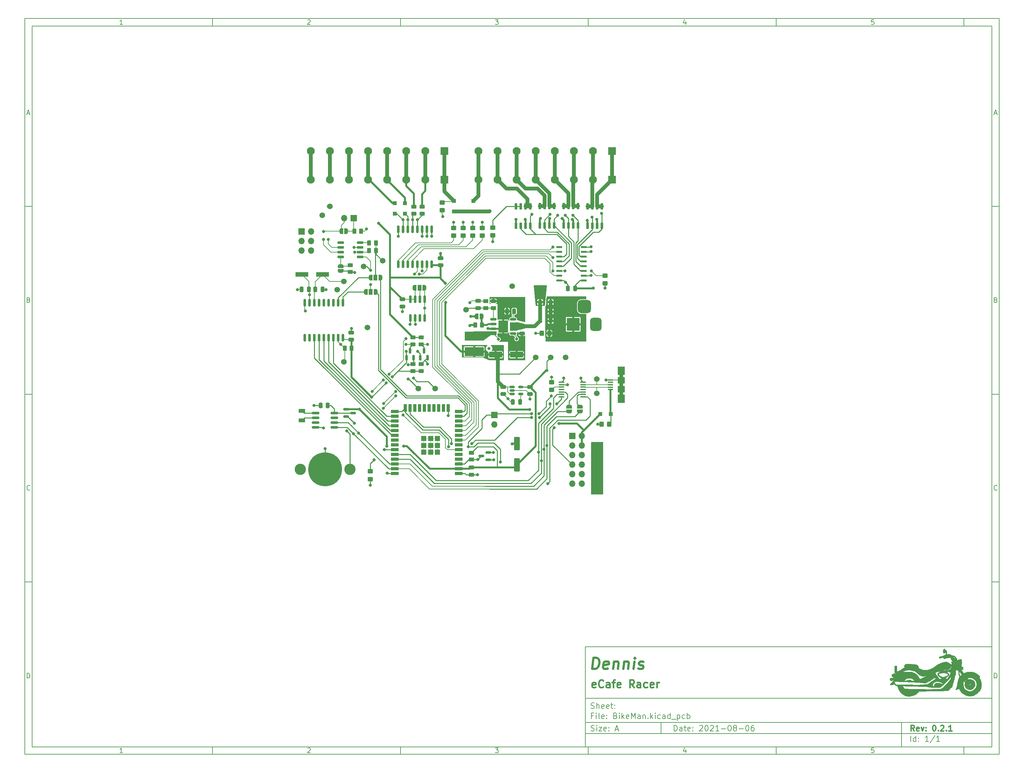
<source format=gbr>
%TF.GenerationSoftware,KiCad,Pcbnew,(5.99.0-11626-g43523df843)*%
%TF.CreationDate,2021-08-07T14:02:08-04:00*%
%TF.ProjectId,BikeMan,42696b65-4d61-46e2-9e6b-696361645f70,0.2.1*%
%TF.SameCoordinates,Original*%
%TF.FileFunction,Copper,L1,Top*%
%TF.FilePolarity,Positive*%
%FSLAX46Y46*%
G04 Gerber Fmt 4.6, Leading zero omitted, Abs format (unit mm)*
G04 Created by KiCad (PCBNEW (5.99.0-11626-g43523df843)) date 2021-08-07 14:02:08*
%MOMM*%
%LPD*%
G01*
G04 APERTURE LIST*
G04 Aperture macros list*
%AMRoundRect*
0 Rectangle with rounded corners*
0 $1 Rounding radius*
0 $2 $3 $4 $5 $6 $7 $8 $9 X,Y pos of 4 corners*
0 Add a 4 corners polygon primitive as box body*
4,1,4,$2,$3,$4,$5,$6,$7,$8,$9,$2,$3,0*
0 Add four circle primitives for the rounded corners*
1,1,$1+$1,$2,$3*
1,1,$1+$1,$4,$5*
1,1,$1+$1,$6,$7*
1,1,$1+$1,$8,$9*
0 Add four rect primitives between the rounded corners*
20,1,$1+$1,$2,$3,$4,$5,0*
20,1,$1+$1,$4,$5,$6,$7,0*
20,1,$1+$1,$6,$7,$8,$9,0*
20,1,$1+$1,$8,$9,$2,$3,0*%
%AMFreePoly0*
4,1,22,0.500000,-0.750000,0.000000,-0.750000,0.000000,-0.745033,-0.079941,-0.743568,-0.215256,-0.701293,-0.333266,-0.622738,-0.424486,-0.514219,-0.481581,-0.384460,-0.499164,-0.250000,-0.500000,-0.250000,-0.500000,0.250000,-0.499164,0.250000,-0.499963,0.256109,-0.478152,0.396186,-0.417904,0.524511,-0.324060,0.630769,-0.204165,0.706417,-0.067858,0.745374,0.000000,0.744959,0.000000,0.750000,
0.500000,0.750000,0.500000,-0.750000,0.500000,-0.750000,$1*%
%AMFreePoly1*
4,1,20,0.000000,0.744959,0.073905,0.744508,0.209726,0.703889,0.328688,0.626782,0.421226,0.519385,0.479903,0.390333,0.500000,0.250000,0.500000,-0.250000,0.499851,-0.262216,0.476331,-0.402017,0.414519,-0.529596,0.319384,-0.634700,0.198574,-0.708877,0.061801,-0.746166,0.000000,-0.745033,0.000000,-0.750000,-0.500000,-0.750000,-0.500000,0.750000,0.000000,0.750000,0.000000,0.744959,
0.000000,0.744959,$1*%
%AMFreePoly2*
4,1,22,0.550000,-0.750000,0.000000,-0.750000,0.000000,-0.745033,-0.079941,-0.743568,-0.215256,-0.701293,-0.333266,-0.622738,-0.424486,-0.514219,-0.481581,-0.384460,-0.499164,-0.250000,-0.500000,-0.250000,-0.500000,0.250000,-0.499164,0.250000,-0.499963,0.256109,-0.478152,0.396186,-0.417904,0.524511,-0.324060,0.630769,-0.204165,0.706417,-0.067858,0.745374,0.000000,0.744959,0.000000,0.750000,
0.550000,0.750000,0.550000,-0.750000,0.550000,-0.750000,$1*%
%AMFreePoly3*
4,1,20,0.000000,0.744959,0.073905,0.744508,0.209726,0.703889,0.328688,0.626782,0.421226,0.519385,0.479903,0.390333,0.500000,0.250000,0.500000,-0.250000,0.499851,-0.262216,0.476331,-0.402017,0.414519,-0.529596,0.319384,-0.634700,0.198574,-0.708877,0.061801,-0.746166,0.000000,-0.745033,0.000000,-0.750000,-0.550000,-0.750000,-0.550000,0.750000,0.000000,0.750000,0.000000,0.744959,
0.000000,0.744959,$1*%
G04 Aperture macros list end*
%ADD10C,0.100000*%
%ADD11C,0.150000*%
%ADD12C,0.300000*%
%ADD13C,0.600000*%
%ADD14C,0.400000*%
%TA.AperFunction,SMDPad,CuDef*%
%ADD15C,1.500000*%
%TD*%
%TA.AperFunction,SMDPad,CuDef*%
%ADD16RoundRect,0.150000X-0.587500X-0.150000X0.587500X-0.150000X0.587500X0.150000X-0.587500X0.150000X0*%
%TD*%
%TA.AperFunction,SMDPad,CuDef*%
%ADD17RoundRect,0.250000X0.450000X-0.325000X0.450000X0.325000X-0.450000X0.325000X-0.450000X-0.325000X0*%
%TD*%
%TA.AperFunction,SMDPad,CuDef*%
%ADD18RoundRect,0.250000X0.250000X0.475000X-0.250000X0.475000X-0.250000X-0.475000X0.250000X-0.475000X0*%
%TD*%
%TA.AperFunction,SMDPad,CuDef*%
%ADD19RoundRect,0.250000X0.262500X0.450000X-0.262500X0.450000X-0.262500X-0.450000X0.262500X-0.450000X0*%
%TD*%
%TA.AperFunction,SMDPad,CuDef*%
%ADD20RoundRect,0.250000X-0.450000X0.325000X-0.450000X-0.325000X0.450000X-0.325000X0.450000X0.325000X0*%
%TD*%
%TA.AperFunction,SMDPad,CuDef*%
%ADD21RoundRect,0.250000X-0.262500X-0.450000X0.262500X-0.450000X0.262500X0.450000X-0.262500X0.450000X0*%
%TD*%
%TA.AperFunction,SMDPad,CuDef*%
%ADD22RoundRect,0.250000X0.550000X-1.500000X0.550000X1.500000X-0.550000X1.500000X-0.550000X-1.500000X0*%
%TD*%
%TA.AperFunction,SMDPad,CuDef*%
%ADD23FreePoly0,0.000000*%
%TD*%
%TA.AperFunction,SMDPad,CuDef*%
%ADD24FreePoly1,0.000000*%
%TD*%
%TA.AperFunction,ComponentPad*%
%ADD25R,2.100000X2.100000*%
%TD*%
%TA.AperFunction,ComponentPad*%
%ADD26C,2.100000*%
%TD*%
%TA.AperFunction,SMDPad,CuDef*%
%ADD27RoundRect,0.150000X0.150000X-0.587500X0.150000X0.587500X-0.150000X0.587500X-0.150000X-0.587500X0*%
%TD*%
%TA.AperFunction,SMDPad,CuDef*%
%ADD28RoundRect,0.250000X-0.450000X0.262500X-0.450000X-0.262500X0.450000X-0.262500X0.450000X0.262500X0*%
%TD*%
%TA.AperFunction,SMDPad,CuDef*%
%ADD29FreePoly0,90.000000*%
%TD*%
%TA.AperFunction,SMDPad,CuDef*%
%ADD30FreePoly1,90.000000*%
%TD*%
%TA.AperFunction,SMDPad,CuDef*%
%ADD31FreePoly2,0.000000*%
%TD*%
%TA.AperFunction,SMDPad,CuDef*%
%ADD32R,1.000000X1.500000*%
%TD*%
%TA.AperFunction,SMDPad,CuDef*%
%ADD33FreePoly3,0.000000*%
%TD*%
%TA.AperFunction,SMDPad,CuDef*%
%ADD34R,1.400000X0.400000*%
%TD*%
%TA.AperFunction,SMDPad,CuDef*%
%ADD35R,1.900000X2.300000*%
%TD*%
%TA.AperFunction,SMDPad,CuDef*%
%ADD36R,1.900000X1.800000*%
%TD*%
%TA.AperFunction,SMDPad,CuDef*%
%ADD37R,1.100000X1.100000*%
%TD*%
%TA.AperFunction,SMDPad,CuDef*%
%ADD38RoundRect,0.250000X-1.500000X-0.550000X1.500000X-0.550000X1.500000X0.550000X-1.500000X0.550000X0*%
%TD*%
%TA.AperFunction,SMDPad,CuDef*%
%ADD39RoundRect,0.250000X0.475000X-0.250000X0.475000X0.250000X-0.475000X0.250000X-0.475000X-0.250000X0*%
%TD*%
%TA.AperFunction,SMDPad,CuDef*%
%ADD40RoundRect,0.150000X0.150000X-0.725000X0.150000X0.725000X-0.150000X0.725000X-0.150000X-0.725000X0*%
%TD*%
%TA.AperFunction,ComponentPad*%
%ADD41R,3.500000X3.500000*%
%TD*%
%TA.AperFunction,ComponentPad*%
%ADD42RoundRect,0.750000X0.750000X1.000000X-0.750000X1.000000X-0.750000X-1.000000X0.750000X-1.000000X0*%
%TD*%
%TA.AperFunction,ComponentPad*%
%ADD43RoundRect,0.875000X0.875000X0.875000X-0.875000X0.875000X-0.875000X-0.875000X0.875000X-0.875000X0*%
%TD*%
%TA.AperFunction,SMDPad,CuDef*%
%ADD44RoundRect,0.150000X0.587500X0.150000X-0.587500X0.150000X-0.587500X-0.150000X0.587500X-0.150000X0*%
%TD*%
%TA.AperFunction,ComponentPad*%
%ADD45R,1.700000X1.700000*%
%TD*%
%TA.AperFunction,ComponentPad*%
%ADD46O,1.700000X1.700000*%
%TD*%
%TA.AperFunction,SMDPad,CuDef*%
%ADD47RoundRect,0.250000X0.450000X-0.262500X0.450000X0.262500X-0.450000X0.262500X-0.450000X-0.262500X0*%
%TD*%
%TA.AperFunction,SMDPad,CuDef*%
%ADD48RoundRect,0.150000X-0.150000X0.875000X-0.150000X-0.875000X0.150000X-0.875000X0.150000X0.875000X0*%
%TD*%
%TA.AperFunction,SMDPad,CuDef*%
%ADD49RoundRect,0.250000X-0.475000X0.250000X-0.475000X-0.250000X0.475000X-0.250000X0.475000X0.250000X0*%
%TD*%
%TA.AperFunction,SMDPad,CuDef*%
%ADD50RoundRect,0.250000X-0.325000X-0.450000X0.325000X-0.450000X0.325000X0.450000X-0.325000X0.450000X0*%
%TD*%
%TA.AperFunction,SMDPad,CuDef*%
%ADD51RoundRect,0.150000X0.150000X-0.825000X0.150000X0.825000X-0.150000X0.825000X-0.150000X-0.825000X0*%
%TD*%
%TA.AperFunction,SMDPad,CuDef*%
%ADD52RoundRect,0.150000X0.725000X0.150000X-0.725000X0.150000X-0.725000X-0.150000X0.725000X-0.150000X0*%
%TD*%
%TA.AperFunction,SMDPad,CuDef*%
%ADD53FreePoly0,270.000000*%
%TD*%
%TA.AperFunction,SMDPad,CuDef*%
%ADD54FreePoly1,270.000000*%
%TD*%
%TA.AperFunction,SMDPad,CuDef*%
%ADD55R,5.100000X2.350000*%
%TD*%
%TA.AperFunction,SMDPad,CuDef*%
%ADD56R,1.800000X1.000000*%
%TD*%
%TA.AperFunction,SMDPad,CuDef*%
%ADD57RoundRect,0.150000X-0.512500X-0.150000X0.512500X-0.150000X0.512500X0.150000X-0.512500X0.150000X0*%
%TD*%
%TA.AperFunction,SMDPad,CuDef*%
%ADD58R,3.500000X1.200000*%
%TD*%
%TA.AperFunction,SMDPad,CuDef*%
%ADD59RoundRect,0.250000X-0.250000X-0.475000X0.250000X-0.475000X0.250000X0.475000X-0.250000X0.475000X0*%
%TD*%
%TA.AperFunction,SMDPad,CuDef*%
%ADD60R,2.000000X0.900000*%
%TD*%
%TA.AperFunction,SMDPad,CuDef*%
%ADD61R,0.900000X2.000000*%
%TD*%
%TA.AperFunction,SMDPad,CuDef*%
%ADD62R,1.330000X1.330000*%
%TD*%
%TA.AperFunction,ComponentPad*%
%ADD63C,0.300000*%
%TD*%
%TA.AperFunction,ComponentPad*%
%ADD64C,3.000000*%
%TD*%
%TA.AperFunction,SMDPad,CuDef*%
%ADD65C,9.000000*%
%TD*%
%TA.AperFunction,SMDPad,CuDef*%
%ADD66RoundRect,0.100000X-0.637500X-0.100000X0.637500X-0.100000X0.637500X0.100000X-0.637500X0.100000X0*%
%TD*%
%TA.AperFunction,SMDPad,CuDef*%
%ADD67RoundRect,0.150000X0.662500X0.150000X-0.662500X0.150000X-0.662500X-0.150000X0.662500X-0.150000X0*%
%TD*%
%TA.AperFunction,SMDPad,CuDef*%
%ADD68R,2.514000X3.200000*%
%TD*%
%TA.AperFunction,SMDPad,CuDef*%
%ADD69RoundRect,0.150000X-0.825000X-0.150000X0.825000X-0.150000X0.825000X0.150000X-0.825000X0.150000X0*%
%TD*%
%TA.AperFunction,SMDPad,CuDef*%
%ADD70RoundRect,0.137500X0.662500X0.137500X-0.662500X0.137500X-0.662500X-0.137500X0.662500X-0.137500X0*%
%TD*%
%TA.AperFunction,ViaPad*%
%ADD71C,0.800000*%
%TD*%
%TA.AperFunction,Conductor*%
%ADD72C,0.200000*%
%TD*%
%TA.AperFunction,Conductor*%
%ADD73C,0.250000*%
%TD*%
%TA.AperFunction,Conductor*%
%ADD74C,0.500000*%
%TD*%
%TA.AperFunction,Conductor*%
%ADD75C,1.000000*%
%TD*%
G04 APERTURE END LIST*
D10*
D11*
X159225488Y-177289968D02*
X159225488Y-203900024D01*
X267400024Y-203900024D01*
X267400024Y-177289968D01*
X159225488Y-177289968D01*
D10*
D11*
X10000000Y-10000000D02*
X10000000Y-205900000D01*
X269400000Y-205900000D01*
X269400000Y-10000000D01*
X10000000Y-10000000D01*
D10*
D11*
X12000000Y-12000000D02*
X12000000Y-203900000D01*
X267400000Y-203900000D01*
X267400000Y-12000000D01*
X12000000Y-12000000D01*
D10*
D11*
X60000000Y-12000000D02*
X60000000Y-10000000D01*
D10*
D11*
X110000000Y-12000000D02*
X110000000Y-10000000D01*
D10*
D11*
X160000000Y-12000000D02*
X160000000Y-10000000D01*
D10*
D11*
X210000000Y-12000000D02*
X210000000Y-10000000D01*
D10*
D11*
X260000000Y-12000000D02*
X260000000Y-10000000D01*
D10*
D11*
X36065476Y-11588095D02*
X35322619Y-11588095D01*
X35694047Y-11588095D02*
X35694047Y-10288095D01*
X35570238Y-10473809D01*
X35446428Y-10597619D01*
X35322619Y-10659523D01*
D10*
D11*
X85322619Y-10411904D02*
X85384523Y-10350000D01*
X85508333Y-10288095D01*
X85817857Y-10288095D01*
X85941666Y-10350000D01*
X86003571Y-10411904D01*
X86065476Y-10535714D01*
X86065476Y-10659523D01*
X86003571Y-10845238D01*
X85260714Y-11588095D01*
X86065476Y-11588095D01*
D10*
D11*
X135260714Y-10288095D02*
X136065476Y-10288095D01*
X135632142Y-10783333D01*
X135817857Y-10783333D01*
X135941666Y-10845238D01*
X136003571Y-10907142D01*
X136065476Y-11030952D01*
X136065476Y-11340476D01*
X136003571Y-11464285D01*
X135941666Y-11526190D01*
X135817857Y-11588095D01*
X135446428Y-11588095D01*
X135322619Y-11526190D01*
X135260714Y-11464285D01*
D10*
D11*
X185941666Y-10721428D02*
X185941666Y-11588095D01*
X185632142Y-10226190D02*
X185322619Y-11154761D01*
X186127380Y-11154761D01*
D10*
D11*
X236003571Y-10288095D02*
X235384523Y-10288095D01*
X235322619Y-10907142D01*
X235384523Y-10845238D01*
X235508333Y-10783333D01*
X235817857Y-10783333D01*
X235941666Y-10845238D01*
X236003571Y-10907142D01*
X236065476Y-11030952D01*
X236065476Y-11340476D01*
X236003571Y-11464285D01*
X235941666Y-11526190D01*
X235817857Y-11588095D01*
X235508333Y-11588095D01*
X235384523Y-11526190D01*
X235322619Y-11464285D01*
D10*
D11*
X60000000Y-203900000D02*
X60000000Y-205900000D01*
D10*
D11*
X110000000Y-203900000D02*
X110000000Y-205900000D01*
D10*
D11*
X160000000Y-203900000D02*
X160000000Y-205900000D01*
D10*
D11*
X210000000Y-203900000D02*
X210000000Y-205900000D01*
D10*
D11*
X260000000Y-203900000D02*
X260000000Y-205900000D01*
D10*
D11*
X36065476Y-205488095D02*
X35322619Y-205488095D01*
X35694047Y-205488095D02*
X35694047Y-204188095D01*
X35570238Y-204373809D01*
X35446428Y-204497619D01*
X35322619Y-204559523D01*
D10*
D11*
X85322619Y-204311904D02*
X85384523Y-204250000D01*
X85508333Y-204188095D01*
X85817857Y-204188095D01*
X85941666Y-204250000D01*
X86003571Y-204311904D01*
X86065476Y-204435714D01*
X86065476Y-204559523D01*
X86003571Y-204745238D01*
X85260714Y-205488095D01*
X86065476Y-205488095D01*
D10*
D11*
X135260714Y-204188095D02*
X136065476Y-204188095D01*
X135632142Y-204683333D01*
X135817857Y-204683333D01*
X135941666Y-204745238D01*
X136003571Y-204807142D01*
X136065476Y-204930952D01*
X136065476Y-205240476D01*
X136003571Y-205364285D01*
X135941666Y-205426190D01*
X135817857Y-205488095D01*
X135446428Y-205488095D01*
X135322619Y-205426190D01*
X135260714Y-205364285D01*
D10*
D11*
X185941666Y-204621428D02*
X185941666Y-205488095D01*
X185632142Y-204126190D02*
X185322619Y-205054761D01*
X186127380Y-205054761D01*
D10*
D11*
X236003571Y-204188095D02*
X235384523Y-204188095D01*
X235322619Y-204807142D01*
X235384523Y-204745238D01*
X235508333Y-204683333D01*
X235817857Y-204683333D01*
X235941666Y-204745238D01*
X236003571Y-204807142D01*
X236065476Y-204930952D01*
X236065476Y-205240476D01*
X236003571Y-205364285D01*
X235941666Y-205426190D01*
X235817857Y-205488095D01*
X235508333Y-205488095D01*
X235384523Y-205426190D01*
X235322619Y-205364285D01*
D10*
D11*
X10000000Y-60000000D02*
X12000000Y-60000000D01*
D10*
D11*
X10000000Y-110000000D02*
X12000000Y-110000000D01*
D10*
D11*
X10000000Y-160000000D02*
X12000000Y-160000000D01*
D10*
D11*
X10690476Y-35216666D02*
X11309523Y-35216666D01*
X10566666Y-35588095D02*
X11000000Y-34288095D01*
X11433333Y-35588095D01*
D10*
D11*
X11092857Y-84907142D02*
X11278571Y-84969047D01*
X11340476Y-85030952D01*
X11402380Y-85154761D01*
X11402380Y-85340476D01*
X11340476Y-85464285D01*
X11278571Y-85526190D01*
X11154761Y-85588095D01*
X10659523Y-85588095D01*
X10659523Y-84288095D01*
X11092857Y-84288095D01*
X11216666Y-84350000D01*
X11278571Y-84411904D01*
X11340476Y-84535714D01*
X11340476Y-84659523D01*
X11278571Y-84783333D01*
X11216666Y-84845238D01*
X11092857Y-84907142D01*
X10659523Y-84907142D01*
D10*
D11*
X11402380Y-135464285D02*
X11340476Y-135526190D01*
X11154761Y-135588095D01*
X11030952Y-135588095D01*
X10845238Y-135526190D01*
X10721428Y-135402380D01*
X10659523Y-135278571D01*
X10597619Y-135030952D01*
X10597619Y-134845238D01*
X10659523Y-134597619D01*
X10721428Y-134473809D01*
X10845238Y-134350000D01*
X11030952Y-134288095D01*
X11154761Y-134288095D01*
X11340476Y-134350000D01*
X11402380Y-134411904D01*
D10*
D11*
X10659523Y-185588095D02*
X10659523Y-184288095D01*
X10969047Y-184288095D01*
X11154761Y-184350000D01*
X11278571Y-184473809D01*
X11340476Y-184597619D01*
X11402380Y-184845238D01*
X11402380Y-185030952D01*
X11340476Y-185278571D01*
X11278571Y-185402380D01*
X11154761Y-185526190D01*
X10969047Y-185588095D01*
X10659523Y-185588095D01*
D10*
D11*
X269400000Y-60000000D02*
X267400000Y-60000000D01*
D10*
D11*
X269400000Y-110000000D02*
X267400000Y-110000000D01*
D10*
D11*
X269400000Y-160000000D02*
X267400000Y-160000000D01*
D10*
D11*
X268090476Y-35216666D02*
X268709523Y-35216666D01*
X267966666Y-35588095D02*
X268400000Y-34288095D01*
X268833333Y-35588095D01*
D10*
D11*
X268492857Y-84907142D02*
X268678571Y-84969047D01*
X268740476Y-85030952D01*
X268802380Y-85154761D01*
X268802380Y-85340476D01*
X268740476Y-85464285D01*
X268678571Y-85526190D01*
X268554761Y-85588095D01*
X268059523Y-85588095D01*
X268059523Y-84288095D01*
X268492857Y-84288095D01*
X268616666Y-84350000D01*
X268678571Y-84411904D01*
X268740476Y-84535714D01*
X268740476Y-84659523D01*
X268678571Y-84783333D01*
X268616666Y-84845238D01*
X268492857Y-84907142D01*
X268059523Y-84907142D01*
D10*
D11*
X268802380Y-135464285D02*
X268740476Y-135526190D01*
X268554761Y-135588095D01*
X268430952Y-135588095D01*
X268245238Y-135526190D01*
X268121428Y-135402380D01*
X268059523Y-135278571D01*
X267997619Y-135030952D01*
X267997619Y-134845238D01*
X268059523Y-134597619D01*
X268121428Y-134473809D01*
X268245238Y-134350000D01*
X268430952Y-134288095D01*
X268554761Y-134288095D01*
X268740476Y-134350000D01*
X268802380Y-134411904D01*
D10*
D11*
X268059523Y-185588095D02*
X268059523Y-184288095D01*
X268369047Y-184288095D01*
X268554761Y-184350000D01*
X268678571Y-184473809D01*
X268740476Y-184597619D01*
X268802380Y-184845238D01*
X268802380Y-185030952D01*
X268740476Y-185278571D01*
X268678571Y-185402380D01*
X268554761Y-185526190D01*
X268369047Y-185588095D01*
X268059523Y-185588095D01*
D10*
D11*
X182832142Y-199678571D02*
X182832142Y-198178571D01*
X183189285Y-198178571D01*
X183403571Y-198250000D01*
X183546428Y-198392857D01*
X183617857Y-198535714D01*
X183689285Y-198821428D01*
X183689285Y-199035714D01*
X183617857Y-199321428D01*
X183546428Y-199464285D01*
X183403571Y-199607142D01*
X183189285Y-199678571D01*
X182832142Y-199678571D01*
X184975000Y-199678571D02*
X184975000Y-198892857D01*
X184903571Y-198750000D01*
X184760714Y-198678571D01*
X184475000Y-198678571D01*
X184332142Y-198750000D01*
X184975000Y-199607142D02*
X184832142Y-199678571D01*
X184475000Y-199678571D01*
X184332142Y-199607142D01*
X184260714Y-199464285D01*
X184260714Y-199321428D01*
X184332142Y-199178571D01*
X184475000Y-199107142D01*
X184832142Y-199107142D01*
X184975000Y-199035714D01*
X185475000Y-198678571D02*
X186046428Y-198678571D01*
X185689285Y-198178571D02*
X185689285Y-199464285D01*
X185760714Y-199607142D01*
X185903571Y-199678571D01*
X186046428Y-199678571D01*
X187117857Y-199607142D02*
X186975000Y-199678571D01*
X186689285Y-199678571D01*
X186546428Y-199607142D01*
X186475000Y-199464285D01*
X186475000Y-198892857D01*
X186546428Y-198750000D01*
X186689285Y-198678571D01*
X186975000Y-198678571D01*
X187117857Y-198750000D01*
X187189285Y-198892857D01*
X187189285Y-199035714D01*
X186475000Y-199178571D01*
X187832142Y-199535714D02*
X187903571Y-199607142D01*
X187832142Y-199678571D01*
X187760714Y-199607142D01*
X187832142Y-199535714D01*
X187832142Y-199678571D01*
X187832142Y-198750000D02*
X187903571Y-198821428D01*
X187832142Y-198892857D01*
X187760714Y-198821428D01*
X187832142Y-198750000D01*
X187832142Y-198892857D01*
X189617857Y-198321428D02*
X189689285Y-198250000D01*
X189832142Y-198178571D01*
X190189285Y-198178571D01*
X190332142Y-198250000D01*
X190403571Y-198321428D01*
X190475000Y-198464285D01*
X190475000Y-198607142D01*
X190403571Y-198821428D01*
X189546428Y-199678571D01*
X190475000Y-199678571D01*
X191403571Y-198178571D02*
X191546428Y-198178571D01*
X191689285Y-198250000D01*
X191760714Y-198321428D01*
X191832142Y-198464285D01*
X191903571Y-198750000D01*
X191903571Y-199107142D01*
X191832142Y-199392857D01*
X191760714Y-199535714D01*
X191689285Y-199607142D01*
X191546428Y-199678571D01*
X191403571Y-199678571D01*
X191260714Y-199607142D01*
X191189285Y-199535714D01*
X191117857Y-199392857D01*
X191046428Y-199107142D01*
X191046428Y-198750000D01*
X191117857Y-198464285D01*
X191189285Y-198321428D01*
X191260714Y-198250000D01*
X191403571Y-198178571D01*
X192475000Y-198321428D02*
X192546428Y-198250000D01*
X192689285Y-198178571D01*
X193046428Y-198178571D01*
X193189285Y-198250000D01*
X193260714Y-198321428D01*
X193332142Y-198464285D01*
X193332142Y-198607142D01*
X193260714Y-198821428D01*
X192403571Y-199678571D01*
X193332142Y-199678571D01*
X194760714Y-199678571D02*
X193903571Y-199678571D01*
X194332142Y-199678571D02*
X194332142Y-198178571D01*
X194189285Y-198392857D01*
X194046428Y-198535714D01*
X193903571Y-198607142D01*
X195403571Y-199107142D02*
X196546428Y-199107142D01*
X197546428Y-198178571D02*
X197689285Y-198178571D01*
X197832142Y-198250000D01*
X197903571Y-198321428D01*
X197975000Y-198464285D01*
X198046428Y-198750000D01*
X198046428Y-199107142D01*
X197975000Y-199392857D01*
X197903571Y-199535714D01*
X197832142Y-199607142D01*
X197689285Y-199678571D01*
X197546428Y-199678571D01*
X197403571Y-199607142D01*
X197332142Y-199535714D01*
X197260714Y-199392857D01*
X197189285Y-199107142D01*
X197189285Y-198750000D01*
X197260714Y-198464285D01*
X197332142Y-198321428D01*
X197403571Y-198250000D01*
X197546428Y-198178571D01*
X198903571Y-198821428D02*
X198760714Y-198750000D01*
X198689285Y-198678571D01*
X198617857Y-198535714D01*
X198617857Y-198464285D01*
X198689285Y-198321428D01*
X198760714Y-198250000D01*
X198903571Y-198178571D01*
X199189285Y-198178571D01*
X199332142Y-198250000D01*
X199403571Y-198321428D01*
X199475000Y-198464285D01*
X199475000Y-198535714D01*
X199403571Y-198678571D01*
X199332142Y-198750000D01*
X199189285Y-198821428D01*
X198903571Y-198821428D01*
X198760714Y-198892857D01*
X198689285Y-198964285D01*
X198617857Y-199107142D01*
X198617857Y-199392857D01*
X198689285Y-199535714D01*
X198760714Y-199607142D01*
X198903571Y-199678571D01*
X199189285Y-199678571D01*
X199332142Y-199607142D01*
X199403571Y-199535714D01*
X199475000Y-199392857D01*
X199475000Y-199107142D01*
X199403571Y-198964285D01*
X199332142Y-198892857D01*
X199189285Y-198821428D01*
X200117857Y-199107142D02*
X201260714Y-199107142D01*
X202260714Y-198178571D02*
X202403571Y-198178571D01*
X202546428Y-198250000D01*
X202617857Y-198321428D01*
X202689285Y-198464285D01*
X202760714Y-198750000D01*
X202760714Y-199107142D01*
X202689285Y-199392857D01*
X202617857Y-199535714D01*
X202546428Y-199607142D01*
X202403571Y-199678571D01*
X202260714Y-199678571D01*
X202117857Y-199607142D01*
X202046428Y-199535714D01*
X201975000Y-199392857D01*
X201903571Y-199107142D01*
X201903571Y-198750000D01*
X201975000Y-198464285D01*
X202046428Y-198321428D01*
X202117857Y-198250000D01*
X202260714Y-198178571D01*
X204046428Y-198178571D02*
X203760714Y-198178571D01*
X203617857Y-198250000D01*
X203546428Y-198321428D01*
X203403571Y-198535714D01*
X203332142Y-198821428D01*
X203332142Y-199392857D01*
X203403571Y-199535714D01*
X203475000Y-199607142D01*
X203617857Y-199678571D01*
X203903571Y-199678571D01*
X204046428Y-199607142D01*
X204117857Y-199535714D01*
X204189285Y-199392857D01*
X204189285Y-199035714D01*
X204117857Y-198892857D01*
X204046428Y-198821428D01*
X203903571Y-198750000D01*
X203617857Y-198750000D01*
X203475000Y-198821428D01*
X203403571Y-198892857D01*
X203332142Y-199035714D01*
D10*
D11*
X159400000Y-200400000D02*
X267400000Y-200400000D01*
D10*
D11*
X159400000Y-197400000D02*
X267400000Y-197400000D01*
D10*
D12*
X246809285Y-199678571D02*
X246309285Y-198964285D01*
X245952142Y-199678571D02*
X245952142Y-198178571D01*
X246523571Y-198178571D01*
X246666428Y-198250000D01*
X246737857Y-198321428D01*
X246809285Y-198464285D01*
X246809285Y-198678571D01*
X246737857Y-198821428D01*
X246666428Y-198892857D01*
X246523571Y-198964285D01*
X245952142Y-198964285D01*
X248023571Y-199607142D02*
X247880714Y-199678571D01*
X247595000Y-199678571D01*
X247452142Y-199607142D01*
X247380714Y-199464285D01*
X247380714Y-198892857D01*
X247452142Y-198750000D01*
X247595000Y-198678571D01*
X247880714Y-198678571D01*
X248023571Y-198750000D01*
X248095000Y-198892857D01*
X248095000Y-199035714D01*
X247380714Y-199178571D01*
X248595000Y-198678571D02*
X248952142Y-199678571D01*
X249309285Y-198678571D01*
X249880714Y-199535714D02*
X249952142Y-199607142D01*
X249880714Y-199678571D01*
X249809285Y-199607142D01*
X249880714Y-199535714D01*
X249880714Y-199678571D01*
X249880714Y-198750000D02*
X249952142Y-198821428D01*
X249880714Y-198892857D01*
X249809285Y-198821428D01*
X249880714Y-198750000D01*
X249880714Y-198892857D01*
X252023571Y-198178571D02*
X252166428Y-198178571D01*
X252309285Y-198250000D01*
X252380714Y-198321428D01*
X252452142Y-198464285D01*
X252523571Y-198750000D01*
X252523571Y-199107142D01*
X252452142Y-199392857D01*
X252380714Y-199535714D01*
X252309285Y-199607142D01*
X252166428Y-199678571D01*
X252023571Y-199678571D01*
X251880714Y-199607142D01*
X251809285Y-199535714D01*
X251737857Y-199392857D01*
X251666428Y-199107142D01*
X251666428Y-198750000D01*
X251737857Y-198464285D01*
X251809285Y-198321428D01*
X251880714Y-198250000D01*
X252023571Y-198178571D01*
X253166428Y-199535714D02*
X253237857Y-199607142D01*
X253166428Y-199678571D01*
X253095000Y-199607142D01*
X253166428Y-199535714D01*
X253166428Y-199678571D01*
X253809285Y-198321428D02*
X253880714Y-198250000D01*
X254023571Y-198178571D01*
X254380714Y-198178571D01*
X254523571Y-198250000D01*
X254595000Y-198321428D01*
X254666428Y-198464285D01*
X254666428Y-198607142D01*
X254595000Y-198821428D01*
X253737857Y-199678571D01*
X254666428Y-199678571D01*
X255309285Y-199535714D02*
X255380714Y-199607142D01*
X255309285Y-199678571D01*
X255237857Y-199607142D01*
X255309285Y-199535714D01*
X255309285Y-199678571D01*
X256809285Y-199678571D02*
X255952142Y-199678571D01*
X256380714Y-199678571D02*
X256380714Y-198178571D01*
X256237857Y-198392857D01*
X256095000Y-198535714D01*
X255952142Y-198607142D01*
D10*
D11*
X160760714Y-199607142D02*
X160975000Y-199678571D01*
X161332142Y-199678571D01*
X161475000Y-199607142D01*
X161546428Y-199535714D01*
X161617857Y-199392857D01*
X161617857Y-199250000D01*
X161546428Y-199107142D01*
X161475000Y-199035714D01*
X161332142Y-198964285D01*
X161046428Y-198892857D01*
X160903571Y-198821428D01*
X160832142Y-198750000D01*
X160760714Y-198607142D01*
X160760714Y-198464285D01*
X160832142Y-198321428D01*
X160903571Y-198250000D01*
X161046428Y-198178571D01*
X161403571Y-198178571D01*
X161617857Y-198250000D01*
X162260714Y-199678571D02*
X162260714Y-198678571D01*
X162260714Y-198178571D02*
X162189285Y-198250000D01*
X162260714Y-198321428D01*
X162332142Y-198250000D01*
X162260714Y-198178571D01*
X162260714Y-198321428D01*
X162832142Y-198678571D02*
X163617857Y-198678571D01*
X162832142Y-199678571D01*
X163617857Y-199678571D01*
X164760714Y-199607142D02*
X164617857Y-199678571D01*
X164332142Y-199678571D01*
X164189285Y-199607142D01*
X164117857Y-199464285D01*
X164117857Y-198892857D01*
X164189285Y-198750000D01*
X164332142Y-198678571D01*
X164617857Y-198678571D01*
X164760714Y-198750000D01*
X164832142Y-198892857D01*
X164832142Y-199035714D01*
X164117857Y-199178571D01*
X165475000Y-199535714D02*
X165546428Y-199607142D01*
X165475000Y-199678571D01*
X165403571Y-199607142D01*
X165475000Y-199535714D01*
X165475000Y-199678571D01*
X165475000Y-198750000D02*
X165546428Y-198821428D01*
X165475000Y-198892857D01*
X165403571Y-198821428D01*
X165475000Y-198750000D01*
X165475000Y-198892857D01*
X167260714Y-199250000D02*
X167975000Y-199250000D01*
X167117857Y-199678571D02*
X167617857Y-198178571D01*
X168117857Y-199678571D01*
D10*
D11*
X245832142Y-202478571D02*
X245832142Y-200978571D01*
X247189285Y-202478571D02*
X247189285Y-200978571D01*
X247189285Y-202407142D02*
X247046428Y-202478571D01*
X246760714Y-202478571D01*
X246617857Y-202407142D01*
X246546428Y-202335714D01*
X246475000Y-202192857D01*
X246475000Y-201764285D01*
X246546428Y-201621428D01*
X246617857Y-201550000D01*
X246760714Y-201478571D01*
X247046428Y-201478571D01*
X247189285Y-201550000D01*
X247903571Y-202335714D02*
X247975000Y-202407142D01*
X247903571Y-202478571D01*
X247832142Y-202407142D01*
X247903571Y-202335714D01*
X247903571Y-202478571D01*
X247903571Y-201550000D02*
X247975000Y-201621428D01*
X247903571Y-201692857D01*
X247832142Y-201621428D01*
X247903571Y-201550000D01*
X247903571Y-201692857D01*
X250546428Y-202478571D02*
X249689285Y-202478571D01*
X250117857Y-202478571D02*
X250117857Y-200978571D01*
X249975000Y-201192857D01*
X249832142Y-201335714D01*
X249689285Y-201407142D01*
X252260714Y-200907142D02*
X250975000Y-202835714D01*
X253546428Y-202478571D02*
X252689285Y-202478571D01*
X253117857Y-202478571D02*
X253117857Y-200978571D01*
X252975000Y-201192857D01*
X252832142Y-201335714D01*
X252689285Y-201407142D01*
D10*
D13*
X161005998Y-183137830D02*
X161380998Y-180137830D01*
X162095284Y-180137830D01*
X162505998Y-180280688D01*
X162755998Y-180566402D01*
X162863141Y-180852116D01*
X162934570Y-181423545D01*
X162880998Y-181852116D01*
X162666713Y-182423545D01*
X162488141Y-182709259D01*
X162166713Y-182994973D01*
X161720284Y-183137830D01*
X161005998Y-183137830D01*
X165166713Y-182994973D02*
X164863141Y-183137830D01*
X164291713Y-183137830D01*
X164023856Y-182994973D01*
X163916713Y-182709259D01*
X164059570Y-181566402D01*
X164238141Y-181280688D01*
X164541713Y-181137830D01*
X165113141Y-181137830D01*
X165380998Y-181280688D01*
X165488141Y-181566402D01*
X165452427Y-181852116D01*
X163988141Y-182137830D01*
X166827427Y-181137830D02*
X166577427Y-183137830D01*
X166791713Y-181423545D02*
X166952427Y-181280688D01*
X167255998Y-181137830D01*
X167684570Y-181137830D01*
X167952427Y-181280688D01*
X168059570Y-181566402D01*
X167863141Y-183137830D01*
X169541713Y-181137830D02*
X169291713Y-183137830D01*
X169505998Y-181423545D02*
X169666713Y-181280688D01*
X169970284Y-181137830D01*
X170398856Y-181137830D01*
X170666713Y-181280688D01*
X170773856Y-181566402D01*
X170577427Y-183137830D01*
X172005998Y-183137830D02*
X172255998Y-181137830D01*
X172380998Y-180137830D02*
X172220284Y-180280688D01*
X172345284Y-180423545D01*
X172505998Y-180280688D01*
X172380998Y-180137830D01*
X172345284Y-180423545D01*
X173309570Y-182994973D02*
X173577427Y-183137830D01*
X174148856Y-183137830D01*
X174452427Y-182994973D01*
X174630998Y-182709259D01*
X174648856Y-182566402D01*
X174541713Y-182280688D01*
X174273856Y-182137830D01*
X173845284Y-182137830D01*
X173577427Y-181994973D01*
X173470284Y-181709259D01*
X173488141Y-181566402D01*
X173666713Y-181280688D01*
X173970284Y-181137830D01*
X174398856Y-181137830D01*
X174666713Y-181280688D01*
D10*
D11*
X161332126Y-195622209D02*
X160832126Y-195622209D01*
X160832126Y-196407923D02*
X160832126Y-194907923D01*
X161546412Y-194907923D01*
X162117841Y-196407923D02*
X162117841Y-195407923D01*
X162117841Y-194907923D02*
X162046412Y-194979352D01*
X162117841Y-195050780D01*
X162189269Y-194979352D01*
X162117841Y-194907923D01*
X162117841Y-195050780D01*
X163046412Y-196407923D02*
X162903555Y-196336494D01*
X162832126Y-196193637D01*
X162832126Y-194907923D01*
X164189269Y-196336494D02*
X164046412Y-196407923D01*
X163760698Y-196407923D01*
X163617841Y-196336494D01*
X163546412Y-196193637D01*
X163546412Y-195622209D01*
X163617841Y-195479352D01*
X163760698Y-195407923D01*
X164046412Y-195407923D01*
X164189269Y-195479352D01*
X164260698Y-195622209D01*
X164260698Y-195765066D01*
X163546412Y-195907923D01*
X164903555Y-196265066D02*
X164974984Y-196336494D01*
X164903555Y-196407923D01*
X164832126Y-196336494D01*
X164903555Y-196265066D01*
X164903555Y-196407923D01*
X164903555Y-195479352D02*
X164974984Y-195550780D01*
X164903555Y-195622209D01*
X164832126Y-195550780D01*
X164903555Y-195479352D01*
X164903555Y-195622209D01*
X167260698Y-195622209D02*
X167474984Y-195693637D01*
X167546412Y-195765066D01*
X167617841Y-195907923D01*
X167617841Y-196122209D01*
X167546412Y-196265066D01*
X167474984Y-196336494D01*
X167332126Y-196407923D01*
X166760698Y-196407923D01*
X166760698Y-194907923D01*
X167260698Y-194907923D01*
X167403555Y-194979352D01*
X167474984Y-195050780D01*
X167546412Y-195193637D01*
X167546412Y-195336494D01*
X167474984Y-195479352D01*
X167403555Y-195550780D01*
X167260698Y-195622209D01*
X166760698Y-195622209D01*
X168260698Y-196407923D02*
X168260698Y-195407923D01*
X168260698Y-194907923D02*
X168189269Y-194979352D01*
X168260698Y-195050780D01*
X168332126Y-194979352D01*
X168260698Y-194907923D01*
X168260698Y-195050780D01*
X168974984Y-196407923D02*
X168974984Y-194907923D01*
X169117841Y-195836494D02*
X169546412Y-196407923D01*
X169546412Y-195407923D02*
X168974984Y-195979352D01*
X170760698Y-196336494D02*
X170617841Y-196407923D01*
X170332126Y-196407923D01*
X170189269Y-196336494D01*
X170117841Y-196193637D01*
X170117841Y-195622209D01*
X170189269Y-195479352D01*
X170332126Y-195407923D01*
X170617841Y-195407923D01*
X170760698Y-195479352D01*
X170832126Y-195622209D01*
X170832126Y-195765066D01*
X170117841Y-195907923D01*
X171474984Y-196407923D02*
X171474984Y-194907923D01*
X171974984Y-195979352D01*
X172474984Y-194907923D01*
X172474984Y-196407923D01*
X173832126Y-196407923D02*
X173832126Y-195622209D01*
X173760698Y-195479352D01*
X173617841Y-195407923D01*
X173332126Y-195407923D01*
X173189269Y-195479352D01*
X173832126Y-196336494D02*
X173689269Y-196407923D01*
X173332126Y-196407923D01*
X173189269Y-196336494D01*
X173117841Y-196193637D01*
X173117841Y-196050780D01*
X173189269Y-195907923D01*
X173332126Y-195836494D01*
X173689269Y-195836494D01*
X173832126Y-195765066D01*
X174546412Y-195407923D02*
X174546412Y-196407923D01*
X174546412Y-195550780D02*
X174617841Y-195479352D01*
X174760698Y-195407923D01*
X174974984Y-195407923D01*
X175117841Y-195479352D01*
X175189269Y-195622209D01*
X175189269Y-196407923D01*
X175903555Y-196265066D02*
X175974984Y-196336494D01*
X175903555Y-196407923D01*
X175832126Y-196336494D01*
X175903555Y-196265066D01*
X175903555Y-196407923D01*
X176617841Y-196407923D02*
X176617841Y-194907923D01*
X176760698Y-195836494D02*
X177189269Y-196407923D01*
X177189269Y-195407923D02*
X176617841Y-195979352D01*
X177832126Y-196407923D02*
X177832126Y-195407923D01*
X177832126Y-194907923D02*
X177760698Y-194979352D01*
X177832126Y-195050780D01*
X177903555Y-194979352D01*
X177832126Y-194907923D01*
X177832126Y-195050780D01*
X179189269Y-196336494D02*
X179046412Y-196407923D01*
X178760698Y-196407923D01*
X178617841Y-196336494D01*
X178546412Y-196265066D01*
X178474984Y-196122209D01*
X178474984Y-195693637D01*
X178546412Y-195550780D01*
X178617841Y-195479352D01*
X178760698Y-195407923D01*
X179046412Y-195407923D01*
X179189269Y-195479352D01*
X180474984Y-196407923D02*
X180474984Y-195622209D01*
X180403555Y-195479352D01*
X180260698Y-195407923D01*
X179974984Y-195407923D01*
X179832126Y-195479352D01*
X180474984Y-196336494D02*
X180332126Y-196407923D01*
X179974984Y-196407923D01*
X179832126Y-196336494D01*
X179760698Y-196193637D01*
X179760698Y-196050780D01*
X179832126Y-195907923D01*
X179974984Y-195836494D01*
X180332126Y-195836494D01*
X180474984Y-195765066D01*
X181832126Y-196407923D02*
X181832126Y-194907923D01*
X181832126Y-196336494D02*
X181689269Y-196407923D01*
X181403555Y-196407923D01*
X181260698Y-196336494D01*
X181189269Y-196265066D01*
X181117841Y-196122209D01*
X181117841Y-195693637D01*
X181189269Y-195550780D01*
X181260698Y-195479352D01*
X181403555Y-195407923D01*
X181689269Y-195407923D01*
X181832126Y-195479352D01*
X182189269Y-196550780D02*
X183332126Y-196550780D01*
X183689269Y-195407923D02*
X183689269Y-196907923D01*
X183689269Y-195479352D02*
X183832126Y-195407923D01*
X184117841Y-195407923D01*
X184260698Y-195479352D01*
X184332126Y-195550780D01*
X184403555Y-195693637D01*
X184403555Y-196122209D01*
X184332126Y-196265066D01*
X184260698Y-196336494D01*
X184117841Y-196407923D01*
X183832126Y-196407923D01*
X183689269Y-196336494D01*
X185689269Y-196336494D02*
X185546412Y-196407923D01*
X185260698Y-196407923D01*
X185117841Y-196336494D01*
X185046412Y-196265066D01*
X184974984Y-196122209D01*
X184974984Y-195693637D01*
X185046412Y-195550780D01*
X185117841Y-195479352D01*
X185260698Y-195407923D01*
X185546412Y-195407923D01*
X185689269Y-195479352D01*
X186332126Y-196407923D02*
X186332126Y-194907923D01*
X186332126Y-195479352D02*
X186474984Y-195407923D01*
X186760698Y-195407923D01*
X186903555Y-195479352D01*
X186974984Y-195550780D01*
X187046412Y-195693637D01*
X187046412Y-196122209D01*
X186974984Y-196265066D01*
X186903555Y-196336494D01*
X186760698Y-196407923D01*
X186474984Y-196407923D01*
X186332126Y-196336494D01*
D10*
D11*
X159400240Y-191013080D02*
X267400240Y-191013080D01*
D10*
D11*
X160760698Y-193635966D02*
X160974984Y-193707395D01*
X161332126Y-193707395D01*
X161474984Y-193635966D01*
X161546412Y-193564538D01*
X161617841Y-193421681D01*
X161617841Y-193278824D01*
X161546412Y-193135966D01*
X161474984Y-193064538D01*
X161332126Y-192993109D01*
X161046412Y-192921681D01*
X160903555Y-192850252D01*
X160832126Y-192778824D01*
X160760698Y-192635966D01*
X160760698Y-192493109D01*
X160832126Y-192350252D01*
X160903555Y-192278824D01*
X161046412Y-192207395D01*
X161403555Y-192207395D01*
X161617841Y-192278824D01*
X162260698Y-193707395D02*
X162260698Y-192207395D01*
X162903555Y-193707395D02*
X162903555Y-192921681D01*
X162832126Y-192778824D01*
X162689269Y-192707395D01*
X162474984Y-192707395D01*
X162332126Y-192778824D01*
X162260698Y-192850252D01*
X164189269Y-193635966D02*
X164046412Y-193707395D01*
X163760698Y-193707395D01*
X163617841Y-193635966D01*
X163546412Y-193493109D01*
X163546412Y-192921681D01*
X163617841Y-192778824D01*
X163760698Y-192707395D01*
X164046412Y-192707395D01*
X164189269Y-192778824D01*
X164260698Y-192921681D01*
X164260698Y-193064538D01*
X163546412Y-193207395D01*
X165474984Y-193635966D02*
X165332126Y-193707395D01*
X165046412Y-193707395D01*
X164903555Y-193635966D01*
X164832126Y-193493109D01*
X164832126Y-192921681D01*
X164903555Y-192778824D01*
X165046412Y-192707395D01*
X165332126Y-192707395D01*
X165474984Y-192778824D01*
X165546412Y-192921681D01*
X165546412Y-193064538D01*
X164832126Y-193207395D01*
X165974984Y-192707395D02*
X166546412Y-192707395D01*
X166189269Y-192207395D02*
X166189269Y-193493109D01*
X166260698Y-193635966D01*
X166403555Y-193707395D01*
X166546412Y-193707395D01*
X167046412Y-193564538D02*
X167117841Y-193635966D01*
X167046412Y-193707395D01*
X166974984Y-193635966D01*
X167046412Y-193564538D01*
X167046412Y-193707395D01*
X167046412Y-192778824D02*
X167117841Y-192850252D01*
X167046412Y-192921681D01*
X166974984Y-192850252D01*
X167046412Y-192778824D01*
X167046412Y-192921681D01*
D10*
D14*
X161898079Y-187999395D02*
X161707603Y-188094633D01*
X161326650Y-188094633D01*
X161136174Y-187999395D01*
X161040936Y-187808919D01*
X161040936Y-187047014D01*
X161136174Y-186856538D01*
X161326650Y-186761300D01*
X161707603Y-186761300D01*
X161898079Y-186856538D01*
X161993317Y-187047014D01*
X161993317Y-187237491D01*
X161040936Y-187427967D01*
X163993317Y-187904157D02*
X163898079Y-187999395D01*
X163612364Y-188094633D01*
X163421888Y-188094633D01*
X163136174Y-187999395D01*
X162945698Y-187808919D01*
X162850460Y-187618443D01*
X162755222Y-187237491D01*
X162755222Y-186951776D01*
X162850460Y-186570824D01*
X162945698Y-186380348D01*
X163136174Y-186189872D01*
X163421888Y-186094633D01*
X163612364Y-186094633D01*
X163898079Y-186189872D01*
X163993317Y-186285110D01*
X165707603Y-188094633D02*
X165707603Y-187047014D01*
X165612364Y-186856538D01*
X165421888Y-186761300D01*
X165040936Y-186761300D01*
X164850460Y-186856538D01*
X165707603Y-187999395D02*
X165517126Y-188094633D01*
X165040936Y-188094633D01*
X164850460Y-187999395D01*
X164755222Y-187808919D01*
X164755222Y-187618443D01*
X164850460Y-187427967D01*
X165040936Y-187332729D01*
X165517126Y-187332729D01*
X165707603Y-187237491D01*
X166374269Y-186761300D02*
X167136174Y-186761300D01*
X166659984Y-188094633D02*
X166659984Y-186380348D01*
X166755222Y-186189872D01*
X166945698Y-186094633D01*
X167136174Y-186094633D01*
X168564745Y-187999395D02*
X168374269Y-188094633D01*
X167993317Y-188094633D01*
X167802841Y-187999395D01*
X167707603Y-187808919D01*
X167707603Y-187047014D01*
X167802841Y-186856538D01*
X167993317Y-186761300D01*
X168374269Y-186761300D01*
X168564745Y-186856538D01*
X168659984Y-187047014D01*
X168659984Y-187237491D01*
X167707603Y-187427967D01*
X172183793Y-188094633D02*
X171517126Y-187142252D01*
X171040936Y-188094633D02*
X171040936Y-186094633D01*
X171802841Y-186094633D01*
X171993317Y-186189872D01*
X172088555Y-186285110D01*
X172183793Y-186475586D01*
X172183793Y-186761300D01*
X172088555Y-186951776D01*
X171993317Y-187047014D01*
X171802841Y-187142252D01*
X171040936Y-187142252D01*
X173898079Y-188094633D02*
X173898079Y-187047014D01*
X173802841Y-186856538D01*
X173612364Y-186761300D01*
X173231412Y-186761300D01*
X173040936Y-186856538D01*
X173898079Y-187999395D02*
X173707603Y-188094633D01*
X173231412Y-188094633D01*
X173040936Y-187999395D01*
X172945698Y-187808919D01*
X172945698Y-187618443D01*
X173040936Y-187427967D01*
X173231412Y-187332729D01*
X173707603Y-187332729D01*
X173898079Y-187237491D01*
X175707603Y-187999395D02*
X175517126Y-188094633D01*
X175136174Y-188094633D01*
X174945698Y-187999395D01*
X174850460Y-187904157D01*
X174755222Y-187713681D01*
X174755222Y-187142252D01*
X174850460Y-186951776D01*
X174945698Y-186856538D01*
X175136174Y-186761300D01*
X175517126Y-186761300D01*
X175707603Y-186856538D01*
X177326650Y-187999395D02*
X177136174Y-188094633D01*
X176755222Y-188094633D01*
X176564745Y-187999395D01*
X176469507Y-187808919D01*
X176469507Y-187047014D01*
X176564745Y-186856538D01*
X176755222Y-186761300D01*
X177136174Y-186761300D01*
X177326650Y-186856538D01*
X177421888Y-187047014D01*
X177421888Y-187237491D01*
X176469507Y-187427967D01*
X178279031Y-188094633D02*
X178279031Y-186761300D01*
X178279031Y-187142252D02*
X178374269Y-186951776D01*
X178469507Y-186856538D01*
X178659984Y-186761300D01*
X178850460Y-186761300D01*
D10*
D11*
D10*
D11*
X179400000Y-197400000D02*
X179400000Y-200400000D01*
D10*
D11*
X243400000Y-197400000D02*
X243400000Y-203900000D01*
D10*
G36*
X254871287Y-177823007D02*
G01*
X254915287Y-177937007D01*
X255031287Y-178139007D01*
X255160287Y-178202007D01*
X255293287Y-178245007D01*
X255373287Y-178389007D01*
X255409287Y-178661007D01*
X255415287Y-178886007D01*
X255421287Y-179147007D01*
X255466287Y-179268007D01*
X255589287Y-179282007D01*
X255830287Y-179219007D01*
X255838287Y-179217007D01*
X256053287Y-179172007D01*
X256184287Y-179209007D01*
X256267287Y-179291007D01*
X256430287Y-179405007D01*
X256681288Y-179495007D01*
X256775288Y-179515007D01*
X257319287Y-179663007D01*
X257722288Y-179905007D01*
X257984288Y-180240007D01*
X258093287Y-180586007D01*
X258143287Y-180895007D01*
X258411287Y-180737007D01*
X258682287Y-180619007D01*
X258963287Y-180555007D01*
X258967288Y-180555007D01*
X259172287Y-180558007D01*
X259275288Y-180636007D01*
X259316288Y-180742007D01*
X259365287Y-181033007D01*
X259383288Y-181411007D01*
X259371288Y-181796007D01*
X259329287Y-182109007D01*
X259318288Y-182152007D01*
X259293287Y-182412007D01*
X259397287Y-182564007D01*
X259580288Y-182605007D01*
X259677287Y-182636007D01*
X259722288Y-182758007D01*
X259733287Y-182986007D01*
X259720287Y-183227007D01*
X259671287Y-183340007D01*
X259580288Y-183367007D01*
X259392287Y-183313007D01*
X259326287Y-183265007D01*
X259235287Y-183193007D01*
X259235287Y-183246007D01*
X259320287Y-183410007D01*
X259484288Y-183671007D01*
X259566288Y-183795007D01*
X259737287Y-184041007D01*
X259868287Y-184220007D01*
X259934287Y-184297007D01*
X259937287Y-184298007D01*
X260023287Y-184266007D01*
X260214287Y-184184007D01*
X260378288Y-184110007D01*
X260636287Y-184011007D01*
X260908287Y-183953007D01*
X261251288Y-183928007D01*
X261553287Y-183925007D01*
X262220287Y-183971007D01*
X262782288Y-184113007D01*
X263283287Y-184366007D01*
X263754287Y-184736007D01*
X264030287Y-185000007D01*
X264178287Y-185175007D01*
X264205288Y-185275007D01*
X264121288Y-185313007D01*
X264087288Y-185314007D01*
X264012287Y-185335007D01*
X264044288Y-185422007D01*
X264126288Y-185533007D01*
X264374287Y-185962007D01*
X264548287Y-186495007D01*
X264639287Y-187080007D01*
X264640288Y-187664007D01*
X264545287Y-188196007D01*
X264518287Y-188278007D01*
X264209287Y-188911007D01*
X263766287Y-189464007D01*
X263215288Y-189913007D01*
X262582287Y-190231007D01*
X262459287Y-190273007D01*
X261830288Y-190390007D01*
X261179288Y-190360007D01*
X260539288Y-190197007D01*
X259941288Y-189914007D01*
X259418287Y-189523007D01*
X259002287Y-189038007D01*
X258877287Y-188828007D01*
X258751288Y-188611007D01*
X258652288Y-188473007D01*
X258618287Y-188447007D01*
X258513288Y-188478007D01*
X258309287Y-188556007D01*
X258173287Y-188613007D01*
X257944287Y-188700007D01*
X257819287Y-188706007D01*
X257792287Y-188614007D01*
X257858287Y-188407007D01*
X257996288Y-188095007D01*
X258139287Y-187699007D01*
X258206287Y-187319007D01*
X258206287Y-187310007D01*
X259778287Y-187310007D01*
X259849288Y-187855007D01*
X260068288Y-188318007D01*
X260432287Y-188695007D01*
X260738287Y-188888007D01*
X261211287Y-189076007D01*
X261654287Y-189115007D01*
X262111287Y-189004007D01*
X262363287Y-188891007D01*
X262806288Y-188582007D01*
X263126288Y-188186007D01*
X263318288Y-187732007D01*
X263378288Y-187248007D01*
X263301288Y-186764007D01*
X263084287Y-186308007D01*
X262787288Y-185965007D01*
X262339287Y-185656007D01*
X261850287Y-185509007D01*
X261414288Y-185504007D01*
X261110287Y-185546007D01*
X260953288Y-185606007D01*
X260923287Y-185701007D01*
X260969287Y-185800007D01*
X261071287Y-185885007D01*
X261262287Y-185920007D01*
X261517287Y-185918007D01*
X261979288Y-185967007D01*
X262361287Y-186144007D01*
X262656287Y-186419007D01*
X262855287Y-186767007D01*
X262948288Y-187159007D01*
X262927287Y-187569007D01*
X262784287Y-187969007D01*
X262509287Y-188331007D01*
X262340288Y-188474007D01*
X262069287Y-188601007D01*
X261704287Y-188673007D01*
X261662288Y-188676007D01*
X261181288Y-188636007D01*
X260774287Y-188456007D01*
X260459287Y-188156007D01*
X260256287Y-187755007D01*
X260181288Y-187274007D01*
X260182287Y-187252007D01*
X261430287Y-187252007D01*
X261450288Y-187378007D01*
X261539288Y-187431007D01*
X261682287Y-187394007D01*
X261707287Y-187375007D01*
X261713287Y-187277007D01*
X261632287Y-187172007D01*
X261525288Y-187132007D01*
X261501288Y-187140007D01*
X261430287Y-187252007D01*
X260182287Y-187252007D01*
X260190287Y-187080007D01*
X260205288Y-186765007D01*
X260172287Y-186578007D01*
X260117287Y-186503007D01*
X259994287Y-186476007D01*
X259891287Y-186597007D01*
X259817287Y-186845007D01*
X259780287Y-187201007D01*
X259778287Y-187310007D01*
X258206287Y-187310007D01*
X258208287Y-187258007D01*
X258244287Y-186845007D01*
X258340288Y-186384007D01*
X258428287Y-186099007D01*
X260180287Y-186099007D01*
X260203288Y-186234007D01*
X260244287Y-186292007D01*
X260394287Y-186407007D01*
X260515288Y-186363007D01*
X260530287Y-186341007D01*
X260509287Y-186237007D01*
X260416287Y-186124007D01*
X260266287Y-186048007D01*
X260180287Y-186099007D01*
X258428287Y-186099007D01*
X258476287Y-185948007D01*
X258634287Y-185607007D01*
X258639287Y-185598007D01*
X258745287Y-185404007D01*
X258760287Y-185262007D01*
X258688288Y-185088007D01*
X258678287Y-185069007D01*
X258596287Y-184806007D01*
X258552287Y-184439007D01*
X258547287Y-184260007D01*
X258539288Y-184036007D01*
X258717288Y-184036007D01*
X258735287Y-184273007D01*
X258782288Y-184545007D01*
X258844287Y-184802007D01*
X258911287Y-184990007D01*
X258966287Y-185060007D01*
X259060287Y-185004007D01*
X259202287Y-184870007D01*
X259379287Y-184679007D01*
X259048287Y-184222007D01*
X258717288Y-183764007D01*
X258717288Y-184036007D01*
X258539288Y-184036007D01*
X258536287Y-183979007D01*
X258507287Y-183779007D01*
X258468287Y-183706007D01*
X258380287Y-183636007D01*
X258342288Y-183557007D01*
X258237287Y-183445007D01*
X258003288Y-183409007D01*
X257998288Y-183409007D01*
X257787288Y-183417007D01*
X257708287Y-183469007D01*
X257734288Y-183610007D01*
X257784287Y-183745007D01*
X257810287Y-183845007D01*
X257816288Y-183978007D01*
X257797287Y-184166007D01*
X257752287Y-184429007D01*
X257674288Y-184789007D01*
X257562287Y-185268007D01*
X257411287Y-185886007D01*
X257388288Y-185978007D01*
X257204287Y-186703007D01*
X257051288Y-187265007D01*
X256928287Y-187667007D01*
X256834287Y-187914007D01*
X256769287Y-188008007D01*
X256610287Y-188115007D01*
X256543287Y-188187007D01*
X256435287Y-188268007D01*
X256380287Y-188255007D01*
X256308287Y-188277007D01*
X256219287Y-188419007D01*
X256210288Y-188439007D01*
X256061288Y-188668007D01*
X255870287Y-188843007D01*
X255803287Y-188880007D01*
X255714287Y-188911007D01*
X255589287Y-188937007D01*
X255412287Y-188958007D01*
X255167287Y-188975007D01*
X254838287Y-188990007D01*
X254411287Y-189002007D01*
X253870287Y-189013007D01*
X253198287Y-189023007D01*
X252382287Y-189034007D01*
X251862287Y-189040007D01*
X248091287Y-189082007D01*
X247720287Y-189484007D01*
X247187287Y-189942007D01*
X246568287Y-190256007D01*
X245873287Y-190421007D01*
X245623287Y-190442007D01*
X245170287Y-190443007D01*
X244769287Y-190405007D01*
X244577287Y-190363007D01*
X243906287Y-190083007D01*
X243324287Y-189666007D01*
X242847287Y-189134007D01*
X242496287Y-188504007D01*
X242338287Y-188033007D01*
X242264287Y-187792007D01*
X242218287Y-187727007D01*
X243660287Y-187727007D01*
X243688287Y-187806007D01*
X243797287Y-187973007D01*
X243897287Y-188104007D01*
X244084288Y-188315007D01*
X244251288Y-188420007D01*
X244465288Y-188456007D01*
X244521287Y-188458007D01*
X245774287Y-188496007D01*
X246984287Y-188527007D01*
X248138287Y-188549007D01*
X249225287Y-188564007D01*
X250232287Y-188570007D01*
X251145287Y-188570007D01*
X251953288Y-188561007D01*
X252644287Y-188544007D01*
X253205287Y-188520007D01*
X253622287Y-188489007D01*
X253885287Y-188449007D01*
X253907287Y-188444007D01*
X254058287Y-188379007D01*
X254243287Y-188251007D01*
X254480287Y-188046007D01*
X254788287Y-187745007D01*
X255185288Y-187335007D01*
X255262287Y-187254007D01*
X255703288Y-186779007D01*
X256033287Y-186401007D01*
X256264287Y-186102007D01*
X256409287Y-185863007D01*
X256479288Y-185666007D01*
X256487287Y-185492007D01*
X256471287Y-185406007D01*
X256433287Y-185280007D01*
X256392287Y-185268007D01*
X256321287Y-185385007D01*
X256252287Y-185526007D01*
X256126288Y-185717007D01*
X255904287Y-185991007D01*
X255611287Y-186321007D01*
X255273287Y-186680007D01*
X254917287Y-187042007D01*
X254569287Y-187381007D01*
X254253287Y-187669007D01*
X253997287Y-187882007D01*
X253830287Y-187990007D01*
X253610287Y-188044007D01*
X253261287Y-188083007D01*
X252823287Y-188106007D01*
X252337287Y-188114007D01*
X251841287Y-188106007D01*
X251377287Y-188084007D01*
X250984287Y-188046007D01*
X250701287Y-187994007D01*
X250667287Y-187984007D01*
X250519287Y-187948007D01*
X250292287Y-187917007D01*
X249972287Y-187888007D01*
X249545287Y-187862007D01*
X248997287Y-187837007D01*
X248315287Y-187813007D01*
X247484287Y-187788007D01*
X246994287Y-187775007D01*
X246264287Y-187758007D01*
X245588287Y-187743007D01*
X244985287Y-187732007D01*
X244473287Y-187724007D01*
X244070287Y-187720007D01*
X243796287Y-187720007D01*
X243667287Y-187725007D01*
X243660287Y-187727007D01*
X242218287Y-187727007D01*
X242177287Y-187671007D01*
X242036287Y-187623007D01*
X241981287Y-187617007D01*
X241725287Y-187522007D01*
X241617287Y-187394007D01*
X241550287Y-187285007D01*
X241468287Y-187240007D01*
X241323287Y-187251007D01*
X241067287Y-187314007D01*
X241045287Y-187319007D01*
X240677287Y-187392007D01*
X240441288Y-187386007D01*
X240346287Y-187302007D01*
X240344287Y-187283007D01*
X240398287Y-187192007D01*
X240542287Y-187017007D01*
X240745287Y-186793007D01*
X240767287Y-186770007D01*
X240965288Y-186542007D01*
X241374287Y-186542007D01*
X241401287Y-186622007D01*
X241506287Y-186795007D01*
X241618287Y-186959007D01*
X241895287Y-187344007D01*
X244781287Y-187367007D01*
X245466287Y-187373007D01*
X246097287Y-187380007D01*
X246655287Y-187387007D01*
X247120287Y-187394007D01*
X247471288Y-187401007D01*
X247689287Y-187407007D01*
X247752287Y-187410007D01*
X247863287Y-187412007D01*
X248110287Y-187401007D01*
X248460287Y-187380007D01*
X248777287Y-187358007D01*
X251656287Y-187358007D01*
X251656287Y-187648007D01*
X251748287Y-187822007D01*
X251867287Y-187852007D01*
X251965288Y-187747007D01*
X251995287Y-187593007D01*
X252079287Y-187308007D01*
X252230287Y-187106007D01*
X252373287Y-186982007D01*
X252528287Y-186914007D01*
X252751287Y-186886007D01*
X253025287Y-186881007D01*
X253403287Y-186898007D01*
X253685288Y-186961007D01*
X253922287Y-187074007D01*
X254164287Y-187195007D01*
X254297287Y-187210007D01*
X254310288Y-187121007D01*
X254261287Y-187028007D01*
X254036287Y-186809007D01*
X253695287Y-186642007D01*
X253289287Y-186537007D01*
X252867287Y-186506007D01*
X252478287Y-186562007D01*
X252393287Y-186590007D01*
X252048288Y-186784007D01*
X251793287Y-187052007D01*
X251656287Y-187358007D01*
X248777287Y-187358007D01*
X248878287Y-187351007D01*
X249014287Y-187341007D01*
X249622287Y-187285007D01*
X250069287Y-187221007D01*
X250366287Y-187148007D01*
X250458287Y-187109007D01*
X250716287Y-186957007D01*
X251031287Y-186755007D01*
X251371287Y-186524007D01*
X251709288Y-186284007D01*
X252015287Y-186057007D01*
X252260287Y-185865007D01*
X252413287Y-185727007D01*
X252451287Y-185672007D01*
X252421287Y-185567007D01*
X252320287Y-185539007D01*
X252134287Y-185592007D01*
X251851287Y-185732007D01*
X251456287Y-185964007D01*
X251085287Y-186198007D01*
X250561287Y-186524007D01*
X250161287Y-186750007D01*
X249875287Y-186881007D01*
X249700287Y-186922007D01*
X249519287Y-186912007D01*
X249212287Y-186885007D01*
X248822288Y-186845007D01*
X248391287Y-186797007D01*
X248379287Y-186796007D01*
X248110287Y-186771007D01*
X247719287Y-186744007D01*
X247228287Y-186715007D01*
X246658287Y-186686007D01*
X246031287Y-186657007D01*
X245369287Y-186629007D01*
X244694287Y-186603007D01*
X244026287Y-186580007D01*
X243388288Y-186559007D01*
X242801287Y-186543007D01*
X242287287Y-186532007D01*
X241867287Y-186526007D01*
X241563287Y-186527007D01*
X241398287Y-186536007D01*
X241374287Y-186542007D01*
X240965288Y-186542007D01*
X241020287Y-186480007D01*
X241104287Y-186348007D01*
X244027287Y-186348007D01*
X244408287Y-186305007D01*
X244746287Y-186250007D01*
X245091287Y-186169007D01*
X245146287Y-186153007D01*
X245380287Y-186094007D01*
X245568287Y-186097007D01*
X245791287Y-186170007D01*
X245908287Y-186220007D01*
X246276287Y-186344007D01*
X246612287Y-186361007D01*
X246772287Y-186337007D01*
X246761287Y-186282007D01*
X246654287Y-186161007D01*
X246489288Y-186010007D01*
X246306287Y-185863007D01*
X246144287Y-185758007D01*
X245907287Y-185680007D01*
X245592287Y-185633007D01*
X245424287Y-185625007D01*
X244928287Y-185684007D01*
X244522287Y-185871007D01*
X244239288Y-186120007D01*
X244027287Y-186348007D01*
X241104287Y-186348007D01*
X241162287Y-186258007D01*
X241188287Y-186119007D01*
X241106287Y-186076007D01*
X240989288Y-186131007D01*
X240850287Y-186247007D01*
X240691288Y-186362007D01*
X240541287Y-186344007D01*
X240517287Y-186332007D01*
X240339287Y-186150007D01*
X240277287Y-185891007D01*
X240302287Y-185738007D01*
X240367287Y-185632007D01*
X240507287Y-185581007D01*
X240764287Y-185568007D01*
X241054288Y-185546007D01*
X241201287Y-185475007D01*
X241221287Y-185441007D01*
X241207287Y-185335007D01*
X241120287Y-185314007D01*
X240907287Y-185242007D01*
X240786287Y-185042007D01*
X240767287Y-184887007D01*
X240838287Y-184624007D01*
X241048288Y-184455007D01*
X241399287Y-184381007D01*
X241494287Y-184377007D01*
X241768287Y-184361007D01*
X241982287Y-184329007D01*
X242110287Y-184290007D01*
X242131287Y-184252007D01*
X242020287Y-184226007D01*
X241889287Y-184219007D01*
X241529287Y-184214007D01*
X241529287Y-184016007D01*
X243571287Y-184016007D01*
X243686287Y-184012007D01*
X243752287Y-183993007D01*
X243908287Y-183969007D01*
X244193287Y-183949007D01*
X244567287Y-183935007D01*
X244990287Y-183929007D01*
X245001288Y-183929007D01*
X245459288Y-183932007D01*
X245790287Y-183945007D01*
X246038287Y-183974007D01*
X246243287Y-184026007D01*
X246448287Y-184107007D01*
X246528287Y-184143007D01*
X246996287Y-184400007D01*
X247403287Y-184727007D01*
X247793287Y-185163007D01*
X247955287Y-185377007D01*
X248317287Y-185874007D01*
X249114288Y-185463007D01*
X249441288Y-185287007D01*
X249703288Y-185132007D01*
X249869287Y-185019007D01*
X249911287Y-184971007D01*
X249852288Y-184897007D01*
X249673288Y-184934007D01*
X249473287Y-185025007D01*
X249120287Y-185124007D01*
X248730287Y-185072007D01*
X248297287Y-184866007D01*
X247815287Y-184504007D01*
X247578288Y-184287007D01*
X247446287Y-184172007D01*
X252298288Y-184172007D01*
X252334288Y-184246007D01*
X252451287Y-184429007D01*
X252630287Y-184697007D01*
X252854287Y-185020007D01*
X252869287Y-185041007D01*
X253465288Y-185887007D01*
X253840288Y-185752007D01*
X254214287Y-185617007D01*
X254141287Y-185592007D01*
X254864288Y-185592007D01*
X255542287Y-185880007D01*
X255673288Y-185661007D01*
X255774287Y-185485007D01*
X255927287Y-185211007D01*
X256105287Y-184889007D01*
X256161287Y-184787007D01*
X256518287Y-184132007D01*
X256210288Y-184004007D01*
X255891287Y-183902007D01*
X255631287Y-183881007D01*
X255471288Y-183941007D01*
X255456287Y-183960007D01*
X255478287Y-184053007D01*
X255557287Y-184100007D01*
X255843287Y-184263007D01*
X255983288Y-184479007D01*
X255984287Y-184728007D01*
X255851287Y-184987007D01*
X255590288Y-185234007D01*
X255207287Y-185447007D01*
X255203288Y-185448007D01*
X254864288Y-185592007D01*
X254141287Y-185592007D01*
X253936287Y-185522007D01*
X253577287Y-185366007D01*
X253273287Y-185176007D01*
X253063287Y-184979007D01*
X252994287Y-184850007D01*
X252967287Y-184536007D01*
X253257287Y-184536007D01*
X253275287Y-184703007D01*
X253424287Y-184883007D01*
X253669287Y-185055007D01*
X253975287Y-185197007D01*
X254307287Y-185288007D01*
X254530287Y-185310007D01*
X254751287Y-185275007D01*
X255040287Y-185179007D01*
X255229287Y-185095007D01*
X255491287Y-184949007D01*
X255626287Y-184823007D01*
X255668287Y-184687007D01*
X255669287Y-184669007D01*
X255615287Y-184503007D01*
X255444287Y-184379007D01*
X255136287Y-184291007D01*
X254759287Y-184237007D01*
X254424287Y-184227007D01*
X254064287Y-184258007D01*
X253725287Y-184319007D01*
X253449287Y-184402007D01*
X253282287Y-184499007D01*
X253257287Y-184536007D01*
X252967287Y-184536007D01*
X252965288Y-184515007D01*
X253073287Y-184272007D01*
X253275287Y-184129007D01*
X253471288Y-184005007D01*
X253506287Y-183899007D01*
X253380287Y-183825007D01*
X253277287Y-183806007D01*
X253097287Y-183829007D01*
X252837287Y-183908007D01*
X252565287Y-184018007D01*
X252349287Y-184134007D01*
X252298288Y-184172007D01*
X247446287Y-184172007D01*
X247245287Y-183999007D01*
X246922287Y-183775007D01*
X246698287Y-183664007D01*
X246044287Y-183512007D01*
X245324287Y-183477007D01*
X244592287Y-183560007D01*
X243901287Y-183758007D01*
X243879287Y-183767007D01*
X243683287Y-183866007D01*
X243575287Y-183958007D01*
X243571287Y-184016007D01*
X241529287Y-184016007D01*
X241529287Y-182351007D01*
X242122287Y-182351007D01*
X242122287Y-183790007D01*
X242375287Y-183790007D01*
X242636287Y-183724007D01*
X242956287Y-183538007D01*
X243024287Y-183488007D01*
X243337287Y-183270007D01*
X243684287Y-183058007D01*
X243839287Y-182974007D01*
X244082287Y-182836007D01*
X244182287Y-182736007D01*
X244164287Y-182666007D01*
X244075287Y-182469007D01*
X244142287Y-182220007D01*
X244245287Y-182066007D01*
X244338287Y-181960007D01*
X244442287Y-181895007D01*
X244596288Y-181860007D01*
X244842287Y-181846007D01*
X245197288Y-181843007D01*
X245673288Y-181855007D01*
X246206287Y-181886007D01*
X246689287Y-181929007D01*
X246736287Y-181935007D01*
X247191288Y-182004007D01*
X247503287Y-182096007D01*
X247697288Y-182227007D01*
X247800287Y-182411007D01*
X247835287Y-182611007D01*
X247872287Y-182792007D01*
X247977288Y-182933007D01*
X248189287Y-183080007D01*
X248261287Y-183121007D01*
X248826287Y-183356007D01*
X249458287Y-183467007D01*
X249752287Y-183462007D01*
X251779287Y-183462007D01*
X251782287Y-183464007D01*
X251904287Y-183489007D01*
X252176287Y-183506007D01*
X252579287Y-183517007D01*
X253096288Y-183521007D01*
X253707287Y-183517007D01*
X253891287Y-183514007D01*
X254546287Y-183502007D01*
X255055287Y-183488007D01*
X255439287Y-183470007D01*
X255721288Y-183447007D01*
X255923288Y-183416007D01*
X256067287Y-183377007D01*
X256154287Y-183339007D01*
X256426288Y-183119007D01*
X256614288Y-182819007D01*
X256679288Y-182503007D01*
X256661287Y-182416007D01*
X256611287Y-182465007D01*
X256515288Y-182662007D01*
X256515288Y-182663007D01*
X256330288Y-182957007D01*
X256102288Y-183150007D01*
X255834288Y-183241007D01*
X255426287Y-183319007D01*
X254910287Y-183379007D01*
X254315287Y-183420007D01*
X253671287Y-183438007D01*
X253008287Y-183432007D01*
X252883287Y-183428007D01*
X252376287Y-183415007D01*
X252019287Y-183416007D01*
X251818287Y-183431007D01*
X251779287Y-183462007D01*
X249752287Y-183462007D01*
X250106287Y-183456007D01*
X250721288Y-183319007D01*
X251025287Y-183191007D01*
X251241287Y-183097007D01*
X251396287Y-183060007D01*
X251427287Y-183065007D01*
X251521287Y-183036007D01*
X251708287Y-182921007D01*
X251953288Y-182742007D01*
X252018287Y-182691007D01*
X252567287Y-182290007D01*
X253146287Y-181938007D01*
X253726287Y-181648007D01*
X254277287Y-181432007D01*
X254768287Y-181304007D01*
X255170287Y-181276007D01*
X255222287Y-181282007D01*
X255778287Y-181437007D01*
X256261287Y-181732007D01*
X256347288Y-181807007D01*
X256552287Y-181944007D01*
X256692287Y-181941007D01*
X256742287Y-181811007D01*
X256690287Y-181602007D01*
X256628288Y-181359007D01*
X256677287Y-181220007D01*
X256830288Y-181201007D01*
X256861287Y-181210007D01*
X256996288Y-181222007D01*
X257010287Y-181153007D01*
X256909287Y-181034007D01*
X256812287Y-180962007D01*
X256654287Y-180798007D01*
X256597288Y-180634007D01*
X256542287Y-180431007D01*
X256505287Y-180370007D01*
X257167287Y-180370007D01*
X257216287Y-180465007D01*
X257277288Y-180552007D01*
X257429288Y-180747007D01*
X257506287Y-180821007D01*
X257502287Y-180777007D01*
X257792287Y-180777007D01*
X257807287Y-180887007D01*
X257836287Y-180889007D01*
X257857287Y-180775007D01*
X257843287Y-180726007D01*
X257805287Y-180694007D01*
X257792287Y-180777007D01*
X257502287Y-180777007D01*
X257501288Y-180767007D01*
X257454287Y-180672007D01*
X257317287Y-180487007D01*
X257223287Y-180397007D01*
X257167287Y-180370007D01*
X256505287Y-180370007D01*
X256433287Y-180252007D01*
X256310287Y-180128007D01*
X256190287Y-180106007D01*
X255997287Y-180172007D01*
X255991287Y-180175007D01*
X255708287Y-180245007D01*
X255406287Y-180255007D01*
X255393287Y-180253007D01*
X255035287Y-180277007D01*
X254861287Y-180355007D01*
X254663287Y-180445007D01*
X254544287Y-180421007D01*
X254533287Y-180293007D01*
X254543287Y-180260007D01*
X254554288Y-180173007D01*
X254467287Y-180155007D01*
X254307287Y-180181007D01*
X253908287Y-180257007D01*
X253644287Y-180296007D01*
X253484287Y-180297007D01*
X253396287Y-180262007D01*
X253351287Y-180190007D01*
X253344287Y-180009007D01*
X253486287Y-179877007D01*
X253579287Y-179849007D01*
X257009287Y-179849007D01*
X257115287Y-179953007D01*
X257213287Y-180024007D01*
X257429288Y-180194007D01*
X257587288Y-180361007D01*
X257617287Y-180405007D01*
X257717288Y-180551007D01*
X257775288Y-180548007D01*
X257785287Y-180477007D01*
X257722288Y-180351007D01*
X257567287Y-180178007D01*
X257368287Y-180000007D01*
X257174288Y-179863007D01*
X257040287Y-179811007D01*
X257009287Y-179849007D01*
X253579287Y-179849007D01*
X253785287Y-179787007D01*
X253897287Y-179769007D01*
X256769287Y-179769007D01*
X256812287Y-179811007D01*
X256854288Y-179769007D01*
X256812287Y-179726007D01*
X256769287Y-179769007D01*
X253897287Y-179769007D01*
X253916287Y-179766007D01*
X254273287Y-179691007D01*
X254643287Y-179573007D01*
X254757287Y-179526007D01*
X254996287Y-179406007D01*
X255115287Y-179297007D01*
X255156287Y-179154007D01*
X255159287Y-179075007D01*
X255130287Y-178842007D01*
X255049287Y-178751007D01*
X254928287Y-178813007D01*
X254906287Y-178838007D01*
X254741287Y-178946007D01*
X254646287Y-178964007D01*
X254510287Y-178893007D01*
X254437287Y-178711007D01*
X254423288Y-178461007D01*
X254468287Y-178189007D01*
X254568287Y-177939007D01*
X254705287Y-177771007D01*
X254797287Y-177733007D01*
X254871287Y-177823007D01*
G37*
X254871287Y-177823007D02*
X254915287Y-177937007D01*
X255031287Y-178139007D01*
X255160287Y-178202007D01*
X255293287Y-178245007D01*
X255373287Y-178389007D01*
X255409287Y-178661007D01*
X255415287Y-178886007D01*
X255421287Y-179147007D01*
X255466287Y-179268007D01*
X255589287Y-179282007D01*
X255830287Y-179219007D01*
X255838287Y-179217007D01*
X256053287Y-179172007D01*
X256184287Y-179209007D01*
X256267287Y-179291007D01*
X256430287Y-179405007D01*
X256681288Y-179495007D01*
X256775288Y-179515007D01*
X257319287Y-179663007D01*
X257722288Y-179905007D01*
X257984288Y-180240007D01*
X258093287Y-180586007D01*
X258143287Y-180895007D01*
X258411287Y-180737007D01*
X258682287Y-180619007D01*
X258963287Y-180555007D01*
X258967288Y-180555007D01*
X259172287Y-180558007D01*
X259275288Y-180636007D01*
X259316288Y-180742007D01*
X259365287Y-181033007D01*
X259383288Y-181411007D01*
X259371288Y-181796007D01*
X259329287Y-182109007D01*
X259318288Y-182152007D01*
X259293287Y-182412007D01*
X259397287Y-182564007D01*
X259580288Y-182605007D01*
X259677287Y-182636007D01*
X259722288Y-182758007D01*
X259733287Y-182986007D01*
X259720287Y-183227007D01*
X259671287Y-183340007D01*
X259580288Y-183367007D01*
X259392287Y-183313007D01*
X259326287Y-183265007D01*
X259235287Y-183193007D01*
X259235287Y-183246007D01*
X259320287Y-183410007D01*
X259484288Y-183671007D01*
X259566288Y-183795007D01*
X259737287Y-184041007D01*
X259868287Y-184220007D01*
X259934287Y-184297007D01*
X259937287Y-184298007D01*
X260023287Y-184266007D01*
X260214287Y-184184007D01*
X260378288Y-184110007D01*
X260636287Y-184011007D01*
X260908287Y-183953007D01*
X261251288Y-183928007D01*
X261553287Y-183925007D01*
X262220287Y-183971007D01*
X262782288Y-184113007D01*
X263283287Y-184366007D01*
X263754287Y-184736007D01*
X264030287Y-185000007D01*
X264178287Y-185175007D01*
X264205288Y-185275007D01*
X264121288Y-185313007D01*
X264087288Y-185314007D01*
X264012287Y-185335007D01*
X264044288Y-185422007D01*
X264126288Y-185533007D01*
X264374287Y-185962007D01*
X264548287Y-186495007D01*
X264639287Y-187080007D01*
X264640288Y-187664007D01*
X264545287Y-188196007D01*
X264518287Y-188278007D01*
X264209287Y-188911007D01*
X263766287Y-189464007D01*
X263215288Y-189913007D01*
X262582287Y-190231007D01*
X262459287Y-190273007D01*
X261830288Y-190390007D01*
X261179288Y-190360007D01*
X260539288Y-190197007D01*
X259941288Y-189914007D01*
X259418287Y-189523007D01*
X259002287Y-189038007D01*
X258877287Y-188828007D01*
X258751288Y-188611007D01*
X258652288Y-188473007D01*
X258618287Y-188447007D01*
X258513288Y-188478007D01*
X258309287Y-188556007D01*
X258173287Y-188613007D01*
X257944287Y-188700007D01*
X257819287Y-188706007D01*
X257792287Y-188614007D01*
X257858287Y-188407007D01*
X257996288Y-188095007D01*
X258139287Y-187699007D01*
X258206287Y-187319007D01*
X258206287Y-187310007D01*
X259778287Y-187310007D01*
X259849288Y-187855007D01*
X260068288Y-188318007D01*
X260432287Y-188695007D01*
X260738287Y-188888007D01*
X261211287Y-189076007D01*
X261654287Y-189115007D01*
X262111287Y-189004007D01*
X262363287Y-188891007D01*
X262806288Y-188582007D01*
X263126288Y-188186007D01*
X263318288Y-187732007D01*
X263378288Y-187248007D01*
X263301288Y-186764007D01*
X263084287Y-186308007D01*
X262787288Y-185965007D01*
X262339287Y-185656007D01*
X261850287Y-185509007D01*
X261414288Y-185504007D01*
X261110287Y-185546007D01*
X260953288Y-185606007D01*
X260923287Y-185701007D01*
X260969287Y-185800007D01*
X261071287Y-185885007D01*
X261262287Y-185920007D01*
X261517287Y-185918007D01*
X261979288Y-185967007D01*
X262361287Y-186144007D01*
X262656287Y-186419007D01*
X262855287Y-186767007D01*
X262948288Y-187159007D01*
X262927287Y-187569007D01*
X262784287Y-187969007D01*
X262509287Y-188331007D01*
X262340288Y-188474007D01*
X262069287Y-188601007D01*
X261704287Y-188673007D01*
X261662288Y-188676007D01*
X261181288Y-188636007D01*
X260774287Y-188456007D01*
X260459287Y-188156007D01*
X260256287Y-187755007D01*
X260181288Y-187274007D01*
X260182287Y-187252007D01*
X261430287Y-187252007D01*
X261450288Y-187378007D01*
X261539288Y-187431007D01*
X261682287Y-187394007D01*
X261707287Y-187375007D01*
X261713287Y-187277007D01*
X261632287Y-187172007D01*
X261525288Y-187132007D01*
X261501288Y-187140007D01*
X261430287Y-187252007D01*
X260182287Y-187252007D01*
X260190287Y-187080007D01*
X260205288Y-186765007D01*
X260172287Y-186578007D01*
X260117287Y-186503007D01*
X259994287Y-186476007D01*
X259891287Y-186597007D01*
X259817287Y-186845007D01*
X259780287Y-187201007D01*
X259778287Y-187310007D01*
X258206287Y-187310007D01*
X258208287Y-187258007D01*
X258244287Y-186845007D01*
X258340288Y-186384007D01*
X258428287Y-186099007D01*
X260180287Y-186099007D01*
X260203288Y-186234007D01*
X260244287Y-186292007D01*
X260394287Y-186407007D01*
X260515288Y-186363007D01*
X260530287Y-186341007D01*
X260509287Y-186237007D01*
X260416287Y-186124007D01*
X260266287Y-186048007D01*
X260180287Y-186099007D01*
X258428287Y-186099007D01*
X258476287Y-185948007D01*
X258634287Y-185607007D01*
X258639287Y-185598007D01*
X258745287Y-185404007D01*
X258760287Y-185262007D01*
X258688288Y-185088007D01*
X258678287Y-185069007D01*
X258596287Y-184806007D01*
X258552287Y-184439007D01*
X258547287Y-184260007D01*
X258539288Y-184036007D01*
X258717288Y-184036007D01*
X258735287Y-184273007D01*
X258782288Y-184545007D01*
X258844287Y-184802007D01*
X258911287Y-184990007D01*
X258966287Y-185060007D01*
X259060287Y-185004007D01*
X259202287Y-184870007D01*
X259379287Y-184679007D01*
X259048287Y-184222007D01*
X258717288Y-183764007D01*
X258717288Y-184036007D01*
X258539288Y-184036007D01*
X258536287Y-183979007D01*
X258507287Y-183779007D01*
X258468287Y-183706007D01*
X258380287Y-183636007D01*
X258342288Y-183557007D01*
X258237287Y-183445007D01*
X258003288Y-183409007D01*
X257998288Y-183409007D01*
X257787288Y-183417007D01*
X257708287Y-183469007D01*
X257734288Y-183610007D01*
X257784287Y-183745007D01*
X257810287Y-183845007D01*
X257816288Y-183978007D01*
X257797287Y-184166007D01*
X257752287Y-184429007D01*
X257674288Y-184789007D01*
X257562287Y-185268007D01*
X257411287Y-185886007D01*
X257388288Y-185978007D01*
X257204287Y-186703007D01*
X257051288Y-187265007D01*
X256928287Y-187667007D01*
X256834287Y-187914007D01*
X256769287Y-188008007D01*
X256610287Y-188115007D01*
X256543287Y-188187007D01*
X256435287Y-188268007D01*
X256380287Y-188255007D01*
X256308287Y-188277007D01*
X256219287Y-188419007D01*
X256210288Y-188439007D01*
X256061288Y-188668007D01*
X255870287Y-188843007D01*
X255803287Y-188880007D01*
X255714287Y-188911007D01*
X255589287Y-188937007D01*
X255412287Y-188958007D01*
X255167287Y-188975007D01*
X254838287Y-188990007D01*
X254411287Y-189002007D01*
X253870287Y-189013007D01*
X253198287Y-189023007D01*
X252382287Y-189034007D01*
X251862287Y-189040007D01*
X248091287Y-189082007D01*
X247720287Y-189484007D01*
X247187287Y-189942007D01*
X246568287Y-190256007D01*
X245873287Y-190421007D01*
X245623287Y-190442007D01*
X245170287Y-190443007D01*
X244769287Y-190405007D01*
X244577287Y-190363007D01*
X243906287Y-190083007D01*
X243324287Y-189666007D01*
X242847287Y-189134007D01*
X242496287Y-188504007D01*
X242338287Y-188033007D01*
X242264287Y-187792007D01*
X242218287Y-187727007D01*
X243660287Y-187727007D01*
X243688287Y-187806007D01*
X243797287Y-187973007D01*
X243897287Y-188104007D01*
X244084288Y-188315007D01*
X244251288Y-188420007D01*
X244465288Y-188456007D01*
X244521287Y-188458007D01*
X245774287Y-188496007D01*
X246984287Y-188527007D01*
X248138287Y-188549007D01*
X249225287Y-188564007D01*
X250232287Y-188570007D01*
X251145287Y-188570007D01*
X251953288Y-188561007D01*
X252644287Y-188544007D01*
X253205287Y-188520007D01*
X253622287Y-188489007D01*
X253885287Y-188449007D01*
X253907287Y-188444007D01*
X254058287Y-188379007D01*
X254243287Y-188251007D01*
X254480287Y-188046007D01*
X254788287Y-187745007D01*
X255185288Y-187335007D01*
X255262287Y-187254007D01*
X255703288Y-186779007D01*
X256033287Y-186401007D01*
X256264287Y-186102007D01*
X256409287Y-185863007D01*
X256479288Y-185666007D01*
X256487287Y-185492007D01*
X256471287Y-185406007D01*
X256433287Y-185280007D01*
X256392287Y-185268007D01*
X256321287Y-185385007D01*
X256252287Y-185526007D01*
X256126288Y-185717007D01*
X255904287Y-185991007D01*
X255611287Y-186321007D01*
X255273287Y-186680007D01*
X254917287Y-187042007D01*
X254569287Y-187381007D01*
X254253287Y-187669007D01*
X253997287Y-187882007D01*
X253830287Y-187990007D01*
X253610287Y-188044007D01*
X253261287Y-188083007D01*
X252823287Y-188106007D01*
X252337287Y-188114007D01*
X251841287Y-188106007D01*
X251377287Y-188084007D01*
X250984287Y-188046007D01*
X250701287Y-187994007D01*
X250667287Y-187984007D01*
X250519287Y-187948007D01*
X250292287Y-187917007D01*
X249972287Y-187888007D01*
X249545287Y-187862007D01*
X248997287Y-187837007D01*
X248315287Y-187813007D01*
X247484287Y-187788007D01*
X246994287Y-187775007D01*
X246264287Y-187758007D01*
X245588287Y-187743007D01*
X244985287Y-187732007D01*
X244473287Y-187724007D01*
X244070287Y-187720007D01*
X243796287Y-187720007D01*
X243667287Y-187725007D01*
X243660287Y-187727007D01*
X242218287Y-187727007D01*
X242177287Y-187671007D01*
X242036287Y-187623007D01*
X241981287Y-187617007D01*
X241725287Y-187522007D01*
X241617287Y-187394007D01*
X241550287Y-187285007D01*
X241468287Y-187240007D01*
X241323287Y-187251007D01*
X241067287Y-187314007D01*
X241045287Y-187319007D01*
X240677287Y-187392007D01*
X240441288Y-187386007D01*
X240346287Y-187302007D01*
X240344287Y-187283007D01*
X240398287Y-187192007D01*
X240542287Y-187017007D01*
X240745287Y-186793007D01*
X240767287Y-186770007D01*
X240965288Y-186542007D01*
X241374287Y-186542007D01*
X241401287Y-186622007D01*
X241506287Y-186795007D01*
X241618287Y-186959007D01*
X241895287Y-187344007D01*
X244781287Y-187367007D01*
X245466287Y-187373007D01*
X246097287Y-187380007D01*
X246655287Y-187387007D01*
X247120287Y-187394007D01*
X247471288Y-187401007D01*
X247689287Y-187407007D01*
X247752287Y-187410007D01*
X247863287Y-187412007D01*
X248110287Y-187401007D01*
X248460287Y-187380007D01*
X248777287Y-187358007D01*
X251656287Y-187358007D01*
X251656287Y-187648007D01*
X251748287Y-187822007D01*
X251867287Y-187852007D01*
X251965288Y-187747007D01*
X251995287Y-187593007D01*
X252079287Y-187308007D01*
X252230287Y-187106007D01*
X252373287Y-186982007D01*
X252528287Y-186914007D01*
X252751287Y-186886007D01*
X253025287Y-186881007D01*
X253403287Y-186898007D01*
X253685288Y-186961007D01*
X253922287Y-187074007D01*
X254164287Y-187195007D01*
X254297287Y-187210007D01*
X254310288Y-187121007D01*
X254261287Y-187028007D01*
X254036287Y-186809007D01*
X253695287Y-186642007D01*
X253289287Y-186537007D01*
X252867287Y-186506007D01*
X252478287Y-186562007D01*
X252393287Y-186590007D01*
X252048288Y-186784007D01*
X251793287Y-187052007D01*
X251656287Y-187358007D01*
X248777287Y-187358007D01*
X248878287Y-187351007D01*
X249014287Y-187341007D01*
X249622287Y-187285007D01*
X250069287Y-187221007D01*
X250366287Y-187148007D01*
X250458287Y-187109007D01*
X250716287Y-186957007D01*
X251031287Y-186755007D01*
X251371287Y-186524007D01*
X251709288Y-186284007D01*
X252015287Y-186057007D01*
X252260287Y-185865007D01*
X252413287Y-185727007D01*
X252451287Y-185672007D01*
X252421287Y-185567007D01*
X252320287Y-185539007D01*
X252134287Y-185592007D01*
X251851287Y-185732007D01*
X251456287Y-185964007D01*
X251085287Y-186198007D01*
X250561287Y-186524007D01*
X250161287Y-186750007D01*
X249875287Y-186881007D01*
X249700287Y-186922007D01*
X249519287Y-186912007D01*
X249212287Y-186885007D01*
X248822288Y-186845007D01*
X248391287Y-186797007D01*
X248379287Y-186796007D01*
X248110287Y-186771007D01*
X247719287Y-186744007D01*
X247228287Y-186715007D01*
X246658287Y-186686007D01*
X246031287Y-186657007D01*
X245369287Y-186629007D01*
X244694287Y-186603007D01*
X244026287Y-186580007D01*
X243388288Y-186559007D01*
X242801287Y-186543007D01*
X242287287Y-186532007D01*
X241867287Y-186526007D01*
X241563287Y-186527007D01*
X241398287Y-186536007D01*
X241374287Y-186542007D01*
X240965288Y-186542007D01*
X241020287Y-186480007D01*
X241104287Y-186348007D01*
X244027287Y-186348007D01*
X244408287Y-186305007D01*
X244746287Y-186250007D01*
X245091287Y-186169007D01*
X245146287Y-186153007D01*
X245380287Y-186094007D01*
X245568287Y-186097007D01*
X245791287Y-186170007D01*
X245908287Y-186220007D01*
X246276287Y-186344007D01*
X246612287Y-186361007D01*
X246772287Y-186337007D01*
X246761287Y-186282007D01*
X246654287Y-186161007D01*
X246489288Y-186010007D01*
X246306287Y-185863007D01*
X246144287Y-185758007D01*
X245907287Y-185680007D01*
X245592287Y-185633007D01*
X245424287Y-185625007D01*
X244928287Y-185684007D01*
X244522287Y-185871007D01*
X244239288Y-186120007D01*
X244027287Y-186348007D01*
X241104287Y-186348007D01*
X241162287Y-186258007D01*
X241188287Y-186119007D01*
X241106287Y-186076007D01*
X240989288Y-186131007D01*
X240850287Y-186247007D01*
X240691288Y-186362007D01*
X240541287Y-186344007D01*
X240517287Y-186332007D01*
X240339287Y-186150007D01*
X240277287Y-185891007D01*
X240302287Y-185738007D01*
X240367287Y-185632007D01*
X240507287Y-185581007D01*
X240764287Y-185568007D01*
X241054288Y-185546007D01*
X241201287Y-185475007D01*
X241221287Y-185441007D01*
X241207287Y-185335007D01*
X241120287Y-185314007D01*
X240907287Y-185242007D01*
X240786287Y-185042007D01*
X240767287Y-184887007D01*
X240838287Y-184624007D01*
X241048288Y-184455007D01*
X241399287Y-184381007D01*
X241494287Y-184377007D01*
X241768287Y-184361007D01*
X241982287Y-184329007D01*
X242110287Y-184290007D01*
X242131287Y-184252007D01*
X242020287Y-184226007D01*
X241889287Y-184219007D01*
X241529287Y-184214007D01*
X241529287Y-184016007D01*
X243571287Y-184016007D01*
X243686287Y-184012007D01*
X243752287Y-183993007D01*
X243908287Y-183969007D01*
X244193287Y-183949007D01*
X244567287Y-183935007D01*
X244990287Y-183929007D01*
X245001288Y-183929007D01*
X245459288Y-183932007D01*
X245790287Y-183945007D01*
X246038287Y-183974007D01*
X246243287Y-184026007D01*
X246448287Y-184107007D01*
X246528287Y-184143007D01*
X246996287Y-184400007D01*
X247403287Y-184727007D01*
X247793287Y-185163007D01*
X247955287Y-185377007D01*
X248317287Y-185874007D01*
X249114288Y-185463007D01*
X249441288Y-185287007D01*
X249703288Y-185132007D01*
X249869287Y-185019007D01*
X249911287Y-184971007D01*
X249852288Y-184897007D01*
X249673288Y-184934007D01*
X249473287Y-185025007D01*
X249120287Y-185124007D01*
X248730287Y-185072007D01*
X248297287Y-184866007D01*
X247815287Y-184504007D01*
X247578288Y-184287007D01*
X247446287Y-184172007D01*
X252298288Y-184172007D01*
X252334288Y-184246007D01*
X252451287Y-184429007D01*
X252630287Y-184697007D01*
X252854287Y-185020007D01*
X252869287Y-185041007D01*
X253465288Y-185887007D01*
X253840288Y-185752007D01*
X254214287Y-185617007D01*
X254141287Y-185592007D01*
X254864288Y-185592007D01*
X255542287Y-185880007D01*
X255673288Y-185661007D01*
X255774287Y-185485007D01*
X255927287Y-185211007D01*
X256105287Y-184889007D01*
X256161287Y-184787007D01*
X256518287Y-184132007D01*
X256210288Y-184004007D01*
X255891287Y-183902007D01*
X255631287Y-183881007D01*
X255471288Y-183941007D01*
X255456287Y-183960007D01*
X255478287Y-184053007D01*
X255557287Y-184100007D01*
X255843287Y-184263007D01*
X255983288Y-184479007D01*
X255984287Y-184728007D01*
X255851287Y-184987007D01*
X255590288Y-185234007D01*
X255207287Y-185447007D01*
X255203288Y-185448007D01*
X254864288Y-185592007D01*
X254141287Y-185592007D01*
X253936287Y-185522007D01*
X253577287Y-185366007D01*
X253273287Y-185176007D01*
X253063287Y-184979007D01*
X252994287Y-184850007D01*
X252967287Y-184536007D01*
X253257287Y-184536007D01*
X253275287Y-184703007D01*
X253424287Y-184883007D01*
X253669287Y-185055007D01*
X253975287Y-185197007D01*
X254307287Y-185288007D01*
X254530287Y-185310007D01*
X254751287Y-185275007D01*
X255040287Y-185179007D01*
X255229287Y-185095007D01*
X255491287Y-184949007D01*
X255626287Y-184823007D01*
X255668287Y-184687007D01*
X255669287Y-184669007D01*
X255615287Y-184503007D01*
X255444287Y-184379007D01*
X255136287Y-184291007D01*
X254759287Y-184237007D01*
X254424287Y-184227007D01*
X254064287Y-184258007D01*
X253725287Y-184319007D01*
X253449287Y-184402007D01*
X253282287Y-184499007D01*
X253257287Y-184536007D01*
X252967287Y-184536007D01*
X252965288Y-184515007D01*
X253073287Y-184272007D01*
X253275287Y-184129007D01*
X253471288Y-184005007D01*
X253506287Y-183899007D01*
X253380287Y-183825007D01*
X253277287Y-183806007D01*
X253097287Y-183829007D01*
X252837287Y-183908007D01*
X252565287Y-184018007D01*
X252349287Y-184134007D01*
X252298288Y-184172007D01*
X247446287Y-184172007D01*
X247245287Y-183999007D01*
X246922287Y-183775007D01*
X246698287Y-183664007D01*
X246044287Y-183512007D01*
X245324287Y-183477007D01*
X244592287Y-183560007D01*
X243901287Y-183758007D01*
X243879287Y-183767007D01*
X243683287Y-183866007D01*
X243575287Y-183958007D01*
X243571287Y-184016007D01*
X241529287Y-184016007D01*
X241529287Y-182351007D01*
X242122287Y-182351007D01*
X242122287Y-183790007D01*
X242375287Y-183790007D01*
X242636287Y-183724007D01*
X242956287Y-183538007D01*
X243024287Y-183488007D01*
X243337287Y-183270007D01*
X243684287Y-183058007D01*
X243839287Y-182974007D01*
X244082287Y-182836007D01*
X244182287Y-182736007D01*
X244164287Y-182666007D01*
X244075287Y-182469007D01*
X244142287Y-182220007D01*
X244245287Y-182066007D01*
X244338287Y-181960007D01*
X244442287Y-181895007D01*
X244596288Y-181860007D01*
X244842287Y-181846007D01*
X245197288Y-181843007D01*
X245673288Y-181855007D01*
X246206287Y-181886007D01*
X246689287Y-181929007D01*
X246736287Y-181935007D01*
X247191288Y-182004007D01*
X247503287Y-182096007D01*
X247697288Y-182227007D01*
X247800287Y-182411007D01*
X247835287Y-182611007D01*
X247872287Y-182792007D01*
X247977288Y-182933007D01*
X248189287Y-183080007D01*
X248261287Y-183121007D01*
X248826287Y-183356007D01*
X249458287Y-183467007D01*
X249752287Y-183462007D01*
X251779287Y-183462007D01*
X251782287Y-183464007D01*
X251904287Y-183489007D01*
X252176287Y-183506007D01*
X252579287Y-183517007D01*
X253096288Y-183521007D01*
X253707287Y-183517007D01*
X253891287Y-183514007D01*
X254546287Y-183502007D01*
X255055287Y-183488007D01*
X255439287Y-183470007D01*
X255721288Y-183447007D01*
X255923288Y-183416007D01*
X256067287Y-183377007D01*
X256154287Y-183339007D01*
X256426288Y-183119007D01*
X256614288Y-182819007D01*
X256679288Y-182503007D01*
X256661287Y-182416007D01*
X256611287Y-182465007D01*
X256515288Y-182662007D01*
X256515288Y-182663007D01*
X256330288Y-182957007D01*
X256102288Y-183150007D01*
X255834288Y-183241007D01*
X255426287Y-183319007D01*
X254910287Y-183379007D01*
X254315287Y-183420007D01*
X253671287Y-183438007D01*
X253008287Y-183432007D01*
X252883287Y-183428007D01*
X252376287Y-183415007D01*
X252019287Y-183416007D01*
X251818287Y-183431007D01*
X251779287Y-183462007D01*
X249752287Y-183462007D01*
X250106287Y-183456007D01*
X250721288Y-183319007D01*
X251025287Y-183191007D01*
X251241287Y-183097007D01*
X251396287Y-183060007D01*
X251427287Y-183065007D01*
X251521287Y-183036007D01*
X251708287Y-182921007D01*
X251953288Y-182742007D01*
X252018287Y-182691007D01*
X252567287Y-182290007D01*
X253146287Y-181938007D01*
X253726287Y-181648007D01*
X254277287Y-181432007D01*
X254768287Y-181304007D01*
X255170287Y-181276007D01*
X255222287Y-181282007D01*
X255778287Y-181437007D01*
X256261287Y-181732007D01*
X256347288Y-181807007D01*
X256552287Y-181944007D01*
X256692287Y-181941007D01*
X256742287Y-181811007D01*
X256690287Y-181602007D01*
X256628288Y-181359007D01*
X256677287Y-181220007D01*
X256830288Y-181201007D01*
X256861287Y-181210007D01*
X256996288Y-181222007D01*
X257010287Y-181153007D01*
X256909287Y-181034007D01*
X256812287Y-180962007D01*
X256654287Y-180798007D01*
X256597288Y-180634007D01*
X256542287Y-180431007D01*
X256505287Y-180370007D01*
X257167287Y-180370007D01*
X257216287Y-180465007D01*
X257277288Y-180552007D01*
X257429288Y-180747007D01*
X257506287Y-180821007D01*
X257502287Y-180777007D01*
X257792287Y-180777007D01*
X257807287Y-180887007D01*
X257836287Y-180889007D01*
X257857287Y-180775007D01*
X257843287Y-180726007D01*
X257805287Y-180694007D01*
X257792287Y-180777007D01*
X257502287Y-180777007D01*
X257501288Y-180767007D01*
X257454287Y-180672007D01*
X257317287Y-180487007D01*
X257223287Y-180397007D01*
X257167287Y-180370007D01*
X256505287Y-180370007D01*
X256433287Y-180252007D01*
X256310287Y-180128007D01*
X256190287Y-180106007D01*
X255997287Y-180172007D01*
X255991287Y-180175007D01*
X255708287Y-180245007D01*
X255406287Y-180255007D01*
X255393287Y-180253007D01*
X255035287Y-180277007D01*
X254861287Y-180355007D01*
X254663287Y-180445007D01*
X254544287Y-180421007D01*
X254533287Y-180293007D01*
X254543287Y-180260007D01*
X254554288Y-180173007D01*
X254467287Y-180155007D01*
X254307287Y-180181007D01*
X253908287Y-180257007D01*
X253644287Y-180296007D01*
X253484287Y-180297007D01*
X253396287Y-180262007D01*
X253351287Y-180190007D01*
X253344287Y-180009007D01*
X253486287Y-179877007D01*
X253579287Y-179849007D01*
X257009287Y-179849007D01*
X257115287Y-179953007D01*
X257213287Y-180024007D01*
X257429288Y-180194007D01*
X257587288Y-180361007D01*
X257617287Y-180405007D01*
X257717288Y-180551007D01*
X257775288Y-180548007D01*
X257785287Y-180477007D01*
X257722288Y-180351007D01*
X257567287Y-180178007D01*
X257368287Y-180000007D01*
X257174288Y-179863007D01*
X257040287Y-179811007D01*
X257009287Y-179849007D01*
X253579287Y-179849007D01*
X253785287Y-179787007D01*
X253897287Y-179769007D01*
X256769287Y-179769007D01*
X256812287Y-179811007D01*
X256854288Y-179769007D01*
X256812287Y-179726007D01*
X256769287Y-179769007D01*
X253897287Y-179769007D01*
X253916287Y-179766007D01*
X254273287Y-179691007D01*
X254643287Y-179573007D01*
X254757287Y-179526007D01*
X254996287Y-179406007D01*
X255115287Y-179297007D01*
X255156287Y-179154007D01*
X255159287Y-179075007D01*
X255130287Y-178842007D01*
X255049287Y-178751007D01*
X254928287Y-178813007D01*
X254906287Y-178838007D01*
X254741287Y-178946007D01*
X254646287Y-178964007D01*
X254510287Y-178893007D01*
X254437287Y-178711007D01*
X254423288Y-178461007D01*
X254468287Y-178189007D01*
X254568287Y-177939007D01*
X254705287Y-177771007D01*
X254797287Y-177733007D01*
X254871287Y-177823007D01*
D15*
%TO.P,TP11,1,1*%
%TO.N,+5V*%
X146000000Y-100250000D03*
%TD*%
D16*
%TO.P,D3,1,Anode_{1}*%
%TO.N,+3V3*%
X95562500Y-114050000D03*
%TO.P,D3,2,Anode_{2}*%
%TO.N,Net-(BT1-Pad1)*%
X95562500Y-115950000D03*
%TO.P,D3,3,Cathode*%
%TO.N,/I2C extras/RTC_power*%
X97437500Y-115000000D03*
%TD*%
D17*
%TO.P,D8,1*%
%TO.N,Net-(D8-Pad1)*%
X164500000Y-80525000D03*
%TO.P,D8,2*%
%TO.N,/GPIO/SHIFT_IND*%
X164500000Y-78475000D03*
%TD*%
D18*
%TO.P,C11,1*%
%TO.N,Net-(C11-Pad1)*%
X140293700Y-87906300D03*
%TO.P,C11,2*%
%TO.N,GND*%
X138393700Y-87906300D03*
%TD*%
D19*
%TO.P,R4,1*%
%TO.N,/Power Supply/comp*%
X131745300Y-91614700D03*
%TO.P,R4,2*%
%TO.N,Net-(C20-Pad1)*%
X129920300Y-91614700D03*
%TD*%
D15*
%TO.P,TP17,1,1*%
%TO.N,/USB.-*%
X162250000Y-109750000D03*
%TD*%
D18*
%TO.P,C15,1*%
%TO.N,/CAN Peripherals/OSC1*%
X85633600Y-82116400D03*
%TO.P,C15,2*%
%TO.N,GND*%
X83733600Y-82116400D03*
%TD*%
D20*
%TO.P,D7,1*%
%TO.N,Net-(D7-Pad1)*%
X150269600Y-106790000D03*
%TO.P,D7,2*%
%TO.N,/MicroController/usb_indicator*%
X150269600Y-108840000D03*
%TD*%
D21*
%TO.P,R6,1*%
%TO.N,/CAN Peripherals/~{reset}*%
X95201100Y-97798400D03*
%TO.P,R6,2*%
%TO.N,+3V3*%
X97026100Y-97798400D03*
%TD*%
D15*
%TO.P,TP4,1,1*%
%TO.N,/CAN Peripherals/CAN_{RxLOW}*%
X105250000Y-74500000D03*
%TD*%
D22*
%TO.P,C1,1*%
%TO.N,+3V3*%
X141000000Y-128800000D03*
%TO.P,C1,2*%
%TO.N,GND*%
X141000000Y-123200000D03*
%TD*%
D23*
%TO.P,JP4,1,A*%
%TO.N,GND*%
X130286300Y-89328700D03*
D24*
%TO.P,JP4,2,B*%
%TO.N,/Power Supply/comp*%
X131586300Y-89328700D03*
%TD*%
D25*
%TO.P,J6,1,Pin_1*%
%TO.N,/BUS.PWR_{IN}*%
X121750000Y-45250000D03*
X121750000Y-52870000D03*
D26*
%TO.P,J6,2,Pin_2*%
%TO.N,/Input_{1}*%
X116670000Y-52870000D03*
X116670000Y-45250000D03*
%TO.P,J6,3,Pin_3*%
%TO.N,/Input_{2}*%
X111590000Y-52870000D03*
X111590000Y-45250000D03*
%TO.P,J6,4,Pin_4*%
%TO.N,/Input_{3}*%
X106510000Y-45250000D03*
X106510000Y-52870000D03*
%TO.P,J6,5,Pin_5*%
%TO.N,/Input_{4}*%
X101430000Y-52870000D03*
X101430000Y-45250000D03*
%TO.P,J6,6,Pin_6*%
%TO.N,GND*%
X96350000Y-52870000D03*
X96350000Y-45250000D03*
%TO.P,J6,7,Pin_7*%
%TO.N,/CAN_{L}*%
X91270000Y-45250000D03*
X91270000Y-52870000D03*
%TO.P,J6,8,Pin_8*%
%TO.N,/CAN_{H}*%
X86190000Y-52870000D03*
X86190000Y-45250000D03*
%TD*%
D27*
%TO.P,Q2,1,G*%
%TO.N,+3V3*%
X115312000Y-100294000D03*
%TO.P,Q2,2,S*%
%TO.N,/SCL_{3.3V}*%
X117212000Y-100294000D03*
%TO.P,Q2,3,D*%
%TO.N,/SCL_{5V}*%
X116262000Y-98419000D03*
%TD*%
D17*
%TO.P,D13,1*%
%TO.N,Net-(D13-Pad1)*%
X134575000Y-67695000D03*
%TO.P,D13,2*%
%TO.N,/GPIO/OUT_IND*%
X134575000Y-65645000D03*
%TD*%
D15*
%TO.P,TP7,1,1*%
%TO.N,/CAN_{H}*%
X89200000Y-62400000D03*
%TD*%
%TO.P,TP12,1,1*%
%TO.N,/Power Supply/feedback*%
X127500000Y-87500000D03*
%TD*%
D28*
%TO.P,R1,1*%
%TO.N,+3V3*%
X128905000Y-125587500D03*
%TO.P,R1,2*%
%TO.N,/MicroController/~esp_reset*%
X128905000Y-127412500D03*
%TD*%
D29*
%TO.P,JP8,1,A*%
%TO.N,GND*%
X94111250Y-77207500D03*
D30*
%TO.P,JP8,2,B*%
%TO.N,/CAN Peripherals/slew_control*%
X94111250Y-75907500D03*
%TD*%
D15*
%TO.P,TP14,1,1*%
%TO.N,/SDA_{3.3V}*%
X114750000Y-108500000D03*
%TD*%
D28*
%TO.P,R15,1*%
%TO.N,/Input_{2}*%
X113616400Y-60104400D03*
%TO.P,R15,2*%
%TO.N,/GPIO/In_{2}*%
X113616400Y-61929400D03*
%TD*%
D23*
%TO.P,JP6,1,A*%
%TO.N,/CAN_{H}*%
X94281000Y-66574800D03*
D24*
%TO.P,JP6,2,B*%
%TO.N,Net-(JP10-Pad1)*%
X95581000Y-66574800D03*
%TD*%
D15*
%TO.P,TP3,1,1*%
%TO.N,/CAN Peripherals/CAN_{Tx}*%
X100250000Y-76000000D03*
%TD*%
D18*
%TO.P,C10,1*%
%TO.N,+3V3*%
X156487999Y-81864200D03*
%TO.P,C10,2*%
%TO.N,GND*%
X154587999Y-81864200D03*
%TD*%
D31*
%TO.P,JP5,1,A*%
%TO.N,+5V*%
X113771000Y-81637000D03*
D32*
%TO.P,JP5,2,C*%
%TO.N,Net-(JP5-Pad2)*%
X115071000Y-81637000D03*
D33*
%TO.P,JP5,3,B*%
%TO.N,GND*%
X116371000Y-81637000D03*
%TD*%
D34*
%TO.P,J2,1,VBUS*%
%TO.N,/USB.PWR*%
X165950000Y-108800000D03*
%TO.P,J2,2,D-*%
%TO.N,/USB.-*%
X165950000Y-108150000D03*
%TO.P,J2,3,D+*%
%TO.N,/USB.+*%
X165950000Y-107500000D03*
%TO.P,J2,4,ID*%
%TO.N,unconnected-(J2-Pad4)*%
X165950000Y-106850000D03*
%TO.P,J2,5,GND*%
%TO.N,GND*%
X165950000Y-106200000D03*
D35*
%TO.P,J2,6,Shield*%
X168800000Y-111250000D03*
D36*
X168800000Y-106350000D03*
X168800000Y-108650000D03*
D35*
X168800000Y-103750000D03*
%TD*%
D37*
%TO.P,D10,1,K*%
%TO.N,+12V*%
X147200000Y-88000000D03*
%TO.P,D10,2,A*%
%TO.N,/Jack_PWR*%
X150000000Y-88000000D03*
%TD*%
D28*
%TO.P,R14,1*%
%TO.N,/Input_{1}*%
X115750000Y-60106300D03*
%TO.P,R14,2*%
%TO.N,/GPIO/In_{1}*%
X115750000Y-61931300D03*
%TD*%
D38*
%TO.P,C6,1*%
%TO.N,+5V*%
X135324500Y-99488700D03*
%TO.P,C6,2*%
%TO.N,GND*%
X140924500Y-99488700D03*
%TD*%
D15*
%TO.P,TP10,1,1*%
%TO.N,+3V3*%
X150000000Y-100250000D03*
%TD*%
%TO.P,TP16,1,1*%
%TO.N,/USB.+*%
X162250000Y-106000000D03*
%TD*%
D27*
%TO.P,Q3,1,G*%
%TO.N,+3V3*%
X111629000Y-100294000D03*
%TO.P,Q3,2,S*%
%TO.N,/SDA_{3.3V}*%
X113529000Y-100294000D03*
%TO.P,Q3,3,D*%
%TO.N,/SDA_{5V}*%
X112579000Y-98419000D03*
%TD*%
D39*
%TO.P,C9,1*%
%TO.N,+3V3*%
X96875600Y-95497200D03*
%TO.P,C9,2*%
%TO.N,GND*%
X96875600Y-93597200D03*
%TD*%
D40*
%TO.P,Q6,1,S1*%
%TO.N,+12V*%
X159779799Y-65177200D03*
%TO.P,Q6,2,G1*%
%TO.N,/GPIO/OUT_CTL_{2}*%
X161049799Y-65177200D03*
%TO.P,Q6,3,S2*%
%TO.N,+12V*%
X162319799Y-65177200D03*
%TO.P,Q6,4,G2*%
%TO.N,/GPIO/OUT_CTL_{1}*%
X163589799Y-65177200D03*
%TO.P,Q6,5,D2*%
%TO.N,/Output_{1}*%
X163589799Y-60027200D03*
%TO.P,Q6,6,D2*%
X162319799Y-60027200D03*
%TO.P,Q6,7,D1*%
%TO.N,/Output_{2}*%
X161049799Y-60027200D03*
%TO.P,Q6,8,D1*%
X159779799Y-60027200D03*
%TD*%
D41*
%TO.P,J3,1*%
%TO.N,/Jack_PWR*%
X156000000Y-91381500D03*
D42*
%TO.P,J3,2*%
%TO.N,GND*%
X162000000Y-91381500D03*
D43*
%TO.P,J3,3*%
%TO.N,N/C*%
X159000000Y-86681500D03*
%TD*%
D37*
%TO.P,D9,1,K*%
%TO.N,+12V*%
X147200000Y-85500000D03*
%TO.P,D9,2,A*%
%TO.N,/Jack_PWR*%
X150000000Y-85500000D03*
%TD*%
D44*
%TO.P,Q1,1,G*%
%TO.N,/MicroController/esp_reset*%
X133398500Y-127450000D03*
%TO.P,Q1,2,S*%
%TO.N,GND*%
X133398500Y-125550000D03*
%TO.P,Q1,3,D*%
%TO.N,/MicroController/~esp_reset*%
X131523500Y-126500000D03*
%TD*%
D45*
%TO.P,JP1,1,A*%
%TO.N,/MicroController/bootmode_select*%
X135000000Y-115500000D03*
D46*
%TO.P,JP1,2,B*%
%TO.N,Net-(JP1-Pad2)*%
X135000000Y-118040000D03*
%TD*%
D47*
%TO.P,R5,1*%
%TO.N,+3V3*%
X113341000Y-103825000D03*
%TO.P,R5,2*%
%TO.N,/SDA_{3.3V}*%
X113341000Y-102000000D03*
%TD*%
D28*
%TO.P,R9,1*%
%TO.N,/Power Supply/Vout*%
X132714300Y-85241200D03*
%TO.P,R9,2*%
%TO.N,/Power Supply/feedback*%
X132714300Y-87066200D03*
%TD*%
D40*
%TO.P,Q4,1,S1*%
%TO.N,+12V*%
X147079799Y-65077200D03*
%TO.P,Q4,2,G1*%
%TO.N,/GPIO/OUT_CTL_{6}*%
X148349799Y-65077200D03*
%TO.P,Q4,3,S2*%
%TO.N,+12V*%
X149619799Y-65077200D03*
%TO.P,Q4,4,G2*%
%TO.N,/GPIO/OUT_CTL_{5}*%
X150889799Y-65077200D03*
%TO.P,Q4,5,D2*%
%TO.N,/Output_{5}*%
X150889799Y-59927200D03*
%TO.P,Q4,6,D2*%
X149619799Y-59927200D03*
%TO.P,Q4,7,D1*%
%TO.N,/Output_{6}*%
X148349799Y-59927200D03*
%TO.P,Q4,8,D1*%
X147079799Y-59927200D03*
%TD*%
D19*
%TO.P,R11,1*%
%TO.N,/CAN Peripherals/CAN_{RxLOW}*%
X103505000Y-71755000D03*
%TO.P,R11,2*%
%TO.N,GND*%
X101680000Y-71755000D03*
%TD*%
D48*
%TO.P,U6,1,TXCAN*%
%TO.N,/CAN Peripherals/CAN_{Tx}SPI*%
X94742000Y-85696000D03*
%TO.P,U6,2,RXCAN*%
%TO.N,/CAN Peripherals/CAN_{Rx}SPI*%
X93472000Y-85696000D03*
%TO.P,U6,3,CLKOUT/SOF*%
%TO.N,unconnected-(U6-Pad3)*%
X92202000Y-85696000D03*
%TO.P,U6,4,~{TX0RTS}*%
%TO.N,unconnected-(U6-Pad4)*%
X90932000Y-85696000D03*
%TO.P,U6,5,~{TX1RTS}*%
%TO.N,unconnected-(U6-Pad5)*%
X89662000Y-85696000D03*
%TO.P,U6,6,~{TX2RTS}*%
%TO.N,unconnected-(U6-Pad6)*%
X88392000Y-85696000D03*
%TO.P,U6,7,OSC2*%
%TO.N,/CAN Peripherals/OSC2*%
X87122000Y-85696000D03*
%TO.P,U6,8,OSC1*%
%TO.N,/CAN Peripherals/OSC1*%
X85852000Y-85696000D03*
%TO.P,U6,9,Vss*%
%TO.N,GND*%
X84582000Y-85696000D03*
%TO.P,U6,10,~{RX1BF}*%
%TO.N,unconnected-(U6-Pad10)*%
X84582000Y-94996000D03*
%TO.P,U6,11,~{RX0BF}*%
%TO.N,unconnected-(U6-Pad11)*%
X85852000Y-94996000D03*
%TO.P,U6,12,~{INT}*%
%TO.N,/~{INT_{CAN}}*%
X87122000Y-94996000D03*
%TO.P,U6,13,SCK*%
%TO.N,/SPI.CLK*%
X88392000Y-94996000D03*
%TO.P,U6,14,SI*%
%TO.N,/SPI.MOSI*%
X89662000Y-94996000D03*
%TO.P,U6,15,SO*%
%TO.N,/SPI.MISO*%
X90932000Y-94996000D03*
%TO.P,U6,16,~{CS}*%
%TO.N,/SPI.~{CS_{CAN}}*%
X92202000Y-94996000D03*
%TO.P,U6,17,~{RESET}*%
%TO.N,/CAN Peripherals/~{reset}*%
X93472000Y-94996000D03*
%TO.P,U6,18,Vdd*%
%TO.N,+3V3*%
X94742000Y-94996000D03*
%TD*%
D49*
%TO.P,C14,1*%
%TO.N,+5V*%
X110499000Y-84751000D03*
%TO.P,C14,2*%
%TO.N,GND*%
X110499000Y-86651000D03*
%TD*%
D50*
%TO.P,D6,1*%
%TO.N,Net-(D6-Pad1)*%
X147581000Y-93778000D03*
%TO.P,D6,2*%
%TO.N,/Jack_PWR*%
X149631000Y-93778000D03*
%TD*%
D37*
%TO.P,D20,1,K*%
%TO.N,/Input_{4}*%
X108536400Y-59123300D03*
%TO.P,D20,2,A*%
%TO.N,/GPIO/In_{4}*%
X108536400Y-61923300D03*
%TD*%
D20*
%TO.P,D11,1*%
%TO.N,Net-(D11-Pad1)*%
X131790000Y-65725000D03*
%TO.P,D11,2*%
%TO.N,/GPIO/IND_{1}*%
X131790000Y-67775000D03*
%TD*%
D25*
%TO.P,J5,1,Pin_1*%
%TO.N,/Output_{1}*%
X166310000Y-45250000D03*
X166310000Y-52870000D03*
D26*
%TO.P,J5,2,Pin_2*%
%TO.N,/Output_{2}*%
X161230000Y-52870000D03*
X161230000Y-45250000D03*
%TO.P,J5,3,Pin_3*%
%TO.N,/Output_{3}*%
X156150000Y-45250000D03*
X156150000Y-52870000D03*
%TO.P,J5,4,Pin_4*%
%TO.N,/Output_{4}*%
X151070000Y-52870000D03*
X151070000Y-45250000D03*
%TO.P,J5,5,Pin_5*%
%TO.N,/Output_{5}*%
X145990000Y-52870000D03*
X145990000Y-45250000D03*
%TO.P,J5,6,Pin_6*%
%TO.N,/Output_{6}*%
X140910000Y-45250000D03*
X140910000Y-52870000D03*
%TO.P,J5,7,Pin_7*%
%TO.N,/Output_{7}*%
X135830000Y-45250000D03*
X135830000Y-52870000D03*
%TO.P,J5,8,Pin_8*%
%TO.N,/BUS.PWR_{OUT}*%
X130750000Y-52870000D03*
X130750000Y-45250000D03*
%TD*%
D15*
%TO.P,TP9,1,1*%
%TO.N,+12V*%
X139750000Y-81250000D03*
%TD*%
D45*
%TO.P,JP10,1,1*%
%TO.N,Net-(JP10-Pad1)*%
X97623400Y-63120400D03*
D46*
%TO.P,JP10,2,2*%
%TO.N,/CAN_{H}*%
X95083400Y-63120400D03*
%TD*%
D51*
%TO.P,U8,1,SDA*%
%TO.N,/SDA_{5V}*%
X112658000Y-89700000D03*
%TO.P,U8,2,SCL*%
%TO.N,/SCL_{5V}*%
X113928000Y-89700000D03*
%TO.P,U8,3,INT*%
%TO.N,unconnected-(U8-Pad3)*%
X115198000Y-89700000D03*
%TO.P,U8,4,GND*%
%TO.N,GND*%
X116468000Y-89700000D03*
%TO.P,U8,5,A2*%
X116468000Y-84750000D03*
%TO.P,U8,6,A1*%
%TO.N,Net-(JP5-Pad2)*%
X115198000Y-84750000D03*
%TO.P,U8,7,A0*%
%TO.N,+5V*%
X113928000Y-84750000D03*
%TO.P,U8,8,VDD*%
X112658000Y-84750000D03*
%TD*%
D49*
%TO.P,C4,1*%
%TO.N,+12V*%
X142340900Y-91934700D03*
%TO.P,C4,2*%
%TO.N,GND*%
X142340900Y-93834700D03*
%TD*%
D52*
%TO.P,U10,1,TXD*%
%TO.N,/CAN Peripherals/CAN_{Tx}*%
X99263200Y-73468400D03*
%TO.P,U10,2,Vss*%
%TO.N,GND*%
X99263200Y-72198400D03*
%TO.P,U10,3,Vdd*%
%TO.N,+5V*%
X99263200Y-70928400D03*
%TO.P,U10,4,RXD*%
%TO.N,Net-(R10-Pad2)*%
X99263200Y-69658400D03*
%TO.P,U10,5,Vref*%
%TO.N,unconnected-(U10-Pad5)*%
X94113200Y-69658400D03*
%TO.P,U10,6,CANL*%
%TO.N,/CAN_{L}*%
X94113200Y-70928400D03*
%TO.P,U10,7,CANH*%
%TO.N,/CAN_{H}*%
X94113200Y-72198400D03*
%TO.P,U10,8,Rs*%
%TO.N,/CAN Peripherals/slew_control*%
X94113200Y-73468400D03*
%TD*%
D53*
%TO.P,JP2,1,A*%
%TO.N,Net-(JP2-Pad1)*%
X157750000Y-113350000D03*
D54*
%TO.P,JP2,2,B*%
%TO.N,/SDA_{3.3V}*%
X157750000Y-114650000D03*
%TD*%
D31*
%TO.P,JP9,1,A*%
%TO.N,/CAN Peripherals/CAN_{Rx}SPI*%
X102078000Y-78930500D03*
D32*
%TO.P,JP9,2,C*%
%TO.N,/CAN Peripherals/CAN_{RxLOW}*%
X103378000Y-78930500D03*
D33*
%TO.P,JP9,3,B*%
%TO.N,/CAN.RX*%
X104678000Y-78930500D03*
%TD*%
D18*
%TO.P,C3,1*%
%TO.N,Net-(C3-Pad1)*%
X141844000Y-112048000D03*
%TO.P,C3,2*%
%TO.N,GND*%
X139944000Y-112048000D03*
%TD*%
D55*
%TO.P,L1,1,1*%
%TO.N,/Power Supply/SW*%
X129640900Y-94518100D03*
%TO.P,L1,2,2*%
%TO.N,+5V*%
X129640900Y-98668100D03*
%TD*%
D45*
%TO.P,J1,1,Pin_1*%
%TO.N,unconnected-(J1-Pad1)*%
X155725000Y-121150000D03*
D46*
%TO.P,J1,2,Pin_2*%
%TO.N,+5V*%
X158265000Y-121150000D03*
%TO.P,J1,3,Pin_3*%
%TO.N,/SDA_{3.3V}*%
X155725000Y-123690000D03*
%TO.P,J1,4,Pin_4*%
%TO.N,+5V*%
X158265000Y-123690000D03*
%TO.P,J1,5,Pin_5*%
%TO.N,/SCL_{3.3V}*%
X155725000Y-126230000D03*
%TO.P,J1,6,Pin_6*%
%TO.N,GND*%
X158265000Y-126230000D03*
%TO.P,J1,7,Pin_7*%
%TO.N,/MicroController/~silent_boot*%
X155725000Y-128770000D03*
%TO.P,J1,8,Pin_8*%
%TO.N,/MicroController/esp_rx*%
X158265000Y-128770000D03*
%TO.P,J1,9,Pin_9*%
%TO.N,GND*%
X155725000Y-131310000D03*
%TO.P,J1,10,Pin_10*%
%TO.N,Net-(J1-Pad10)*%
X158265000Y-131310000D03*
%TO.P,J1,11,Pin_11*%
%TO.N,Net-(J1-Pad11)*%
X155725000Y-133850000D03*
%TO.P,J1,12,Pin_12*%
%TO.N,Net-(J1-Pad12)*%
X158265000Y-133850000D03*
%TD*%
D40*
%TO.P,Q5,1,S1*%
%TO.N,+12V*%
X153429799Y-65077200D03*
%TO.P,Q5,2,G1*%
%TO.N,/GPIO/OUT_CTL_{4}*%
X154699799Y-65077200D03*
%TO.P,Q5,3,S2*%
%TO.N,+12V*%
X155969799Y-65077200D03*
%TO.P,Q5,4,G2*%
%TO.N,/GPIO/OUT_CTL_{3}*%
X157239799Y-65077200D03*
%TO.P,Q5,5,D2*%
%TO.N,/Output_{3}*%
X157239799Y-59927200D03*
%TO.P,Q5,6,D2*%
X155969799Y-59927200D03*
%TO.P,Q5,7,D1*%
%TO.N,/Output_{4}*%
X154699799Y-59927200D03*
%TO.P,Q5,8,D1*%
X153429799Y-59927200D03*
%TD*%
D19*
%TO.P,R13,1*%
%TO.N,/CAN_{L}*%
X99546900Y-66574800D03*
%TO.P,R13,2*%
%TO.N,Net-(JP10-Pad1)*%
X97721900Y-66574800D03*
%TD*%
D56*
%TO.P,Y1,1,1*%
%TO.N,/I2C extras/osc_in*%
X83792000Y-114461200D03*
%TO.P,Y1,2,2*%
%TO.N,/I2C extras/osc_out*%
X83792000Y-116961200D03*
%TD*%
D57*
%TO.P,U4,1,IN*%
%TO.N,+5V*%
X139756500Y-108050000D03*
%TO.P,U4,2,GND*%
%TO.N,GND*%
X139756500Y-109000000D03*
%TO.P,U4,3,EN*%
%TO.N,+5V*%
X139756500Y-109950000D03*
%TO.P,U4,4,NR*%
%TO.N,Net-(C3-Pad1)*%
X142031500Y-109950000D03*
%TO.P,U4,5,OUT*%
%TO.N,+3V3*%
X142031500Y-108050000D03*
%TD*%
D28*
%TO.P,R2,1*%
%TO.N,+5V*%
X115500000Y-94888000D03*
%TO.P,R2,2*%
%TO.N,/SCL_{5V}*%
X115500000Y-96713000D03*
%TD*%
D40*
%TO.P,Q7,1,S1*%
%TO.N,+12V*%
X140729799Y-65177200D03*
%TO.P,Q7,2,G1*%
%TO.N,/GPIO/OUT_CTL_{7}*%
X141999799Y-65177200D03*
%TO.P,Q7,3,S2*%
%TO.N,+12V*%
X143269799Y-65177200D03*
%TO.P,Q7,4,G2*%
%TO.N,/GPIO/OUT_CTL_{7}*%
X144539799Y-65177200D03*
%TO.P,Q7,5,D2*%
%TO.N,/Output_{7}*%
X144539799Y-60027200D03*
%TO.P,Q7,6,D2*%
X143269799Y-60027200D03*
%TO.P,Q7,7,D1*%
%TO.N,/GPIO/OUT_IND*%
X141999799Y-60027200D03*
%TO.P,Q7,8,D1*%
X140729799Y-60027200D03*
%TD*%
D37*
%TO.P,D16,1,K*%
%TO.N,/BUS.PWR_{OUT}*%
X129387600Y-58536800D03*
%TO.P,D16,2,A*%
%TO.N,+12V*%
X129387600Y-61336800D03*
%TD*%
D58*
%TO.P,Y2,1,1*%
%TO.N,/CAN Peripherals/OSC2*%
X89277600Y-78154000D03*
%TO.P,Y2,2,2*%
%TO.N,/CAN Peripherals/OSC1*%
X83777600Y-78154000D03*
%TD*%
D48*
%TO.P,U9,1,A0*%
%TO.N,GND*%
X118290000Y-66086000D03*
%TO.P,U9,2,A1*%
X117020000Y-66086000D03*
%TO.P,U9,3,A2*%
X115750000Y-66086000D03*
%TO.P,U9,4,P0*%
%TO.N,/GPIO/In_{1}*%
X114480000Y-66086000D03*
%TO.P,U9,5,P1*%
%TO.N,/GPIO/In_{2}*%
X113210000Y-66086000D03*
%TO.P,U9,6,P2*%
%TO.N,/GPIO/In_{3}*%
X111940000Y-66086000D03*
%TO.P,U9,7,P3*%
%TO.N,/GPIO/In_{4}*%
X110670000Y-66086000D03*
%TO.P,U9,8,GND*%
%TO.N,GND*%
X109400000Y-66086000D03*
%TO.P,U9,9,P4*%
%TO.N,/GPIO/IND_{4}*%
X109400000Y-75386000D03*
%TO.P,U9,10,P5*%
%TO.N,/GPIO/IND_{3}*%
X110670000Y-75386000D03*
%TO.P,U9,11,P6*%
%TO.N,/GPIO/IND_{2}*%
X111940000Y-75386000D03*
%TO.P,U9,12,P7*%
%TO.N,/GPIO/IND_{1}*%
X113210000Y-75386000D03*
%TO.P,U9,13,~{INT}*%
%TO.N,/~{INT_{GPIO}}*%
X114480000Y-75386000D03*
%TO.P,U9,14,SCL*%
%TO.N,/SCL_{5V}*%
X115750000Y-75386000D03*
%TO.P,U9,15,SDA*%
%TO.N,/SDA_{5V}*%
X117020000Y-75386000D03*
%TO.P,U9,16,Vcc*%
%TO.N,+5V*%
X118290000Y-75386000D03*
%TD*%
D37*
%TO.P,D1,1,K*%
%TO.N,+5V*%
X163200000Y-115300000D03*
%TO.P,D1,2,A*%
%TO.N,/USB.PWR*%
X166000000Y-115300000D03*
%TD*%
D50*
%TO.P,D2,1*%
%TO.N,Net-(D2-Pad1)*%
X163550000Y-118000000D03*
%TO.P,D2,2*%
%TO.N,/USB.PWR*%
X165600000Y-118000000D03*
%TD*%
D15*
%TO.P,TP5,1,1*%
%TO.N,GND*%
X101250000Y-92250000D03*
%TD*%
D45*
%TO.P,J4,1,Pin_1*%
%TO.N,unconnected-(J4-Pad1)*%
X83660000Y-66720000D03*
D46*
%TO.P,J4,2,Pin_2*%
%TO.N,/CAN_{H}*%
X86200000Y-66720000D03*
%TO.P,J4,3,Pin_3*%
%TO.N,unconnected-(J4-Pad3)*%
X83660000Y-69260000D03*
%TO.P,J4,4,Pin_4*%
%TO.N,/CAN_{L}*%
X86200000Y-69260000D03*
%TO.P,J4,5,Pin_5*%
%TO.N,GND*%
X83660000Y-71800000D03*
%TO.P,J4,6,Pin_6*%
%TO.N,+5V*%
X86200000Y-71800000D03*
%TD*%
D15*
%TO.P,TP6,1,1*%
%TO.N,/CAN Peripherals/OSC1*%
X93200000Y-82200000D03*
%TD*%
D59*
%TO.P,C16,1*%
%TO.N,/CAN Peripherals/OSC2*%
X87355600Y-82116400D03*
%TO.P,C16,2*%
%TO.N,GND*%
X89255600Y-82116400D03*
%TD*%
D28*
%TO.P,R12,1*%
%TO.N,/CAN Peripherals/slew_control*%
X96651250Y-75645000D03*
%TO.P,R12,2*%
%TO.N,GND*%
X96651250Y-77470000D03*
%TD*%
D47*
%TO.P,R8,1*%
%TO.N,/Power Supply/feedback*%
X134746300Y-87066200D03*
%TO.P,R8,2*%
%TO.N,GND*%
X134746300Y-85241200D03*
%TD*%
D60*
%TO.P,U1,1,GND*%
%TO.N,GND*%
X125543200Y-131150400D03*
%TO.P,U1,2,3v3*%
%TO.N,+3V3*%
X125543200Y-129880400D03*
%TO.P,U1,3,EN*%
%TO.N,/MicroController/~esp_reset*%
X125543200Y-128610400D03*
%TO.P,U1,4,SENSOR_VP*%
%TO.N,unconnected-(U1-Pad4)*%
X125543200Y-127340400D03*
%TO.P,U1,5,SENSOR_VN*%
%TO.N,unconnected-(U1-Pad5)*%
X125543200Y-126070400D03*
%TO.P,U1,6,IO34*%
%TO.N,/~{INT_{GPIO}}*%
X125543200Y-124800400D03*
%TO.P,U1,7,IO35*%
%TO.N,unconnected-(U1-Pad7)*%
X125543200Y-123530400D03*
%TO.P,U1,8,IO32*%
%TO.N,/GPIO_{sCLK}*%
X125543200Y-122260400D03*
%TO.P,U1,9,IO33*%
%TO.N,/GPIO_{DATA}*%
X125543200Y-120990400D03*
%TO.P,U1,10,IO25*%
%TO.N,/~{GPIO_{RS}}*%
X125543200Y-119720400D03*
%TO.P,U1,11,IO26*%
%TO.N,/GPIO_{rCLK}*%
X125543200Y-118450400D03*
%TO.P,U1,12,IO27*%
%TO.N,/~{GPIO_{OE}}*%
X125543200Y-117180400D03*
%TO.P,U1,13,IO14*%
%TO.N,/CAN.RX*%
X125543200Y-115910400D03*
%TO.P,U1,14,IO12*%
%TO.N,/CAN.TX*%
X125543200Y-114640400D03*
D61*
%TO.P,U1,15,GND*%
%TO.N,GND*%
X122758200Y-113640400D03*
%TO.P,U1,16,IO13*%
%TO.N,unconnected-(U1-Pad16)*%
X121488200Y-113640400D03*
%TO.P,U1,17,SD2*%
%TO.N,unconnected-(U1-Pad17)*%
X120218200Y-113640400D03*
%TO.P,U1,18,SD3*%
%TO.N,unconnected-(U1-Pad18)*%
X118948200Y-113640400D03*
%TO.P,U1,19,CMD*%
%TO.N,unconnected-(U1-Pad19)*%
X117678200Y-113640400D03*
%TO.P,U1,20,CLK*%
%TO.N,unconnected-(U1-Pad20)*%
X116408200Y-113640400D03*
%TO.P,U1,21,SD0*%
%TO.N,unconnected-(U1-Pad21)*%
X115138200Y-113640400D03*
%TO.P,U1,22,SD1*%
%TO.N,unconnected-(U1-Pad22)*%
X113868200Y-113640400D03*
%TO.P,U1,23,IO15*%
%TO.N,/MicroController/~silent_boot*%
X112598200Y-113640400D03*
%TO.P,U1,24,IO2*%
%TO.N,/MicroController/bootmode_select*%
X111328200Y-113640400D03*
D60*
%TO.P,U1,25,IO0*%
X108543200Y-114640400D03*
%TO.P,U1,26,IO4*%
%TO.N,/SPI.~{CS_{CAN}}*%
X108543200Y-115910400D03*
%TO.P,U1,27,IO16*%
%TO.N,/SPI.MISO*%
X108543200Y-117180400D03*
%TO.P,U1,28,IO17*%
%TO.N,/SPI.MOSI*%
X108543200Y-118450400D03*
%TO.P,U1,29,IO5*%
%TO.N,/SPI.CLK*%
X108543200Y-119720400D03*
%TO.P,U1,30,IO18*%
%TO.N,/~{INT_{CAN}}*%
X108543200Y-120990400D03*
%TO.P,U1,31,IO19*%
%TO.N,unconnected-(U1-Pad31)*%
X108543200Y-122260400D03*
%TO.P,U1,32,NC*%
%TO.N,unconnected-(U1-Pad32)*%
X108543200Y-123530400D03*
%TO.P,U1,33,IO21*%
%TO.N,/MicroController/mcu_indicator*%
X108543200Y-124800400D03*
%TO.P,U1,34,RXD0*%
%TO.N,/MicroController/esp_rx*%
X108543200Y-126070400D03*
%TO.P,U1,35,TXD0*%
%TO.N,/MicroController/esp_tx*%
X108543200Y-127340400D03*
%TO.P,U1,36,IO22*%
%TO.N,/SCL_{3.3V}*%
X108543200Y-128610400D03*
%TO.P,U1,37,IO23*%
%TO.N,/SDA_{3.3V}*%
X108543200Y-129880400D03*
%TO.P,U1,38,GND*%
%TO.N,GND*%
X108543200Y-131150400D03*
D62*
%TO.P,U1,39_1*%
%TO.N,N/C*%
X119878200Y-125485400D03*
%TO.P,U1,39_2*%
X118043200Y-125485400D03*
%TO.P,U1,39_3*%
X116208200Y-125485400D03*
%TO.P,U1,39_4*%
X119878200Y-123650400D03*
%TO.P,U1,39_5*%
X118043200Y-123650400D03*
%TO.P,U1,39_6*%
X116208200Y-123650400D03*
%TO.P,U1,39_7*%
X119878200Y-121815400D03*
%TO.P,U1,39_8*%
X118043200Y-121815400D03*
%TO.P,U1,39_9*%
X116208200Y-121815400D03*
D63*
%TO.P,U1,39_10*%
X118960700Y-125485400D03*
%TO.P,U1,39_11*%
X117125700Y-125485400D03*
%TO.P,U1,39_12*%
X119878200Y-124567900D03*
%TO.P,U1,39_13*%
X118043200Y-124567900D03*
%TO.P,U1,39_14*%
X116208200Y-124567900D03*
%TO.P,U1,39_15*%
X118960700Y-123650400D03*
%TO.P,U1,39_16*%
X117125700Y-123650400D03*
%TO.P,U1,39_17*%
X119878200Y-122732900D03*
%TO.P,U1,39_18*%
X118043200Y-122732900D03*
%TO.P,U1,39_19*%
X116208200Y-122732900D03*
%TO.P,U1,39_20*%
X118960700Y-121815400D03*
%TO.P,U1,39_21*%
X117125700Y-121815400D03*
%TD*%
D15*
%TO.P,TP8,1,1*%
%TO.N,/CAN_{L}*%
X91200000Y-60000000D03*
%TD*%
D64*
%TO.P,BT1,1,+*%
%TO.N,Net-(BT1-Pad1)*%
X83400000Y-130000000D03*
X96600000Y-130000000D03*
D65*
%TO.P,BT1,2,-*%
%TO.N,GND*%
X90000000Y-130000000D03*
%TD*%
D31*
%TO.P,JP7,1,A*%
%TO.N,/CAN Peripherals/CAN_{Tx}SPI*%
X100808000Y-82740500D03*
D32*
%TO.P,JP7,2,C*%
%TO.N,/CAN Peripherals/CAN_{Tx}*%
X102108000Y-82740500D03*
D33*
%TO.P,JP7,3,B*%
%TO.N,/CAN.TX*%
X103408000Y-82740500D03*
%TD*%
D66*
%TO.P,U3,1,Vdd*%
%TO.N,+3V3*%
X152893500Y-106830200D03*
%TO.P,U3,2,GP0*%
%TO.N,/MicroController/bootmode_select*%
X152893500Y-107480200D03*
%TO.P,U3,3,GP1*%
%TO.N,/MicroController/usb_indicator*%
X152893500Y-108130200D03*
%TO.P,U3,4,~{RST}*%
%TO.N,unconnected-(U3-Pad4)*%
X152893500Y-108780200D03*
%TO.P,U3,5,URx*%
%TO.N,/MicroController/esp_tx*%
X152893500Y-109430200D03*
%TO.P,U3,6,UTx*%
%TO.N,/MicroController/esp_rx*%
X152893500Y-110080200D03*
%TO.P,U3,7,GP2*%
%TO.N,/MicroController/~silent_boot*%
X152893500Y-110730200D03*
%TO.P,U3,8,GP3*%
%TO.N,/MicroController/esp_reset*%
X158618500Y-110730200D03*
%TO.P,U3,9,SDA*%
%TO.N,Net-(JP2-Pad1)*%
X158618500Y-110080200D03*
%TO.P,U3,10,SCL*%
%TO.N,Net-(JP3-Pad1)*%
X158618500Y-109430200D03*
%TO.P,U3,11,Vusb*%
%TO.N,unconnected-(U3-Pad11)*%
X158618500Y-108780200D03*
%TO.P,U3,12,D-*%
%TO.N,/USB.-*%
X158618500Y-108130200D03*
%TO.P,U3,13,D+*%
%TO.N,/USB.+*%
X158618500Y-107480200D03*
%TO.P,U3,14,Vss*%
%TO.N,GND*%
X158618500Y-106830200D03*
%TD*%
D15*
%TO.P,TP13,1,1*%
%TO.N,GND*%
X154000000Y-100250000D03*
%TD*%
D37*
%TO.P,D5,1,K*%
%TO.N,+12V*%
X147200000Y-90500000D03*
%TO.P,D5,2,A*%
%TO.N,/Jack_PWR*%
X150000000Y-90500000D03*
%TD*%
D47*
%TO.P,R3,1*%
%TO.N,+3V3*%
X115500000Y-103825000D03*
%TO.P,R3,2*%
%TO.N,/SCL_{3.3V}*%
X115500000Y-102000000D03*
%TD*%
D17*
%TO.P,D4,1*%
%TO.N,Net-(D4-Pad1)*%
X102000000Y-132612500D03*
%TO.P,D4,2*%
%TO.N,/MicroController/mcu_indicator*%
X102000000Y-130562500D03*
%TD*%
D49*
%TO.P,C2,1*%
%TO.N,+3V3*%
X128905000Y-129550000D03*
%TO.P,C2,2*%
%TO.N,GND*%
X128905000Y-131450000D03*
%TD*%
D18*
%TO.P,C8,1*%
%TO.N,/I2C extras/RTC_power*%
X90660200Y-112993400D03*
%TO.P,C8,2*%
%TO.N,GND*%
X88760200Y-112993400D03*
%TD*%
D37*
%TO.P,D19,1,K*%
%TO.N,/Input_{3}*%
X111228800Y-59123300D03*
%TO.P,D19,2,A*%
%TO.N,/GPIO/In_{3}*%
X111228800Y-61923300D03*
%TD*%
D20*
%TO.P,D12,1*%
%TO.N,Net-(D12-Pad1)*%
X124170000Y-65725000D03*
%TO.P,D12,2*%
%TO.N,/GPIO/IND_{4}*%
X124170000Y-67775000D03*
%TD*%
D49*
%TO.P,C7,1*%
%TO.N,+5V*%
X137338000Y-108050000D03*
%TO.P,C7,2*%
%TO.N,GND*%
X137338000Y-109950000D03*
%TD*%
D37*
%TO.P,D18,1,K*%
%TO.N,+12V*%
X124250000Y-61336800D03*
%TO.P,D18,2,A*%
%TO.N,/BUS.PWR_{IN}*%
X124250000Y-58536800D03*
%TD*%
D15*
%TO.P,TP15,1,1*%
%TO.N,/SCL_{3.3V}*%
X119250000Y-108500000D03*
%TD*%
D19*
%TO.P,R10,1*%
%TO.N,/CAN Peripherals/CAN_{RxLOW}*%
X103505000Y-69750000D03*
%TO.P,R10,2*%
%TO.N,Net-(R10-Pad2)*%
X101680000Y-69750000D03*
%TD*%
D17*
%TO.P,D17,1*%
%TO.N,Net-(D17-Pad1)*%
X121133600Y-61025000D03*
%TO.P,D17,2*%
%TO.N,/BUS.PWR_{IN}*%
X121133600Y-58975000D03*
%TD*%
D67*
%TO.P,U5,1,BST*%
%TO.N,Net-(C22-Pad1)*%
X140000000Y-93875300D03*
%TO.P,U5,2,Vin*%
%TO.N,+12V*%
X140000000Y-92605300D03*
%TO.P,U5,3,EN*%
X140000000Y-91335300D03*
%TO.P,U5,4,SS*%
%TO.N,Net-(C11-Pad1)*%
X140000000Y-90065300D03*
%TO.P,U5,5,FB*%
%TO.N,/Power Supply/feedback*%
X134725000Y-90065300D03*
%TO.P,U5,6,Comp*%
%TO.N,/Power Supply/comp*%
X134725000Y-91335300D03*
%TO.P,U5,7,GND*%
%TO.N,GND*%
X134725000Y-92605300D03*
%TO.P,U5,8,SW*%
%TO.N,/Power Supply/SW*%
X134725000Y-93875300D03*
D68*
%TO.P,U5,9,EP*%
%TO.N,GND*%
X137362500Y-91970300D03*
%TD*%
D15*
%TO.P,TP1,1,1*%
%TO.N,/CAN Peripherals/~{reset}*%
X95000000Y-101400000D03*
%TD*%
D28*
%TO.P,R7,1*%
%TO.N,+5V*%
X113341000Y-94888000D03*
%TO.P,R7,2*%
%TO.N,/SDA_{5V}*%
X113341000Y-96713000D03*
%TD*%
D69*
%TO.P,U2,1,OSC_{I}*%
%TO.N,/I2C extras/osc_in*%
X87463800Y-115025400D03*
%TO.P,U2,2,OSC_{O}*%
%TO.N,/I2C extras/osc_out*%
X87463800Y-116295400D03*
%TO.P,U2,3,~{INT}*%
%TO.N,unconnected-(U2-Pad3)*%
X87463800Y-117565400D03*
%TO.P,U2,4,V_{SS}*%
%TO.N,GND*%
X87463800Y-118835400D03*
%TO.P,U2,5,SDA*%
%TO.N,/SDA_{3.3V}*%
X92413800Y-118835400D03*
%TO.P,U2,6,SCL*%
%TO.N,/SCL_{3.3V}*%
X92413800Y-117565400D03*
%TO.P,U2,7,CLK_{OUT}*%
%TO.N,unconnected-(U2-Pad7)*%
X92413800Y-116295400D03*
%TO.P,U2,8,V_{DD}*%
%TO.N,/I2C extras/RTC_power*%
X92413800Y-115025400D03*
%TD*%
D39*
%TO.P,C12,1*%
%TO.N,+5V*%
X120703000Y-75699200D03*
%TO.P,C12,2*%
%TO.N,GND*%
X120703000Y-73799200D03*
%TD*%
D20*
%TO.P,D14,1*%
%TO.N,Net-(D14-Pad1)*%
X126710000Y-65725000D03*
%TO.P,D14,2*%
%TO.N,/GPIO/IND_{3}*%
X126710000Y-67775000D03*
%TD*%
D49*
%TO.P,C13,1*%
%TO.N,/Power Supply/Vout*%
X130682300Y-85183700D03*
%TO.P,C13,2*%
%TO.N,/Power Supply/feedback*%
X130682300Y-87083700D03*
%TD*%
D70*
%TO.P,U7,1,Vcc*%
%TO.N,+3V3*%
X158787999Y-79756000D03*
%TO.P,U7,2,DS*%
%TO.N,/GPIO_{DATA}*%
X158787999Y-78486000D03*
%TO.P,U7,3,Q0*%
%TO.N,/GPIO/OUT_CTL_{4}*%
X158787999Y-77216000D03*
%TO.P,U7,4,Q1*%
%TO.N,/GPIO/OUT_CTL_{3}*%
X158787999Y-75946000D03*
%TO.P,U7,5,Q2*%
%TO.N,/GPIO/OUT_CTL_{2}*%
X158787999Y-74676000D03*
%TO.P,U7,6,Q3*%
%TO.N,/GPIO/OUT_CTL_{1}*%
X158787999Y-73406000D03*
%TO.P,U7,7,~{MR}*%
%TO.N,/~{GPIO_{RS}}*%
X158787999Y-72136000D03*
%TO.P,U7,8,~{OE}*%
%TO.N,/~{GPIO_{OE}}*%
X158787999Y-70866000D03*
%TO.P,U7,9,Q7S*%
%TO.N,unconnected-(U7-Pad9)*%
X152287999Y-70866000D03*
%TO.P,U7,10,STCP*%
%TO.N,/GPIO_{rCLK}*%
X152287999Y-72136000D03*
%TO.P,U7,11,Q4*%
%TO.N,/GPIO/OUT_CTL_{7}*%
X152287999Y-73406000D03*
%TO.P,U7,12,Q5*%
%TO.N,/GPIO/OUT_CTL_{6}*%
X152287999Y-74676000D03*
%TO.P,U7,13,Q6*%
%TO.N,/GPIO/OUT_CTL_{5}*%
X152287999Y-75946000D03*
%TO.P,U7,14,Q7*%
%TO.N,/GPIO/SHIFT_IND*%
X152287999Y-77216000D03*
%TO.P,U7,15,SHCP*%
%TO.N,/GPIO_{sCLK}*%
X152287999Y-78486000D03*
%TO.P,U7,16,GND*%
%TO.N,GND*%
X152287999Y-79756000D03*
%TD*%
D53*
%TO.P,JP3,1,A*%
%TO.N,Net-(JP3-Pad1)*%
X154916400Y-113350000D03*
D54*
%TO.P,JP3,2,B*%
%TO.N,/SCL_{3.3V}*%
X154916400Y-114650000D03*
%TD*%
D20*
%TO.P,D15,1*%
%TO.N,Net-(D15-Pad1)*%
X129250000Y-65725000D03*
%TO.P,D15,2*%
%TO.N,/GPIO/IND_{2}*%
X129250000Y-67775000D03*
%TD*%
D15*
%TO.P,TP2,1,1*%
%TO.N,/CAN Peripherals/OSC2*%
X95000000Y-80000000D03*
%TD*%
D49*
%TO.P,C5,1*%
%TO.N,+3V3*%
X144450000Y-108050000D03*
%TO.P,C5,2*%
%TO.N,GND*%
X144450000Y-109950000D03*
%TD*%
D71*
%TO.N,/~{INT_{GPIO}}*%
X110750000Y-115500000D03*
X107012299Y-104737701D03*
X113750000Y-78000000D03*
X105500000Y-106250000D03*
X111500000Y-95250000D03*
X102500000Y-109250000D03*
%TO.N,Net-(BT1-Pad1)*%
X97750000Y-117750000D03*
X95737701Y-119762299D03*
%TO.N,GND*%
X87000000Y-113000000D03*
X130500000Y-131500000D03*
X97800000Y-72200000D03*
X110499000Y-87987000D03*
X140750000Y-85000000D03*
X139750000Y-85000000D03*
X89500000Y-119000000D03*
X142750000Y-96500000D03*
X82600000Y-82177400D03*
X140750000Y-86000000D03*
X140750000Y-96500000D03*
X138750000Y-85000000D03*
X142750000Y-85000000D03*
X115750000Y-67974600D03*
X142750000Y-86000000D03*
X141750000Y-88000000D03*
X142750000Y-88000000D03*
X144450000Y-111286000D03*
X140750000Y-97500000D03*
X84683600Y-87892400D03*
X141750000Y-96500000D03*
X120677600Y-72521200D03*
X136750000Y-86000000D03*
X142750000Y-97500000D03*
X122750000Y-115750000D03*
X117020000Y-67974600D03*
X141750000Y-87000000D03*
X139750000Y-123250000D03*
X154000000Y-100250000D03*
X164700000Y-106200000D03*
X90200000Y-82177400D03*
X142500000Y-95000000D03*
X133349300Y-92503700D03*
X106500000Y-131000000D03*
X158000000Y-105758200D03*
X116468000Y-87098000D03*
X154000000Y-80250000D03*
X137750000Y-85000000D03*
X139750000Y-86000000D03*
X90000000Y-124500000D03*
X138750000Y-86000000D03*
X97000000Y-92500000D03*
X101250000Y-92250000D03*
X109400000Y-67974600D03*
X142750000Y-87000000D03*
X97800000Y-77600000D03*
X141750000Y-85000000D03*
X141750000Y-86000000D03*
X137750000Y-86000000D03*
X141750000Y-97500000D03*
X118290000Y-67974600D03*
X128777300Y-89328700D03*
X138641000Y-111253000D03*
X134750000Y-125500000D03*
X136750000Y-85000000D03*
%TO.N,/MicroController/~esp_reset*%
X130587500Y-127412500D03*
%TO.N,/~{GPIO_{RS}}*%
X160719599Y-72059800D03*
X150600000Y-73600000D03*
%TO.N,/~{GPIO_{OE}}*%
X150600000Y-70800000D03*
X160719599Y-70789800D03*
%TO.N,Net-(D4-Pad1)*%
X102000000Y-134250000D03*
%TO.N,/SDA_{5V}*%
X115000000Y-78000000D03*
X112600000Y-91400000D03*
X111500000Y-96750000D03*
%TO.N,/SDA_{3.3V}*%
X149000000Y-123700000D03*
X112052717Y-105947283D03*
X105512299Y-112487701D03*
X108750000Y-109250000D03*
X97500000Y-120500000D03*
X112052717Y-102171882D03*
%TO.N,/SCL_{5V}*%
X115800000Y-77200000D03*
X117250000Y-96750000D03*
X114000000Y-91400000D03*
%TO.N,/SCL_{3.3V}*%
X108750000Y-110500000D03*
X148250000Y-124650000D03*
X105500000Y-113750000D03*
X98875000Y-120375000D03*
X117250000Y-102000000D03*
X113500000Y-105750000D03*
%TO.N,Net-(C22-Pad1)*%
X140918500Y-95313300D03*
%TO.N,/MicroController/esp_tx*%
X147500000Y-127700000D03*
%TO.N,/MicroController/esp_rx*%
X146750000Y-125450000D03*
%TO.N,/MicroController/bootmode_select*%
X146900000Y-115200000D03*
X128100000Y-124000000D03*
X154500000Y-107500000D03*
X122800000Y-124000000D03*
X136600000Y-128100000D03*
X150200000Y-110500000D03*
X144900000Y-115200497D03*
%TO.N,/MicroController/~silent_boot*%
X123600000Y-123200000D03*
X129000000Y-123200000D03*
X150912299Y-118912299D03*
X149800000Y-112600000D03*
X151600000Y-112600000D03*
X147000000Y-116200000D03*
X144900000Y-116200000D03*
%TO.N,Net-(D2-Pad1)*%
X162500000Y-118000000D03*
%TO.N,Net-(D17-Pad1)*%
X121250000Y-62750000D03*
%TO.N,Net-(D6-Pad1)*%
X146000000Y-93750000D03*
%TO.N,Net-(D7-Pad1)*%
X150250000Y-105500000D03*
%TO.N,Net-(D8-Pad1)*%
X164500000Y-81750000D03*
%TO.N,/GPIO_{DATA}*%
X150600000Y-77200000D03*
X160719599Y-78409800D03*
%TO.N,/GPIO/OUT_CTL_{7}*%
X144971599Y-62153800D03*
%TO.N,/GPIO/OUT_CTL_{6}*%
X149797599Y-62153800D03*
%TO.N,/GPIO/OUT_CTL_{5}*%
X151829599Y-62407800D03*
%TO.N,/GPIO/OUT_CTL_{4}*%
X153861599Y-62407800D03*
%TO.N,/GPIO/OUT_CTL_{3}*%
X155893599Y-62407800D03*
%TO.N,/GPIO/OUT_CTL_{2}*%
X160973599Y-62915800D03*
%TO.N,/GPIO/OUT_CTL_{1}*%
X163513599Y-61899800D03*
%TO.N,Net-(D11-Pad1)*%
X131790000Y-64210000D03*
%TO.N,Net-(D12-Pad1)*%
X124170000Y-64210000D03*
%TO.N,/MicroController/esp_reset*%
X149200000Y-133800000D03*
X134800000Y-127500000D03*
%TO.N,/MicroController/mcu_indicator*%
X105750000Y-124750000D03*
X103000000Y-127500000D03*
%TO.N,Net-(D13-Pad1)*%
X134575000Y-69420000D03*
%TO.N,Net-(C20-Pad1)*%
X128500000Y-91750000D03*
%TO.N,/Power Supply/SW*%
X136092500Y-95364100D03*
%TO.N,/GPIO/In_{4}*%
X110670000Y-63555000D03*
%TO.N,/GPIO/In_{3}*%
X111940000Y-63580400D03*
%TO.N,/CAN_{L}*%
X90805000Y-59995000D03*
X100965000Y-66040000D03*
X90800000Y-68800000D03*
%TO.N,/CAN_{H}*%
X89535000Y-66675000D03*
X89535000Y-62465000D03*
X89535000Y-68800000D03*
%TO.N,/CAN Peripherals/~{reset}*%
X94133350Y-96730650D03*
%TO.N,/CAN Peripherals/OSC1*%
X85852000Y-83548000D03*
X93200000Y-82200000D03*
%TO.N,/CAN Peripherals/CAN_{Tx}*%
X102108000Y-77025500D03*
X102108000Y-80835500D03*
%TO.N,/Power Supply/Vout*%
X133603300Y-97837700D03*
%TO.N,+5V*%
X122044622Y-85544622D03*
X144400000Y-114100000D03*
%TO.N,/Power Supply/Vout*%
X128523300Y-85645700D03*
%TO.N,+5V*%
X152200000Y-117800000D03*
X121955378Y-80455378D03*
X97688400Y-70916800D03*
X104228000Y-64478000D03*
X135914700Y-101968100D03*
%TO.N,+3V3*%
X106200000Y-107000000D03*
X110900000Y-123800000D03*
X102362299Y-110837701D03*
X106400000Y-123800000D03*
X153500000Y-105758200D03*
X111563000Y-98594500D03*
X107800000Y-105400000D03*
X99150000Y-114050000D03*
X114611000Y-98594500D03*
X161300000Y-81800000D03*
X149000000Y-103700000D03*
%TO.N,+12V*%
X148000000Y-81500000D03*
X149750000Y-63250000D03*
X159750000Y-63750000D03*
X133750000Y-61250000D03*
X147000000Y-81500000D03*
X139750000Y-81250000D03*
X147250000Y-63250000D03*
X153000000Y-63250000D03*
X146000000Y-81500000D03*
X140750000Y-63500000D03*
X146500000Y-82500000D03*
X148500000Y-82500000D03*
X147500000Y-82500000D03*
X155750000Y-63500000D03*
X162250000Y-63500000D03*
X143250000Y-63500000D03*
%TO.N,/GPIO/SHIFT_IND*%
X160800000Y-77200000D03*
X153800000Y-77200000D03*
%TO.N,/GPIO/In_{1}*%
X114530800Y-63580400D03*
%TO.N,/GPIO/In_{2}*%
X113235400Y-63580400D03*
%TO.N,Net-(D14-Pad1)*%
X126710000Y-64210000D03*
%TO.N,Net-(D15-Pad1)*%
X129250000Y-64210000D03*
%TD*%
D72*
%TO.N,/~{INT_{GPIO}}*%
X122000000Y-122008178D02*
X122000000Y-124250000D01*
X125543200Y-124800400D02*
X122550400Y-124800400D01*
X122550400Y-124800400D02*
X122000000Y-124250000D01*
X120000000Y-120250000D02*
X120241822Y-120250000D01*
X120241822Y-120250000D02*
X122000000Y-122008178D01*
X110750000Y-115500000D02*
X115500000Y-120250000D01*
X115500000Y-120250000D02*
X120000000Y-120250000D01*
X111500000Y-95250000D02*
X110800489Y-95949511D01*
X110800489Y-95949511D02*
X110800489Y-100949511D01*
X114480000Y-75386000D02*
X114480000Y-77270000D01*
X114480000Y-77270000D02*
X113750000Y-78000000D01*
X110800489Y-100949511D02*
X107012299Y-104737701D01*
X105500000Y-106250000D02*
X102500000Y-109250000D01*
D73*
%TO.N,/CAN Peripherals/CAN_{Tx}SPI*%
X96075500Y-82740500D02*
X100808000Y-82740500D01*
X94742000Y-84074000D02*
X96075500Y-82740500D01*
X94742000Y-85696000D02*
X94742000Y-84074000D01*
D72*
%TO.N,Net-(C3-Pad1)*%
X142031500Y-111860500D02*
X141844000Y-112048000D01*
X142031500Y-109950000D02*
X142031500Y-111860500D01*
D73*
%TO.N,/CAN Peripherals/CAN_{Rx}SPI*%
X93472000Y-85696000D02*
X93472000Y-84328000D01*
X98869500Y-78930500D02*
X102078000Y-78930500D01*
X93472000Y-84328000D02*
X98869500Y-78930500D01*
D72*
%TO.N,Net-(C11-Pad1)*%
X140000000Y-90065300D02*
X140000000Y-88200000D01*
X140000000Y-88200000D02*
X140293700Y-87906300D01*
D73*
%TO.N,Net-(BT1-Pad1)*%
X95950000Y-115950000D02*
X95562500Y-115950000D01*
X97750000Y-117750000D02*
X95950000Y-115950000D01*
X95737701Y-119762299D02*
X96600000Y-120624598D01*
X96600000Y-120624598D02*
X96600000Y-130000000D01*
%TO.N,GND*%
X96388750Y-77207500D02*
X96651250Y-77470000D01*
X118290000Y-67873000D02*
X118213800Y-67949200D01*
D72*
X97801600Y-72198400D02*
X97800000Y-72200000D01*
D73*
X108543200Y-131150400D02*
X106650400Y-131150400D01*
D72*
X116468000Y-84750000D02*
X116468000Y-87098000D01*
D73*
X96875600Y-92624400D02*
X97000000Y-92500000D01*
X158000000Y-106211700D02*
X158618500Y-106830200D01*
D72*
X116468000Y-84750000D02*
X116468000Y-81734000D01*
D74*
X133450900Y-92605300D02*
X133349300Y-92503700D01*
X142340900Y-93834700D02*
X142340900Y-94840900D01*
D72*
X99263200Y-72198400D02*
X101236600Y-72198400D01*
D73*
X96875600Y-93597200D02*
X96875600Y-92624400D01*
D74*
X139800000Y-123200000D02*
X139750000Y-123250000D01*
D72*
X144450000Y-109950000D02*
X144450000Y-111286000D01*
X143500000Y-109000000D02*
X144450000Y-109950000D01*
X84582000Y-85696000D02*
X84582000Y-87790800D01*
D74*
X130286300Y-89328700D02*
X128777300Y-89328700D01*
D72*
X90200000Y-82177400D02*
X90139000Y-82116400D01*
D73*
X118290000Y-66086000D02*
X118290000Y-67873000D01*
X154587999Y-80837999D02*
X154587999Y-81864200D01*
X87006600Y-112993400D02*
X87000000Y-113000000D01*
D74*
X141000000Y-123200000D02*
X139800000Y-123200000D01*
X134725000Y-92605300D02*
X136727500Y-92605300D01*
D72*
X110499000Y-86651000D02*
X110499000Y-87987000D01*
X82600000Y-82177400D02*
X82661000Y-82116400D01*
D73*
X94111250Y-77207500D02*
X96388750Y-77207500D01*
D72*
X116468000Y-81734000D02*
X116371000Y-81637000D01*
D73*
X122758200Y-115741800D02*
X122750000Y-115750000D01*
X117020000Y-66086000D02*
X117020000Y-68000000D01*
X97800000Y-77600000D02*
X97670000Y-77470000D01*
D72*
X99263200Y-72198400D02*
X97801600Y-72198400D01*
D73*
X152287999Y-79756000D02*
X153506000Y-79756000D01*
D72*
X168650000Y-106200000D02*
X168800000Y-106350000D01*
D73*
X128905000Y-131450000D02*
X127500000Y-131450000D01*
D74*
X120703000Y-73799200D02*
X120703000Y-72546600D01*
D72*
X82661000Y-82116400D02*
X83733600Y-82116400D01*
D73*
X90000000Y-130000000D02*
X90000000Y-124500000D01*
X122758200Y-113640400D02*
X122758200Y-115741800D01*
X109400000Y-66086000D02*
X109400000Y-67923800D01*
X87463800Y-118835400D02*
X89335400Y-118835400D01*
D72*
X138641000Y-111253000D02*
X139436000Y-112048000D01*
D75*
X168800000Y-103750000D02*
X168800000Y-111250000D01*
D73*
X130450000Y-131450000D02*
X130500000Y-131500000D01*
D72*
X101236600Y-72198400D02*
X101680000Y-71755000D01*
X165950000Y-106200000D02*
X168650000Y-106200000D01*
D75*
X96527800Y-53047800D02*
X96350000Y-52870000D01*
D73*
X97670000Y-77470000D02*
X96651250Y-77470000D01*
X134700000Y-125550000D02*
X133398500Y-125550000D01*
X106650400Y-131150400D02*
X106500000Y-131000000D01*
X115750000Y-66086000D02*
X115750000Y-68000000D01*
X158000000Y-105758200D02*
X158000000Y-106211700D01*
X128905000Y-131450000D02*
X130450000Y-131450000D01*
D74*
X120703000Y-72546600D02*
X120677600Y-72521200D01*
D72*
X139436000Y-112048000D02*
X139944000Y-112048000D01*
D73*
X88760200Y-112993400D02*
X87006600Y-112993400D01*
X89335400Y-118835400D02*
X89500000Y-119000000D01*
D74*
X142340900Y-94840900D02*
X142500000Y-95000000D01*
D73*
X127500000Y-131450000D02*
X127200400Y-131150400D01*
X134750000Y-125500000D02*
X134700000Y-125550000D01*
X165950000Y-106200000D02*
X164700000Y-106200000D01*
D74*
X134725000Y-92605300D02*
X133450900Y-92605300D01*
D75*
X96350000Y-52870000D02*
X96350000Y-45250000D01*
D73*
X153506000Y-79756000D02*
X154000000Y-80250000D01*
D72*
X84582000Y-87790800D02*
X84683600Y-87892400D01*
D74*
X136727500Y-92605300D02*
X137362500Y-91970300D01*
D73*
X154000000Y-80250000D02*
X154587999Y-80837999D01*
D72*
X139756500Y-109000000D02*
X143500000Y-109000000D01*
X90139000Y-82116400D02*
X89255600Y-82116400D01*
X137338000Y-109950000D02*
X138641000Y-111253000D01*
X116468000Y-87098000D02*
X116468000Y-89700000D01*
D73*
X127200400Y-131150400D02*
X125543200Y-131150400D01*
%TO.N,/MicroController/~esp_reset*%
X128905000Y-127412500D02*
X128246250Y-127412500D01*
X127048350Y-128610400D02*
X125543200Y-128610400D01*
X130587500Y-127412500D02*
X130611000Y-127412500D01*
X128905000Y-127412500D02*
X130587500Y-127412500D01*
X128246250Y-127412500D02*
X127048350Y-128610400D01*
X130611000Y-127412500D02*
X131523500Y-126500000D01*
%TO.N,/~{INT_{CAN}}*%
X87122000Y-100398222D02*
X107714178Y-120990400D01*
X87122000Y-94996000D02*
X87122000Y-100398222D01*
X107714178Y-120990400D02*
X108543200Y-120990400D01*
D72*
%TO.N,/~{GPIO_{RS}}*%
X129600000Y-117400000D02*
X127279600Y-119720400D01*
D73*
X158787999Y-72136000D02*
X160643399Y-72136000D01*
D72*
X149600000Y-72600000D02*
X132400000Y-72600000D01*
X119800000Y-102400000D02*
X129600000Y-112200000D01*
D73*
X160643399Y-72136000D02*
X160719599Y-72059800D01*
D72*
X132400000Y-72600000D02*
X119800000Y-85200000D01*
X129600000Y-112200000D02*
X129600000Y-117400000D01*
X119800000Y-85200000D02*
X119800000Y-102400000D01*
X150600000Y-73600000D02*
X149600000Y-72600000D01*
X127279600Y-119720400D02*
X125543200Y-119720400D01*
%TO.N,/~{GPIO_{OE}}*%
X118600000Y-102800000D02*
X128400000Y-112600000D01*
X150600000Y-70800000D02*
X149800000Y-71600000D01*
X118600000Y-84800000D02*
X118600000Y-102800000D01*
D73*
X160643399Y-70866000D02*
X160719599Y-70789800D01*
D72*
X149800000Y-71600000D02*
X131800000Y-71600000D01*
X128400000Y-112600000D02*
X128400000Y-116000000D01*
X127219600Y-117180400D02*
X125543200Y-117180400D01*
D73*
X158787999Y-70866000D02*
X160643399Y-70866000D01*
D72*
X128400000Y-116000000D02*
X127219600Y-117180400D01*
X131800000Y-71600000D02*
X118600000Y-84800000D01*
D73*
%TO.N,Net-(D4-Pad1)*%
X102000000Y-132612500D02*
X102000000Y-134250000D01*
%TO.N,/SPI.~{CS_{CAN}}*%
X92202000Y-101702000D02*
X106410400Y-115910400D01*
X106410400Y-115910400D02*
X108543200Y-115910400D01*
X92202000Y-94996000D02*
X92202000Y-101702000D01*
%TO.N,/SPI.MOSI*%
X106950400Y-118450400D02*
X108543200Y-118450400D01*
X89662000Y-94996000D02*
X89662000Y-101162000D01*
X89662000Y-101162000D02*
X106950400Y-118450400D01*
%TO.N,/SPI.MISO*%
X90932000Y-101432000D02*
X90932000Y-94996000D01*
X108543200Y-117180400D02*
X106680400Y-117180400D01*
X106680400Y-117180400D02*
X90932000Y-101432000D01*
%TO.N,/SPI.CLK*%
X108543200Y-119720400D02*
X107293200Y-119720400D01*
X88392000Y-100819200D02*
X88392000Y-94996000D01*
X107293200Y-119720400D02*
X88392000Y-100819200D01*
D72*
%TO.N,/SDA_{5V}*%
X115989259Y-78000000D02*
X117020000Y-76969259D01*
X112658000Y-91342000D02*
X112658000Y-89700000D01*
X117020000Y-76969259D02*
X117020000Y-75386000D01*
D73*
X112579000Y-97475000D02*
X113341000Y-96713000D01*
D72*
X112600000Y-91400000D02*
X112658000Y-91342000D01*
X115000000Y-78000000D02*
X115989259Y-78000000D01*
X113341000Y-96713000D02*
X111537000Y-96713000D01*
D73*
X112579000Y-98419000D02*
X112579000Y-97475000D01*
D72*
X111537000Y-96713000D02*
X111500000Y-96750000D01*
D73*
%TO.N,/SDA_{3.3V}*%
X97500000Y-120500000D02*
X106880400Y-129880400D01*
X113529000Y-101812000D02*
X113341000Y-102000000D01*
X149000000Y-132500000D02*
X146250000Y-135250000D01*
X149000000Y-123700000D02*
X149000000Y-132500000D01*
X112197283Y-105947283D02*
X112052717Y-105947283D01*
X146250000Y-135250000D02*
X133750000Y-135250000D01*
X95835400Y-118835400D02*
X92413800Y-118835400D01*
D72*
X112380400Y-129880400D02*
X117750000Y-135250000D01*
D73*
X114750000Y-108500000D02*
X112197283Y-105947283D01*
X106880400Y-129880400D02*
X108543200Y-129880400D01*
D72*
X108543200Y-129880400D02*
X112380400Y-129880400D01*
X112052717Y-102171882D02*
X113169118Y-102171882D01*
X113169118Y-102171882D02*
X113341000Y-102000000D01*
D73*
X151500000Y-116000000D02*
X149000000Y-118500000D01*
X97500000Y-120500000D02*
X95835400Y-118835400D01*
D72*
X108750000Y-109250000D02*
X105512299Y-112487701D01*
D73*
X113529000Y-100294000D02*
X113529000Y-101812000D01*
D72*
X117750000Y-135250000D02*
X133750000Y-135250000D01*
D73*
X156400000Y-116000000D02*
X151500000Y-116000000D01*
X157750000Y-114650000D02*
X156400000Y-116000000D01*
X149000000Y-118500000D02*
X149000000Y-123700000D01*
%TO.N,/SCL_{5V}*%
X116262000Y-97475000D02*
X115500000Y-96713000D01*
D72*
X115750000Y-77150000D02*
X115750000Y-75386000D01*
X115800000Y-77200000D02*
X115750000Y-77150000D01*
D73*
X116262000Y-98419000D02*
X116262000Y-97475000D01*
D72*
X117213000Y-96713000D02*
X117250000Y-96750000D01*
X113928000Y-89700000D02*
X113928000Y-91328000D01*
X115500000Y-96713000D02*
X117213000Y-96713000D01*
X113928000Y-91328000D02*
X114000000Y-91400000D01*
D73*
%TO.N,/SCL_{3.3V}*%
X107110400Y-128610400D02*
X108543200Y-128610400D01*
X145500000Y-134500000D02*
X148250000Y-131750000D01*
X113500000Y-105750000D02*
X114375000Y-106625000D01*
X96065400Y-117565400D02*
X96875000Y-118375000D01*
X148250000Y-131750000D02*
X148250000Y-124650000D01*
X117206000Y-100294000D02*
X116500000Y-101000000D01*
X92413800Y-117565400D02*
X96065400Y-117565400D01*
D72*
X118500000Y-134500000D02*
X132500000Y-134500000D01*
D73*
X132500000Y-134500000D02*
X145500000Y-134500000D01*
X98875000Y-120375000D02*
X107110400Y-128610400D01*
X148250000Y-118250000D02*
X151850000Y-114650000D01*
X117212000Y-100294000D02*
X117206000Y-100294000D01*
D72*
X112610400Y-128610400D02*
X118500000Y-134500000D01*
X105500000Y-113750000D02*
X108750000Y-110500000D01*
D73*
X114375000Y-106625000D02*
X117375000Y-106625000D01*
X117375000Y-106625000D02*
X119250000Y-108500000D01*
X116500000Y-101000000D02*
X115500000Y-102000000D01*
X151850000Y-114650000D02*
X154916400Y-114650000D01*
D72*
X108543200Y-128610400D02*
X112610400Y-128610400D01*
D73*
X117250000Y-101750000D02*
X117250000Y-102000000D01*
X96875000Y-118375000D02*
X98875000Y-120375000D01*
X116500000Y-101000000D02*
X117250000Y-101750000D01*
X148250000Y-124650000D02*
X148250000Y-118250000D01*
D72*
%TO.N,/Power Supply/feedback*%
X134746300Y-87066200D02*
X134746300Y-90044000D01*
X134746300Y-90044000D02*
X134725000Y-90065300D01*
X134728800Y-87083700D02*
X134746300Y-87066200D01*
D73*
X130682300Y-87083700D02*
X127916300Y-87083700D01*
D72*
X130682300Y-87083700D02*
X134728800Y-87083700D01*
D73*
X127916300Y-87083700D02*
X127500000Y-87500000D01*
D72*
%TO.N,Net-(C22-Pad1)*%
X140918500Y-94793800D02*
X140000000Y-93875300D01*
X140918500Y-95313300D02*
X140918500Y-94793800D01*
D73*
%TO.N,/MicroController/esp_tx*%
X147500000Y-131000000D02*
X144750000Y-133750000D01*
X154500000Y-110000000D02*
X154500000Y-111000000D01*
X153930200Y-109430200D02*
X154500000Y-110000000D01*
X154500000Y-111000000D02*
X147500000Y-118000000D01*
X112590400Y-127340400D02*
X108543200Y-127340400D01*
X147500000Y-127700000D02*
X147500000Y-131000000D01*
X119000000Y-133750000D02*
X112590400Y-127340400D01*
X144750000Y-133750000D02*
X119000000Y-133750000D01*
X147500000Y-118000000D02*
X147500000Y-127700000D01*
X152893500Y-109430200D02*
X153930200Y-109430200D01*
%TO.N,/MicroController/esp_rx*%
X150750000Y-113750000D02*
X150750000Y-111000000D01*
X151669800Y-110080200D02*
X153419800Y-110080200D01*
X150750000Y-111000000D02*
X151669800Y-110080200D01*
X144000000Y-133000000D02*
X146750000Y-130250000D01*
X108543200Y-126070400D02*
X112570400Y-126070400D01*
X146750000Y-130250000D02*
X146750000Y-125450000D01*
X146750000Y-125450000D02*
X146750000Y-117750000D01*
X112570400Y-126070400D02*
X119500000Y-133000000D01*
X119500000Y-133000000D02*
X144000000Y-133000000D01*
X146750000Y-117750000D02*
X150750000Y-113750000D01*
%TO.N,/MicroController/bootmode_select*%
X135300000Y-115200000D02*
X135000000Y-115500000D01*
X130600000Y-123000000D02*
X129600000Y-124000000D01*
X148800000Y-113200000D02*
X148800000Y-113300000D01*
X136600000Y-128100000D02*
X136600000Y-124700000D01*
X152893500Y-107480200D02*
X154480200Y-107480200D01*
X120250000Y-119500000D02*
X115937800Y-119500000D01*
X150200000Y-110500000D02*
X148800000Y-111900000D01*
X133000000Y-115500000D02*
X135000000Y-115500000D01*
X111328200Y-114890400D02*
X111328200Y-113640400D01*
X144900000Y-115200497D02*
X144899503Y-115200000D01*
X129600000Y-124000000D02*
X128100000Y-124000000D01*
X134900000Y-123000000D02*
X130600000Y-123000000D01*
X131700000Y-119100000D02*
X131700000Y-116800000D01*
X128100000Y-124000000D02*
X128100000Y-122700000D01*
X122800000Y-124000000D02*
X122800000Y-122050000D01*
X108543200Y-114640400D02*
X110328200Y-114640400D01*
X144899503Y-115200000D02*
X135300000Y-115200000D01*
X131700000Y-116800000D02*
X133000000Y-115500000D01*
X115937800Y-119500000D02*
X111328200Y-114890400D01*
X122800000Y-122050000D02*
X120250000Y-119500000D01*
X148800000Y-113300000D02*
X146900000Y-115200000D01*
X148800000Y-111900000D02*
X148800000Y-113200000D01*
X136600000Y-124700000D02*
X134900000Y-123000000D01*
X128100000Y-122700000D02*
X131700000Y-119100000D01*
X110328200Y-114640400D02*
X111328200Y-113640400D01*
X154480200Y-107480200D02*
X154500000Y-107500000D01*
%TO.N,/MicroController/~silent_boot*%
X135100000Y-122200000D02*
X130000000Y-122200000D01*
X150500000Y-123545000D02*
X155725000Y-128770000D01*
X144900000Y-116200000D02*
X141100000Y-116200000D01*
X149800000Y-112600000D02*
X149800000Y-113400000D01*
X116100000Y-118800000D02*
X120500000Y-118800000D01*
X149800000Y-113400000D02*
X147000000Y-116200000D01*
X152893500Y-111306500D02*
X151600000Y-112600000D01*
X152893500Y-110730200D02*
X152893500Y-111306500D01*
X150500000Y-119324598D02*
X150500000Y-123545000D01*
X112598200Y-113640400D02*
X112598200Y-115298200D01*
X112598200Y-115298200D02*
X116100000Y-118800000D01*
X130000000Y-122200000D02*
X129000000Y-123200000D01*
X123600000Y-121900000D02*
X123600000Y-123200000D01*
X141100000Y-116200000D02*
X135100000Y-122200000D01*
X120500000Y-118800000D02*
X123600000Y-121900000D01*
X150912299Y-118912299D02*
X150500000Y-119324598D01*
%TO.N,Net-(D2-Pad1)*%
X163550000Y-118000000D02*
X162500000Y-118000000D01*
D72*
%TO.N,Net-(D17-Pad1)*%
X121133600Y-62633600D02*
X121133600Y-61025000D01*
X121250000Y-62750000D02*
X121133600Y-62633600D01*
D74*
%TO.N,/Output_{1}*%
X162319799Y-60027200D02*
X163027200Y-60027200D01*
D75*
X166310000Y-52890000D02*
X166310000Y-52870000D01*
X162319799Y-60027200D02*
X163589799Y-60027200D01*
X166310000Y-45250000D02*
X166310000Y-52870000D01*
X162319799Y-56880201D02*
X166310000Y-52890000D01*
X162319799Y-60027200D02*
X162319799Y-56880201D01*
D74*
X163027200Y-60027200D02*
X163589799Y-60027200D01*
%TO.N,/Output_{2}*%
X159779799Y-60027200D02*
X160372800Y-60027200D01*
D75*
X161049799Y-60027200D02*
X161049799Y-53050201D01*
X161230000Y-45250000D02*
X161230000Y-52870000D01*
X161049799Y-53050201D02*
X161230000Y-52870000D01*
X159779799Y-60027200D02*
X161049799Y-60027200D01*
D74*
X160372800Y-60027200D02*
X161049799Y-60027200D01*
D75*
%TO.N,/Output_{3}*%
X156150000Y-45250000D02*
X156150000Y-52870000D01*
X155969799Y-53050201D02*
X156150000Y-52870000D01*
X155969799Y-59927200D02*
X157239799Y-59927200D01*
X155969799Y-59927200D02*
X155969799Y-53050201D01*
%TO.N,/Output_{4}*%
X153429799Y-59927200D02*
X154699799Y-59927200D01*
X154699799Y-59927200D02*
X154699799Y-56499799D01*
X151070000Y-45250000D02*
X151070000Y-52870000D01*
X154699799Y-56499799D02*
X151070000Y-52870000D01*
%TO.N,/Output_{5}*%
X149619799Y-56499799D02*
X145990000Y-52870000D01*
X149619799Y-59927200D02*
X150889799Y-59927200D01*
X149619799Y-59927200D02*
X149619799Y-56499799D01*
X145990000Y-45250000D02*
X145990000Y-52870000D01*
%TO.N,/Output_{6}*%
X147079799Y-59927200D02*
X148349799Y-59927200D01*
X146500000Y-55250000D02*
X143290000Y-55250000D01*
X143290000Y-55250000D02*
X140910000Y-52870000D01*
X140910000Y-45250000D02*
X140910000Y-52870000D01*
X148349799Y-57099799D02*
X146500000Y-55250000D01*
X148349799Y-59927200D02*
X148349799Y-57099799D01*
%TO.N,/Output_{7}*%
X141000000Y-55250000D02*
X138210000Y-55250000D01*
X135830000Y-45250000D02*
X135830000Y-52870000D01*
X143777200Y-58027200D02*
X141000000Y-55250000D01*
X138210000Y-55250000D02*
X135830000Y-52870000D01*
X143269799Y-60027200D02*
X144539799Y-60027200D01*
X143777200Y-60027200D02*
X143777200Y-58027200D01*
D73*
%TO.N,/GPIO/OUT_IND*%
X134575000Y-65645000D02*
X134575000Y-63675000D01*
X141999799Y-60027200D02*
X140729799Y-60027200D01*
X138222800Y-60027200D02*
X140729799Y-60027200D01*
X134575000Y-63675000D02*
X138222800Y-60027200D01*
%TO.N,Net-(D6-Pad1)*%
X146028000Y-93778000D02*
X146000000Y-93750000D01*
X147581000Y-93778000D02*
X146028000Y-93778000D01*
D72*
%TO.N,Net-(D7-Pad1)*%
X150250000Y-105500000D02*
X150269600Y-105519600D01*
X150269600Y-105519600D02*
X150269600Y-106790000D01*
D73*
%TO.N,Net-(D8-Pad1)*%
X164500000Y-81750000D02*
X164500000Y-80525000D01*
%TO.N,/I2C extras/osc_out*%
X84457800Y-116295400D02*
X87463800Y-116295400D01*
X83792000Y-116961200D02*
X84457800Y-116295400D01*
%TO.N,/I2C extras/osc_in*%
X83792000Y-114461200D02*
X84356200Y-115025400D01*
X84356200Y-115025400D02*
X87463800Y-115025400D01*
%TO.N,/I2C extras/RTC_power*%
X92413800Y-113913800D02*
X92413800Y-115025400D01*
X91493400Y-112993400D02*
X92413800Y-113913800D01*
X92413800Y-115025400D02*
X97412100Y-115025400D01*
X90660200Y-112993400D02*
X91493400Y-112993400D01*
X97412100Y-115025400D02*
X97437500Y-115000000D01*
D72*
%TO.N,/GPIO_{sCLK}*%
X130800000Y-111800000D02*
X130800000Y-118800000D01*
X152287999Y-78486000D02*
X150886000Y-78486000D01*
X127339600Y-122260400D02*
X125543200Y-122260400D01*
X121000000Y-85600000D02*
X121000000Y-102000000D01*
X132800000Y-73800000D02*
X121000000Y-85600000D01*
X148400000Y-73800000D02*
X132800000Y-73800000D01*
X149800000Y-77400000D02*
X149800000Y-75200000D01*
X149800000Y-75200000D02*
X148400000Y-73800000D01*
X150886000Y-78486000D02*
X149800000Y-77400000D01*
X121000000Y-102000000D02*
X130800000Y-111800000D01*
X130800000Y-118800000D02*
X127339600Y-122260400D01*
%TO.N,/GPIO_{rCLK}*%
X127349600Y-118450400D02*
X125543200Y-118450400D01*
X152287999Y-72136000D02*
X132064000Y-72136000D01*
X119200000Y-102600000D02*
X129000000Y-112400000D01*
X119200000Y-85000000D02*
X119200000Y-102600000D01*
X129000000Y-116800000D02*
X127349600Y-118450400D01*
X129000000Y-112400000D02*
X129000000Y-116800000D01*
X132064000Y-72136000D02*
X119200000Y-85000000D01*
%TO.N,/GPIO_{DATA}*%
X132600000Y-73200000D02*
X120400000Y-85400000D01*
X150600000Y-77200000D02*
X150600000Y-75000000D01*
D73*
X158787999Y-78486000D02*
X160643399Y-78486000D01*
X160643399Y-78486000D02*
X160719599Y-78409800D01*
D72*
X120400000Y-85400000D02*
X120400000Y-102200000D01*
X120400000Y-102200000D02*
X130200000Y-112000000D01*
X148800000Y-73200000D02*
X132600000Y-73200000D01*
X150600000Y-75000000D02*
X148800000Y-73200000D01*
X130200000Y-118200000D02*
X127409600Y-120990400D01*
X127409600Y-120990400D02*
X125543200Y-120990400D01*
X130200000Y-112000000D02*
X130200000Y-118200000D01*
D73*
%TO.N,/GPIO/OUT_CTL_{7}*%
X144539799Y-62585600D02*
X144971599Y-62153800D01*
X152287999Y-73406000D02*
X153563699Y-73406000D01*
X151701881Y-67487800D02*
X146162800Y-67487800D01*
X141999799Y-66052199D02*
X143435400Y-67487800D01*
X154242599Y-70028518D02*
X151701881Y-67487800D01*
X144539799Y-65177200D02*
X144539799Y-62585600D01*
X146162800Y-67487800D02*
X145987599Y-67487800D01*
X141999799Y-65177200D02*
X141999799Y-66052199D01*
X144539799Y-66040000D02*
X144539799Y-65177200D01*
X153563699Y-73406000D02*
X154242599Y-72727100D01*
X154242599Y-72727100D02*
X154242599Y-70028518D01*
X143435400Y-67487800D02*
X146162800Y-67487800D01*
X145987599Y-67487800D02*
X144539799Y-66040000D01*
%TO.N,/GPIO/OUT_CTL_{6}*%
X153404399Y-74676000D02*
X152287999Y-74676000D01*
X154877599Y-73202800D02*
X153404399Y-74676000D01*
X148349799Y-65077200D02*
X148349799Y-65952199D01*
X148349799Y-65077200D02*
X148349799Y-63601600D01*
X148349799Y-65952199D02*
X149250400Y-66852800D01*
X149250400Y-66852800D02*
X151702599Y-66852800D01*
X154877599Y-70027800D02*
X154877599Y-73202800D01*
X151702599Y-66852800D02*
X154877599Y-70027800D01*
X148349799Y-63601600D02*
X149797599Y-62153800D01*
%TO.N,/GPIO/OUT_CTL_{5}*%
X150889799Y-65077200D02*
X150889799Y-63347600D01*
X150889799Y-63347600D02*
X151829599Y-62407800D01*
X155512599Y-69700000D02*
X155512599Y-73837800D01*
X153404399Y-75946000D02*
X152287999Y-75946000D01*
X155512599Y-73837800D02*
X153404399Y-75946000D01*
X150889799Y-65077200D02*
X155512599Y-69700000D01*
%TO.N,/GPIO/OUT_CTL_{4}*%
X154699799Y-63246000D02*
X153861599Y-62407800D01*
X157988000Y-77216000D02*
X156147599Y-75375599D01*
X154699799Y-65077200D02*
X154699799Y-63246000D01*
X154699799Y-67995800D02*
X154699799Y-65077200D01*
X158787999Y-77216000D02*
X157988000Y-77216000D01*
X156147599Y-75375599D02*
X156147599Y-69443600D01*
X156147599Y-69443600D02*
X154699799Y-67995800D01*
%TO.N,/GPIO/OUT_CTL_{3}*%
X156670959Y-69719981D02*
X156670959Y-74665960D01*
X157950999Y-75946000D02*
X158787999Y-75946000D01*
X157265199Y-65102600D02*
X157265199Y-69125741D01*
X156670959Y-74665960D02*
X157950999Y-75946000D01*
X157239799Y-65077200D02*
X157239799Y-63754000D01*
X157265199Y-69125741D02*
X156670959Y-69719981D01*
X157239799Y-65077200D02*
X157265199Y-65102600D01*
X157239799Y-63754000D02*
X155893599Y-62407800D01*
%TO.N,/GPIO/OUT_CTL_{2}*%
X161049799Y-65177200D02*
X161049799Y-62992000D01*
X157120479Y-73808479D02*
X157120479Y-70121720D01*
X157988000Y-74676000D02*
X157120479Y-73808479D01*
X161049799Y-62992000D02*
X160973599Y-62915800D01*
X161049799Y-66192400D02*
X161049799Y-65177200D01*
X157120479Y-70121720D02*
X161049799Y-66192400D01*
X158787999Y-74676000D02*
X157988000Y-74676000D01*
%TO.N,/GPIO/OUT_CTL_{1}*%
X163589799Y-65177200D02*
X163589799Y-66052199D01*
X163589799Y-65177200D02*
X163589799Y-61976000D01*
X161343995Y-66852800D02*
X157569999Y-70626796D01*
X162789198Y-66852800D02*
X161343995Y-66852800D01*
X157569999Y-72987999D02*
X157988000Y-73406000D01*
X163589799Y-66052199D02*
X162789198Y-66852800D01*
X163589799Y-61976000D02*
X163513599Y-61899800D01*
X157569999Y-70626796D02*
X157569999Y-72987999D01*
X157988000Y-73406000D02*
X158787999Y-73406000D01*
D72*
%TO.N,Net-(D11-Pad1)*%
X131790000Y-64210000D02*
X131790000Y-65725000D01*
%TO.N,Net-(JP10-Pad1)*%
X97623400Y-66476300D02*
X97721900Y-66574800D01*
X97623400Y-63120400D02*
X97623400Y-66476300D01*
X95581000Y-66574800D02*
X97721900Y-66574800D01*
%TO.N,Net-(D12-Pad1)*%
X124170000Y-65725000D02*
X124170000Y-64210000D01*
D73*
%TO.N,/MicroController/esp_reset*%
X151900000Y-116900000D02*
X159400000Y-116900000D01*
X133398500Y-127450000D02*
X134750000Y-127450000D01*
X160500000Y-111450000D02*
X159780200Y-110730200D01*
X149750000Y-119050000D02*
X151900000Y-116900000D01*
X134750000Y-127450000D02*
X134800000Y-127500000D01*
X149750000Y-133250000D02*
X149750000Y-119050000D01*
X159780200Y-110730200D02*
X158618500Y-110730200D01*
X159400000Y-116900000D02*
X160500000Y-115800000D01*
X149200000Y-133800000D02*
X149750000Y-133250000D01*
X160500000Y-115800000D02*
X160500000Y-111450000D01*
D72*
%TO.N,/MicroController/usb_indicator*%
X152893500Y-108130200D02*
X150979400Y-108130200D01*
X150979400Y-108130200D02*
X150269600Y-108840000D01*
D73*
%TO.N,/MicroController/mcu_indicator*%
X102000000Y-128500000D02*
X102000000Y-130562500D01*
X105800400Y-124800400D02*
X105750000Y-124750000D01*
X108543200Y-124800400D02*
X105800400Y-124800400D01*
X103000000Y-127500000D02*
X102000000Y-128500000D01*
%TO.N,Net-(D13-Pad1)*%
X134575000Y-67695000D02*
X134575000Y-69420000D01*
D74*
%TO.N,Net-(C20-Pad1)*%
X128500000Y-91750000D02*
X128635300Y-91614700D01*
X128635300Y-91614700D02*
X129920300Y-91614700D01*
D73*
%TO.N,Net-(JP2-Pad1)*%
X157000000Y-112600000D02*
X157750000Y-113350000D01*
X158618500Y-110080200D02*
X157419800Y-110080200D01*
X157419800Y-110080200D02*
X157000000Y-110500000D01*
X157000000Y-110500000D02*
X157000000Y-112600000D01*
D72*
%TO.N,/Power Supply/SW*%
X136092500Y-95242800D02*
X134725000Y-93875300D01*
X136092500Y-95364100D02*
X136092500Y-95242800D01*
D75*
%TO.N,/Jack_PWR*%
X150000000Y-90500000D02*
X150000000Y-85500000D01*
D73*
%TO.N,Net-(JP3-Pad1)*%
X157319800Y-109430200D02*
X158618500Y-109430200D01*
X154916400Y-113350000D02*
X154916400Y-111833600D01*
X154916400Y-111833600D02*
X157319800Y-109430200D01*
%TO.N,/USB.PWR*%
X166000000Y-115300000D02*
X166000000Y-117600000D01*
D74*
X165950000Y-108800000D02*
X165950000Y-115250000D01*
X165950000Y-115250000D02*
X166000000Y-115300000D01*
D73*
X166000000Y-117600000D02*
X165600000Y-118000000D01*
D74*
%TO.N,/Power Supply/comp*%
X133374700Y-91335300D02*
X133095300Y-91614700D01*
X134725000Y-91335300D02*
X133374700Y-91335300D01*
X131586300Y-91455700D02*
X131745300Y-91614700D01*
X131586300Y-89328700D02*
X131586300Y-91455700D01*
X133095300Y-91614700D02*
X131745300Y-91614700D01*
D72*
%TO.N,Net-(JP5-Pad2)*%
X115198000Y-81764000D02*
X115071000Y-81637000D01*
X115198000Y-84750000D02*
X115198000Y-81764000D01*
%TO.N,/USB.-*%
X165850000Y-108150000D02*
X165900000Y-108200000D01*
X162150000Y-108150000D02*
X165850000Y-108150000D01*
X158638300Y-108150000D02*
X162150000Y-108150000D01*
X158618500Y-108130200D02*
X158638300Y-108150000D01*
X162250000Y-108250000D02*
X162250000Y-109750000D01*
X162150000Y-108150000D02*
X162250000Y-108250000D01*
%TO.N,/USB.+*%
X162230200Y-107480200D02*
X162250000Y-107460400D01*
X165830200Y-107480200D02*
X162230200Y-107480200D01*
X162250000Y-107460400D02*
X162250000Y-106000000D01*
X162230200Y-107480200D02*
X158618500Y-107480200D01*
D73*
%TO.N,/CAN.RX*%
X126902100Y-115910400D02*
X127750000Y-115062500D01*
X111750000Y-110500000D02*
X104678000Y-103428000D01*
X104678000Y-103428000D02*
X104678000Y-78930500D01*
X125543200Y-115910400D02*
X126902100Y-115910400D01*
X125500000Y-110500000D02*
X111750000Y-110500000D01*
X127750000Y-115062500D02*
X127750000Y-112750000D01*
X127750000Y-112750000D02*
X125500000Y-110500000D01*
%TO.N,/CAN.TX*%
X125543200Y-114640400D02*
X126859600Y-114640400D01*
X127250000Y-112885718D02*
X125364282Y-111000000D01*
X126859600Y-114640400D02*
X127250000Y-114250000D01*
X104228480Y-83560980D02*
X103408000Y-82740500D01*
X104228480Y-103728480D02*
X104228480Y-83560980D01*
X111500000Y-111000000D02*
X104228480Y-103728480D01*
X125364282Y-111000000D02*
X111500000Y-111000000D01*
X127250000Y-114250000D02*
X127250000Y-112885718D01*
D72*
%TO.N,Net-(R10-Pad2)*%
X101583400Y-69658400D02*
X101680000Y-69755000D01*
X99263200Y-69658400D02*
X101583400Y-69658400D01*
D74*
%TO.N,/Input_{3}*%
X106510000Y-52870000D02*
X106510000Y-53010000D01*
X111228800Y-57728800D02*
X111228800Y-59123300D01*
X106510000Y-53010000D02*
X111228800Y-57728800D01*
D75*
X106510000Y-45250000D02*
X106510000Y-52870000D01*
D73*
%TO.N,/GPIO/In_{4}*%
X109038300Y-61923300D02*
X108536400Y-61923300D01*
X110670000Y-63555000D02*
X110670000Y-66086000D01*
X110670000Y-63555000D02*
X109038300Y-61923300D01*
D74*
%TO.N,/Input_{4}*%
X108536400Y-59123300D02*
X107873300Y-59123300D01*
X101620000Y-52870000D02*
X101430000Y-52870000D01*
X107873300Y-59123300D02*
X101620000Y-52870000D01*
D75*
X101430000Y-52870000D02*
X101430000Y-45250000D01*
D73*
%TO.N,/GPIO/In_{3}*%
X111940000Y-63580400D02*
X111940000Y-66086000D01*
X111940000Y-62634500D02*
X111228800Y-61923300D01*
X111940000Y-63580400D02*
X111940000Y-62634500D01*
D75*
%TO.N,/CAN_{L}*%
X91270000Y-52870000D02*
X91270000Y-45250000D01*
D72*
X100430200Y-66574800D02*
X100965000Y-66040000D01*
X90800000Y-70000000D02*
X91728400Y-70928400D01*
X91270000Y-52870000D02*
X90805000Y-53335000D01*
X99546900Y-66574800D02*
X99546900Y-67016450D01*
X90800000Y-68800000D02*
X90800000Y-70000000D01*
X99546900Y-66574800D02*
X100430200Y-66574800D01*
X91728400Y-70928400D02*
X94113200Y-70928400D01*
%TO.N,/CAN_{H}*%
X94281000Y-66574800D02*
X94281000Y-65104000D01*
X86360600Y-52870000D02*
X86190000Y-52870000D01*
X94281000Y-65104000D02*
X95083400Y-64301600D01*
X89535000Y-70204259D02*
X91529141Y-72198400D01*
X91529141Y-72198400D02*
X94113200Y-72198400D01*
X89635200Y-66574800D02*
X94281000Y-66574800D01*
X89535000Y-68800000D02*
X89535000Y-70204259D01*
X89535000Y-66675000D02*
X89635200Y-66574800D01*
X95083400Y-64301600D02*
X95083400Y-63120400D01*
D75*
X86190000Y-45250000D02*
X86190000Y-52870000D01*
D72*
%TO.N,/CAN Peripherals/~{reset}*%
X95201100Y-101198900D02*
X95000000Y-101400000D01*
X93472000Y-96069300D02*
X93472000Y-94996000D01*
X94133350Y-96730650D02*
X93472000Y-96069300D01*
X95201100Y-97798400D02*
X95201100Y-101198900D01*
X95201100Y-97798400D02*
X94133350Y-96730650D01*
%TO.N,/CAN Peripherals/slew_control*%
X94111250Y-75907500D02*
X96388750Y-75907500D01*
X94113200Y-75774300D02*
X93980000Y-75907500D01*
X94113200Y-73468400D02*
X94113200Y-75774300D01*
X96257500Y-75907500D02*
X96520000Y-75645000D01*
%TO.N,/CAN Peripherals/OSC2*%
X87355600Y-80076000D02*
X89277600Y-78154000D01*
X89277600Y-78154000D02*
X91123600Y-80000000D01*
X87355600Y-82116400D02*
X87355600Y-80076000D01*
X87122000Y-82350000D02*
X87355600Y-82116400D01*
X91123600Y-80000000D02*
X95000000Y-80000000D01*
X87122000Y-85696000D02*
X87122000Y-82350000D01*
%TO.N,/CAN Peripherals/OSC1*%
X85633600Y-80010000D02*
X83777600Y-78154000D01*
X85852000Y-83548000D02*
X85852000Y-82334800D01*
X85852000Y-82334800D02*
X85633600Y-82116400D01*
X85633600Y-82116400D02*
X85633600Y-80010000D01*
X85852000Y-85696000D02*
X85852000Y-83548000D01*
D73*
%TO.N,/CAN Peripherals/CAN_{Tx}*%
X101082500Y-76000000D02*
X102108000Y-77025500D01*
X100250000Y-76000000D02*
X101082500Y-76000000D01*
D72*
X102108000Y-77025500D02*
X102108000Y-74676000D01*
X102108000Y-74676000D02*
X100900400Y-73468400D01*
X102108000Y-82740500D02*
X102108000Y-80835500D01*
X100900400Y-73468400D02*
X99263200Y-73468400D01*
D73*
%TO.N,/CAN Peripherals/CAN_{RxLOW}*%
X103378000Y-78930500D02*
X103378000Y-71882000D01*
X103505000Y-72755000D02*
X103505000Y-71755000D01*
X103378000Y-71882000D02*
X103505000Y-71755000D01*
X105250000Y-74500000D02*
X103505000Y-72755000D01*
D72*
X103505000Y-69755000D02*
X103505000Y-71755000D01*
D74*
%TO.N,+5V*%
X158265000Y-123690000D02*
X158265000Y-121150000D01*
X126168100Y-98668100D02*
X129640900Y-98668100D01*
D72*
X110500000Y-84750000D02*
X110499000Y-84751000D01*
D74*
X144400000Y-114100000D02*
X139000000Y-114100000D01*
X120500000Y-79000000D02*
X117402200Y-79000000D01*
X158265000Y-120235000D02*
X160100000Y-118400000D01*
D72*
X113928000Y-81794000D02*
X113771000Y-81637000D01*
D74*
X120703000Y-75699200D02*
X118603200Y-75699200D01*
X107250000Y-77950000D02*
X107250000Y-81502000D01*
D72*
X138542000Y-108050000D02*
X137338000Y-108050000D01*
X138542000Y-109397999D02*
X138542000Y-108050000D01*
D74*
X107250000Y-81502000D02*
X110499000Y-84751000D01*
X158265000Y-121150000D02*
X158265000Y-120235000D01*
X104228000Y-64478000D02*
X107250000Y-67500000D01*
X157000000Y-117800000D02*
X158850000Y-119650000D01*
D72*
X113928000Y-84750000D02*
X113928000Y-81794000D01*
X139756500Y-109950000D02*
X139094001Y-109950000D01*
D74*
X122000000Y-94500000D02*
X126168100Y-98668100D01*
X152200000Y-117800000D02*
X157000000Y-117800000D01*
X139000000Y-114100000D02*
X135914700Y-111014700D01*
D72*
%TO.N,/Power Supply/Vout*%
X128985300Y-85183700D02*
X128523300Y-85645700D01*
D74*
%TO.N,+5V*%
X107250000Y-88797000D02*
X113341000Y-94888000D01*
X121955378Y-80455378D02*
X120500000Y-79000000D01*
D72*
X97700000Y-70928400D02*
X99263200Y-70928400D01*
D75*
X135914700Y-100078900D02*
X135324500Y-99488700D01*
D72*
X112658000Y-84750000D02*
X110500000Y-84750000D01*
%TO.N,/Power Supply/Vout*%
X130739800Y-85241200D02*
X130682300Y-85183700D01*
%TO.N,+5V*%
X113928000Y-84750000D02*
X112658000Y-84750000D01*
D74*
X120703000Y-75699200D02*
X120703000Y-79203000D01*
D72*
X139094001Y-109950000D02*
X138542000Y-109397999D01*
D73*
X135914700Y-104585300D02*
X141664700Y-104585300D01*
D74*
X135914700Y-111014700D02*
X135914700Y-106626700D01*
X122044622Y-85544622D02*
X122000000Y-85589244D01*
D72*
%TO.N,/Power Supply/Vout*%
X130682300Y-85183700D02*
X128985300Y-85183700D01*
D74*
%TO.N,+5V*%
X118603200Y-75699200D02*
X118290000Y-75386000D01*
D73*
X141664700Y-104585300D02*
X146000000Y-100250000D01*
D75*
X135914700Y-106626700D02*
X137338000Y-108050000D01*
D74*
X122000000Y-85589244D02*
X122000000Y-94500000D01*
X107300000Y-79000000D02*
X107250000Y-79050000D01*
D72*
X139756500Y-108050000D02*
X138542000Y-108050000D01*
D74*
X107250000Y-67500000D02*
X107250000Y-77950000D01*
D72*
%TO.N,/Power Supply/Vout*%
X132714300Y-85241200D02*
X130739800Y-85241200D01*
D75*
%TO.N,+5V*%
X135914700Y-101968100D02*
X135914700Y-104585300D01*
D73*
X113341000Y-94888000D02*
X115500000Y-94888000D01*
D72*
X97688400Y-70916800D02*
X97700000Y-70928400D01*
D75*
X135914700Y-104585300D02*
X135914700Y-106626700D01*
D74*
X120703000Y-79203000D02*
X121955378Y-80455378D01*
X107250000Y-81502000D02*
X107250000Y-88797000D01*
X117402200Y-79000000D02*
X107300000Y-79000000D01*
X160100000Y-118400000D02*
X163200000Y-115300000D01*
D75*
X135914700Y-101968100D02*
X135914700Y-100078900D01*
D73*
%TO.N,+3V3*%
X111563000Y-100228000D02*
X111629000Y-100294000D01*
D74*
X111700000Y-123800000D02*
X110900000Y-123800000D01*
D73*
X134750000Y-124000000D02*
X130492500Y-124000000D01*
X157744000Y-79756000D02*
X158787999Y-79756000D01*
D74*
X97026100Y-95647700D02*
X96875600Y-95497200D01*
D73*
X135750000Y-129500000D02*
X135750000Y-125000000D01*
X115312000Y-99295500D02*
X114611000Y-98594500D01*
X156487999Y-81012001D02*
X157744000Y-79756000D01*
D74*
X149000000Y-103700000D02*
X148800000Y-103700000D01*
X135750000Y-129500000D02*
X128955000Y-129500000D01*
D73*
X107800000Y-105400000D02*
X109400000Y-103800000D01*
D74*
X117780400Y-129880400D02*
X112500000Y-124600000D01*
X128905000Y-129550000D02*
X128574600Y-129880400D01*
X146000000Y-109600000D02*
X144450000Y-108050000D01*
X125543200Y-129880400D02*
X117780400Y-129880400D01*
D73*
X149000000Y-103700000D02*
X149000000Y-101250000D01*
X113341000Y-103825000D02*
X115500000Y-103825000D01*
D74*
X146000000Y-123800000D02*
X146000000Y-109600000D01*
X102362299Y-110837701D02*
X97026100Y-105501502D01*
D73*
X102362299Y-110837701D02*
X106200000Y-107000000D01*
D74*
X112500000Y-124600000D02*
X111700000Y-123800000D01*
D73*
X149000000Y-101250000D02*
X150000000Y-100250000D01*
D72*
X94742000Y-94996000D02*
X95243200Y-95497200D01*
D74*
X128574600Y-129880400D02*
X125543200Y-129880400D01*
X141000000Y-128800000D02*
X146000000Y-123800000D01*
D73*
X111563000Y-98594500D02*
X111563000Y-100228000D01*
X130492500Y-124000000D02*
X128905000Y-125587500D01*
D72*
X95243200Y-95497200D02*
X96875600Y-95497200D01*
D74*
X148800000Y-103700000D02*
X144450000Y-108050000D01*
X161300000Y-81800000D02*
X161235800Y-81864200D01*
D73*
X109425000Y-103825000D02*
X109400000Y-103800000D01*
D74*
X106400000Y-121300000D02*
X99150000Y-114050000D01*
X141000000Y-128800000D02*
X140300000Y-129500000D01*
D73*
X156487999Y-81864200D02*
X156487999Y-81012001D01*
X113341000Y-103825000D02*
X109425000Y-103825000D01*
X153500000Y-105758200D02*
X153500000Y-106223700D01*
D74*
X97026100Y-97798400D02*
X97026100Y-95647700D01*
X161235800Y-81864200D02*
X156487999Y-81864200D01*
D73*
X111629000Y-101571000D02*
X111629000Y-100294000D01*
X142031500Y-108050000D02*
X144450000Y-108050000D01*
X109400000Y-103800000D02*
X111629000Y-101571000D01*
X153500000Y-106223700D02*
X152893500Y-106830200D01*
X115312000Y-100294000D02*
X115312000Y-99295500D01*
D74*
X140300000Y-129500000D02*
X135750000Y-129500000D01*
D73*
X135750000Y-125000000D02*
X134750000Y-124000000D01*
D74*
X128955000Y-129500000D02*
X128905000Y-129550000D01*
X106400000Y-123800000D02*
X106400000Y-121300000D01*
X99150000Y-114050000D02*
X95562500Y-114050000D01*
X97026100Y-105501502D02*
X97026100Y-97798400D01*
%TO.N,+12V*%
X159779799Y-63779799D02*
X159750000Y-63750000D01*
X149619799Y-63380201D02*
X149750000Y-63250000D01*
X155969799Y-63719799D02*
X155750000Y-63500000D01*
X155969799Y-65077200D02*
X155969799Y-63719799D01*
D75*
X145765300Y-91934700D02*
X142340900Y-91934700D01*
X147200000Y-90500000D02*
X145765300Y-91934700D01*
X147200000Y-85500000D02*
X147200000Y-90500000D01*
D74*
X140729799Y-63520201D02*
X140750000Y-63500000D01*
X140729799Y-65177200D02*
X140729799Y-63520201D01*
X162319799Y-65177200D02*
X162319799Y-63569799D01*
X143269799Y-63519799D02*
X143269799Y-65177200D01*
D75*
X133750000Y-61250000D02*
X133663200Y-61336800D01*
D74*
X159779799Y-65177200D02*
X159779799Y-63779799D01*
X147079799Y-63420201D02*
X147250000Y-63250000D01*
X153429799Y-63679799D02*
X153000000Y-63250000D01*
X153429799Y-65077200D02*
X153429799Y-63679799D01*
D75*
X124250000Y-61336800D02*
X129387600Y-61336800D01*
D74*
X147079799Y-65077200D02*
X147079799Y-63420201D01*
X149619799Y-65077200D02*
X149619799Y-63380201D01*
D75*
X133663200Y-61336800D02*
X129387600Y-61336800D01*
D74*
X143250000Y-63500000D02*
X143269799Y-63519799D01*
X162319799Y-63569799D02*
X162250000Y-63500000D01*
%TO.N,/Input_{1}*%
X115750000Y-56750000D02*
X115750000Y-60106300D01*
X116670000Y-52870000D02*
X116670000Y-55830000D01*
D75*
X116670000Y-45250000D02*
X116670000Y-52870000D01*
D74*
X116670000Y-55830000D02*
X115750000Y-56750000D01*
%TO.N,/Input_{2}*%
X111590000Y-54590000D02*
X113616400Y-56616400D01*
X113616400Y-56616400D02*
X113616400Y-60104400D01*
D75*
X111590000Y-45250000D02*
X111590000Y-52870000D01*
D74*
X111590000Y-52870000D02*
X111590000Y-54590000D01*
D72*
%TO.N,/GPIO/SHIFT_IND*%
X160800000Y-77200000D02*
X162075000Y-78475000D01*
X152287999Y-77216000D02*
X153784000Y-77216000D01*
X162075000Y-78475000D02*
X164500000Y-78475000D01*
X153784000Y-77216000D02*
X153800000Y-77200000D01*
D73*
%TO.N,/GPIO/In_{1}*%
X114530800Y-63580400D02*
X115750000Y-62361200D01*
X115750000Y-62361200D02*
X115750000Y-61931300D01*
X114480000Y-63631200D02*
X114480000Y-66086000D01*
X114530800Y-63580400D02*
X114480000Y-63631200D01*
%TO.N,/GPIO/In_{2}*%
X113235400Y-62310400D02*
X113616400Y-61929400D01*
X113235400Y-63580400D02*
X113235400Y-62310400D01*
X113235400Y-63580400D02*
X113210000Y-63605800D01*
X113210000Y-63605800D02*
X113210000Y-66086000D01*
D75*
%TO.N,/BUS.PWR_{OUT}*%
X130750000Y-52870000D02*
X130750000Y-45250000D01*
X130750000Y-57174400D02*
X129387600Y-58536800D01*
X130750000Y-52870000D02*
X130750000Y-57174400D01*
%TO.N,/BUS.PWR_{IN}*%
X121750000Y-45250000D02*
X121750000Y-52870000D01*
X121750000Y-56036800D02*
X124250000Y-58536800D01*
X121750000Y-52870000D02*
X121750000Y-56036800D01*
D74*
X121158600Y-59000000D02*
X121133600Y-58975000D01*
D72*
X124250000Y-58536800D02*
X124036800Y-58750000D01*
X121358600Y-58750000D02*
X121133600Y-58975000D01*
X124036800Y-58750000D02*
X121358600Y-58750000D01*
%TO.N,/GPIO/IND_{1}*%
X116321001Y-71250000D02*
X129500000Y-71250000D01*
X113210000Y-74361001D02*
X116321001Y-71250000D01*
X131790000Y-68960000D02*
X131790000Y-67775000D01*
X129500000Y-71250000D02*
X131790000Y-68960000D01*
X113210000Y-75386000D02*
X113210000Y-74361001D01*
%TO.N,/GPIO/IND_{2}*%
X129250000Y-67775000D02*
X129250000Y-69000000D01*
X111940000Y-74310000D02*
X111940000Y-75386000D01*
X129250000Y-69000000D02*
X127500000Y-70750000D01*
X127500000Y-70750000D02*
X115500000Y-70750000D01*
X115500000Y-70750000D02*
X111940000Y-74310000D01*
%TO.N,/GPIO/IND_{3}*%
X114750000Y-70250000D02*
X125500000Y-70250000D01*
X110670000Y-75386000D02*
X110670000Y-74330000D01*
X126710000Y-69040000D02*
X126710000Y-67775000D01*
X125500000Y-70250000D02*
X126710000Y-69040000D01*
X110670000Y-74330000D02*
X114750000Y-70250000D01*
%TO.N,Net-(D14-Pad1)*%
X126710000Y-65725000D02*
X126710000Y-64210000D01*
%TO.N,Net-(D15-Pad1)*%
X129250000Y-65725000D02*
X129250000Y-64210000D01*
%TO.N,/GPIO/IND_{4}*%
X123500000Y-69750000D02*
X114011001Y-69750000D01*
X124170000Y-67775000D02*
X124170000Y-69080000D01*
X109400000Y-74361001D02*
X109400000Y-75386000D01*
X124170000Y-69080000D02*
X123500000Y-69750000D01*
X114011001Y-69750000D02*
X109400000Y-74361001D01*
%TD*%
%TA.AperFunction,Conductor*%
%TO.N,/Jack_PWR*%
G36*
X159442121Y-84020002D02*
G01*
X159488614Y-84073658D01*
X159500000Y-84126000D01*
X159500000Y-84605000D01*
X159479998Y-84673121D01*
X159426342Y-84719614D01*
X159374000Y-84731000D01*
X158042658Y-84731000D01*
X158040717Y-84731120D01*
X158040716Y-84731120D01*
X158036484Y-84731382D01*
X157995205Y-84733933D01*
X157990464Y-84734971D01*
X157837333Y-84768499D01*
X157794729Y-84777827D01*
X157606170Y-84858838D01*
X157436332Y-84974044D01*
X157291343Y-85119286D01*
X157176434Y-85289325D01*
X157095752Y-85478025D01*
X157052208Y-85678577D01*
X157049500Y-85724158D01*
X157049500Y-87638842D01*
X157052433Y-87686295D01*
X157096327Y-87886771D01*
X157177338Y-88075330D01*
X157292544Y-88245168D01*
X157437786Y-88390157D01*
X157607825Y-88505066D01*
X157796525Y-88585748D01*
X157884150Y-88604773D01*
X157992314Y-88628258D01*
X157992316Y-88628258D01*
X157997077Y-88629292D01*
X158006244Y-88629837D01*
X158040802Y-88631890D01*
X158040811Y-88631890D01*
X158042658Y-88632000D01*
X159374000Y-88632000D01*
X159442121Y-88652002D01*
X159488614Y-88705658D01*
X159500000Y-88758000D01*
X159500000Y-95874000D01*
X159479998Y-95942121D01*
X159426342Y-95988614D01*
X159374000Y-96000000D01*
X148730892Y-96000000D01*
X148662771Y-95979998D01*
X148616278Y-95926342D01*
X148604897Y-95875113D01*
X148588736Y-94045548D01*
X148856001Y-94045548D01*
X148856001Y-94278804D01*
X148856280Y-94284725D01*
X148858256Y-94305631D01*
X148861521Y-94320516D01*
X148900694Y-94432064D01*
X148909406Y-94448520D01*
X148978616Y-94542221D01*
X148991779Y-94555384D01*
X149085480Y-94624594D01*
X149101936Y-94633306D01*
X149213479Y-94672477D01*
X149228373Y-94675745D01*
X149249281Y-94677721D01*
X149255192Y-94678000D01*
X149358885Y-94678000D01*
X149374124Y-94673525D01*
X149375329Y-94672135D01*
X149377000Y-94664452D01*
X149377000Y-94050115D01*
X149375659Y-94045548D01*
X149885000Y-94045548D01*
X149885000Y-94659884D01*
X149889475Y-94675123D01*
X149890865Y-94676328D01*
X149898548Y-94677999D01*
X150006804Y-94677999D01*
X150012725Y-94677720D01*
X150033631Y-94675744D01*
X150048516Y-94672479D01*
X150160064Y-94633306D01*
X150176520Y-94624594D01*
X150270221Y-94555384D01*
X150283384Y-94542221D01*
X150352594Y-94448520D01*
X150361306Y-94432064D01*
X150400477Y-94320521D01*
X150403745Y-94305627D01*
X150405721Y-94284719D01*
X150406000Y-94278808D01*
X150406000Y-94050115D01*
X150401525Y-94034876D01*
X150400135Y-94033671D01*
X150392452Y-94032000D01*
X149903115Y-94032000D01*
X149887876Y-94036475D01*
X149886671Y-94037865D01*
X149885000Y-94045548D01*
X149375659Y-94045548D01*
X149372525Y-94034876D01*
X149371135Y-94033671D01*
X149363452Y-94032000D01*
X148874116Y-94032000D01*
X148858877Y-94036475D01*
X148857672Y-94037865D01*
X148856001Y-94045548D01*
X148588736Y-94045548D01*
X148582428Y-93331500D01*
X148581948Y-93277192D01*
X148856000Y-93277192D01*
X148856000Y-93505885D01*
X148860475Y-93521124D01*
X148861865Y-93522329D01*
X148869548Y-93524000D01*
X149358885Y-93524000D01*
X149374124Y-93519525D01*
X149375329Y-93518135D01*
X149377000Y-93510452D01*
X149377000Y-92896116D01*
X149375659Y-92891548D01*
X149885000Y-92891548D01*
X149885000Y-93505885D01*
X149889475Y-93521124D01*
X149890865Y-93522329D01*
X149898548Y-93524000D01*
X150387884Y-93524000D01*
X150403123Y-93519525D01*
X150404328Y-93518135D01*
X150405999Y-93510452D01*
X150405999Y-93277196D01*
X150405720Y-93271275D01*
X150403744Y-93250369D01*
X150400479Y-93235484D01*
X150361306Y-93123936D01*
X150352594Y-93107480D01*
X150283384Y-93013779D01*
X150270221Y-93000616D01*
X150176520Y-92931406D01*
X150160064Y-92922694D01*
X150048521Y-92883523D01*
X150033627Y-92880255D01*
X150012719Y-92878279D01*
X150006808Y-92878000D01*
X149903115Y-92878000D01*
X149887876Y-92882475D01*
X149886671Y-92883865D01*
X149885000Y-92891548D01*
X149375659Y-92891548D01*
X149372525Y-92880877D01*
X149371135Y-92879672D01*
X149363452Y-92878001D01*
X149255196Y-92878001D01*
X149249275Y-92878280D01*
X149228369Y-92880256D01*
X149213484Y-92883521D01*
X149101936Y-92922694D01*
X149085480Y-92931406D01*
X148991779Y-93000616D01*
X148978616Y-93013779D01*
X148909406Y-93107480D01*
X148900694Y-93123936D01*
X148861523Y-93235479D01*
X148858255Y-93250373D01*
X148856279Y-93271281D01*
X148856000Y-93277192D01*
X148581948Y-93277192D01*
X148567566Y-91649048D01*
X154050000Y-91649048D01*
X154050000Y-93145011D01*
X154051207Y-93157266D01*
X154059183Y-93197364D01*
X154068499Y-93219855D01*
X154098915Y-93265376D01*
X154116124Y-93282585D01*
X154161645Y-93313001D01*
X154184136Y-93322317D01*
X154224234Y-93330293D01*
X154236489Y-93331500D01*
X155727885Y-93331500D01*
X155743124Y-93327025D01*
X155744329Y-93325635D01*
X155746000Y-93317952D01*
X155746000Y-91653615D01*
X155744659Y-91649048D01*
X156254000Y-91649048D01*
X156254000Y-93313385D01*
X156258475Y-93328624D01*
X156259865Y-93329829D01*
X156267548Y-93331500D01*
X157763511Y-93331500D01*
X157775766Y-93330293D01*
X157815864Y-93322317D01*
X157838355Y-93313001D01*
X157883876Y-93282585D01*
X157901085Y-93265376D01*
X157931501Y-93219855D01*
X157940817Y-93197364D01*
X157948793Y-93157266D01*
X157950000Y-93145011D01*
X157950000Y-91653615D01*
X157945525Y-91638376D01*
X157944135Y-91637171D01*
X157936452Y-91635500D01*
X156272115Y-91635500D01*
X156256876Y-91639975D01*
X156255671Y-91641365D01*
X156254000Y-91649048D01*
X155744659Y-91649048D01*
X155741525Y-91638376D01*
X155740135Y-91637171D01*
X155732452Y-91635500D01*
X154068115Y-91635500D01*
X154052876Y-91639975D01*
X154051671Y-91641365D01*
X154050000Y-91649048D01*
X148567566Y-91649048D01*
X148559780Y-90767548D01*
X149250000Y-90767548D01*
X149250000Y-91063511D01*
X149251207Y-91075766D01*
X149259183Y-91115864D01*
X149268499Y-91138355D01*
X149298915Y-91183876D01*
X149316124Y-91201085D01*
X149361645Y-91231501D01*
X149384136Y-91240817D01*
X149424234Y-91248793D01*
X149436489Y-91250000D01*
X149727885Y-91250000D01*
X149743124Y-91245525D01*
X149744329Y-91244135D01*
X149746000Y-91236452D01*
X149746000Y-90772115D01*
X149744659Y-90767548D01*
X150254000Y-90767548D01*
X150254000Y-91231885D01*
X150258475Y-91247124D01*
X150259865Y-91248329D01*
X150267548Y-91250000D01*
X150563511Y-91250000D01*
X150575766Y-91248793D01*
X150615864Y-91240817D01*
X150638355Y-91231501D01*
X150683876Y-91201085D01*
X150701085Y-91183876D01*
X150731501Y-91138355D01*
X150740817Y-91115864D01*
X150748793Y-91075766D01*
X150750000Y-91063511D01*
X150750000Y-90772115D01*
X150745525Y-90756876D01*
X150744135Y-90755671D01*
X150736452Y-90754000D01*
X150272115Y-90754000D01*
X150256876Y-90758475D01*
X150255671Y-90759865D01*
X150254000Y-90767548D01*
X149744659Y-90767548D01*
X149741525Y-90756876D01*
X149740135Y-90755671D01*
X149732452Y-90754000D01*
X149268115Y-90754000D01*
X149252876Y-90758475D01*
X149251671Y-90759865D01*
X149250000Y-90767548D01*
X148559780Y-90767548D01*
X148552439Y-89936489D01*
X149250000Y-89936489D01*
X149250000Y-90227885D01*
X149254475Y-90243124D01*
X149255865Y-90244329D01*
X149263548Y-90246000D01*
X149727885Y-90246000D01*
X149743124Y-90241525D01*
X149744329Y-90240135D01*
X149746000Y-90232452D01*
X149746000Y-89768115D01*
X149744659Y-89763548D01*
X150254000Y-89763548D01*
X150254000Y-90227885D01*
X150258475Y-90243124D01*
X150259865Y-90244329D01*
X150267548Y-90246000D01*
X150731885Y-90246000D01*
X150747124Y-90241525D01*
X150748329Y-90240135D01*
X150750000Y-90232452D01*
X150750000Y-89936489D01*
X150748793Y-89924234D01*
X150740817Y-89884136D01*
X150731501Y-89861645D01*
X150701085Y-89816124D01*
X150683876Y-89798915D01*
X150638355Y-89768499D01*
X150615864Y-89759183D01*
X150575766Y-89751207D01*
X150563511Y-89750000D01*
X150272115Y-89750000D01*
X150256876Y-89754475D01*
X150255671Y-89755865D01*
X150254000Y-89763548D01*
X149744659Y-89763548D01*
X149741525Y-89752876D01*
X149740135Y-89751671D01*
X149732452Y-89750000D01*
X149436489Y-89750000D01*
X149424234Y-89751207D01*
X149384136Y-89759183D01*
X149361645Y-89768499D01*
X149316124Y-89798915D01*
X149298915Y-89816124D01*
X149268499Y-89861645D01*
X149259183Y-89884136D01*
X149251207Y-89924234D01*
X149250000Y-89936489D01*
X148552439Y-89936489D01*
X148549626Y-89617989D01*
X154050000Y-89617989D01*
X154050000Y-91109385D01*
X154054475Y-91124624D01*
X154055865Y-91125829D01*
X154063548Y-91127500D01*
X155727885Y-91127500D01*
X155743124Y-91123025D01*
X155744329Y-91121635D01*
X155746000Y-91113952D01*
X155746000Y-89449615D01*
X155744659Y-89445048D01*
X156254000Y-89445048D01*
X156254000Y-91109385D01*
X156258475Y-91124624D01*
X156259865Y-91125829D01*
X156267548Y-91127500D01*
X157931885Y-91127500D01*
X157947124Y-91123025D01*
X157948329Y-91121635D01*
X157950000Y-91113952D01*
X157950000Y-89617989D01*
X157948793Y-89605734D01*
X157940817Y-89565636D01*
X157931501Y-89543145D01*
X157901085Y-89497624D01*
X157883876Y-89480415D01*
X157838355Y-89449999D01*
X157815864Y-89440683D01*
X157775766Y-89432707D01*
X157763511Y-89431500D01*
X156272115Y-89431500D01*
X156256876Y-89435975D01*
X156255671Y-89437365D01*
X156254000Y-89445048D01*
X155744659Y-89445048D01*
X155741525Y-89434376D01*
X155740135Y-89433171D01*
X155732452Y-89431500D01*
X154236489Y-89431500D01*
X154224234Y-89432707D01*
X154184136Y-89440683D01*
X154161645Y-89449999D01*
X154116124Y-89480415D01*
X154098915Y-89497624D01*
X154068499Y-89543145D01*
X154059183Y-89565636D01*
X154051207Y-89605734D01*
X154050000Y-89617989D01*
X148549626Y-89617989D01*
X148537697Y-88267548D01*
X149250000Y-88267548D01*
X149250000Y-88563511D01*
X149251207Y-88575766D01*
X149259183Y-88615864D01*
X149268499Y-88638355D01*
X149298915Y-88683876D01*
X149316124Y-88701085D01*
X149361645Y-88731501D01*
X149384136Y-88740817D01*
X149424234Y-88748793D01*
X149436489Y-88750000D01*
X149727885Y-88750000D01*
X149743124Y-88745525D01*
X149744329Y-88744135D01*
X149746000Y-88736452D01*
X149746000Y-88272115D01*
X149744659Y-88267548D01*
X150254000Y-88267548D01*
X150254000Y-88731885D01*
X150258475Y-88747124D01*
X150259865Y-88748329D01*
X150267548Y-88750000D01*
X150563511Y-88750000D01*
X150575766Y-88748793D01*
X150615864Y-88740817D01*
X150638355Y-88731501D01*
X150683876Y-88701085D01*
X150701085Y-88683876D01*
X150731501Y-88638355D01*
X150740817Y-88615864D01*
X150748793Y-88575766D01*
X150750000Y-88563511D01*
X150750000Y-88272115D01*
X150745525Y-88256876D01*
X150744135Y-88255671D01*
X150736452Y-88254000D01*
X150272115Y-88254000D01*
X150256876Y-88258475D01*
X150255671Y-88259865D01*
X150254000Y-88267548D01*
X149744659Y-88267548D01*
X149741525Y-88256876D01*
X149740135Y-88255671D01*
X149732452Y-88254000D01*
X149268115Y-88254000D01*
X149252876Y-88258475D01*
X149251671Y-88259865D01*
X149250000Y-88267548D01*
X148537697Y-88267548D01*
X148530356Y-87436489D01*
X149250000Y-87436489D01*
X149250000Y-87727885D01*
X149254475Y-87743124D01*
X149255865Y-87744329D01*
X149263548Y-87746000D01*
X149727885Y-87746000D01*
X149743124Y-87741525D01*
X149744329Y-87740135D01*
X149746000Y-87732452D01*
X149746000Y-87268115D01*
X149744659Y-87263548D01*
X150254000Y-87263548D01*
X150254000Y-87727885D01*
X150258475Y-87743124D01*
X150259865Y-87744329D01*
X150267548Y-87746000D01*
X150731885Y-87746000D01*
X150747124Y-87741525D01*
X150748329Y-87740135D01*
X150750000Y-87732452D01*
X150750000Y-87436489D01*
X150748793Y-87424234D01*
X150740817Y-87384136D01*
X150731501Y-87361645D01*
X150701085Y-87316124D01*
X150683876Y-87298915D01*
X150638355Y-87268499D01*
X150615864Y-87259183D01*
X150575766Y-87251207D01*
X150563511Y-87250000D01*
X150272115Y-87250000D01*
X150256876Y-87254475D01*
X150255671Y-87255865D01*
X150254000Y-87263548D01*
X149744659Y-87263548D01*
X149741525Y-87252876D01*
X149740135Y-87251671D01*
X149732452Y-87250000D01*
X149436489Y-87250000D01*
X149424234Y-87251207D01*
X149384136Y-87259183D01*
X149361645Y-87268499D01*
X149316124Y-87298915D01*
X149298915Y-87316124D01*
X149268499Y-87361645D01*
X149259183Y-87384136D01*
X149251207Y-87424234D01*
X149250000Y-87436489D01*
X148530356Y-87436489D01*
X148524158Y-86734839D01*
X148543556Y-86666547D01*
X148576600Y-86631425D01*
X148599520Y-86614946D01*
X148599523Y-86614944D01*
X148601079Y-86613825D01*
X148602545Y-86612628D01*
X148602556Y-86612620D01*
X148607941Y-86608224D01*
X148620030Y-86598357D01*
X148642279Y-86565883D01*
X148666342Y-86530761D01*
X148666344Y-86530757D01*
X148670337Y-86524929D01*
X148689010Y-86477668D01*
X148694770Y-86463088D01*
X148694770Y-86463087D01*
X148696425Y-86458899D01*
X148709596Y-86403515D01*
X148767411Y-85767548D01*
X149250000Y-85767548D01*
X149250000Y-86063511D01*
X149251207Y-86075766D01*
X149259183Y-86115864D01*
X149268499Y-86138355D01*
X149298915Y-86183876D01*
X149316124Y-86201085D01*
X149361645Y-86231501D01*
X149384136Y-86240817D01*
X149424234Y-86248793D01*
X149436489Y-86250000D01*
X149727885Y-86250000D01*
X149743124Y-86245525D01*
X149744329Y-86244135D01*
X149746000Y-86236452D01*
X149746000Y-85772115D01*
X149744659Y-85767548D01*
X150254000Y-85767548D01*
X150254000Y-86231885D01*
X150258475Y-86247124D01*
X150259865Y-86248329D01*
X150267548Y-86250000D01*
X150563511Y-86250000D01*
X150575766Y-86248793D01*
X150615864Y-86240817D01*
X150638355Y-86231501D01*
X150683876Y-86201085D01*
X150701085Y-86183876D01*
X150731501Y-86138355D01*
X150740817Y-86115864D01*
X150748793Y-86075766D01*
X150750000Y-86063511D01*
X150750000Y-85772115D01*
X150745525Y-85756876D01*
X150744135Y-85755671D01*
X150736452Y-85754000D01*
X150272115Y-85754000D01*
X150256876Y-85758475D01*
X150255671Y-85759865D01*
X150254000Y-85767548D01*
X149744659Y-85767548D01*
X149741525Y-85756876D01*
X149740135Y-85755671D01*
X149732452Y-85754000D01*
X149268115Y-85754000D01*
X149252876Y-85758475D01*
X149251671Y-85759865D01*
X149250000Y-85767548D01*
X148767411Y-85767548D01*
X148842962Y-84936489D01*
X149250000Y-84936489D01*
X149250000Y-85227885D01*
X149254475Y-85243124D01*
X149255865Y-85244329D01*
X149263548Y-85246000D01*
X149727885Y-85246000D01*
X149743124Y-85241525D01*
X149744329Y-85240135D01*
X149746000Y-85232452D01*
X149746000Y-84768115D01*
X149744659Y-84763548D01*
X150254000Y-84763548D01*
X150254000Y-85227885D01*
X150258475Y-85243124D01*
X150259865Y-85244329D01*
X150267548Y-85246000D01*
X150731885Y-85246000D01*
X150747124Y-85241525D01*
X150748329Y-85240135D01*
X150750000Y-85232452D01*
X150750000Y-84936489D01*
X150748793Y-84924234D01*
X150740817Y-84884136D01*
X150731501Y-84861645D01*
X150701085Y-84816124D01*
X150683876Y-84798915D01*
X150638355Y-84768499D01*
X150615864Y-84759183D01*
X150575766Y-84751207D01*
X150563511Y-84750000D01*
X150272115Y-84750000D01*
X150256876Y-84754475D01*
X150255671Y-84755865D01*
X150254000Y-84763548D01*
X149744659Y-84763548D01*
X149741525Y-84752876D01*
X149740135Y-84751671D01*
X149732452Y-84750000D01*
X149436489Y-84750000D01*
X149424234Y-84751207D01*
X149384136Y-84759183D01*
X149361645Y-84768499D01*
X149316124Y-84798915D01*
X149298915Y-84816124D01*
X149268499Y-84861645D01*
X149259183Y-84884136D01*
X149251207Y-84924234D01*
X149250000Y-84936489D01*
X148842962Y-84936489D01*
X148917680Y-84114590D01*
X148943767Y-84048562D01*
X149001411Y-84007118D01*
X149043162Y-84000000D01*
X159374000Y-84000000D01*
X159442121Y-84020002D01*
G37*
%TD.AperFunction*%
%TD*%
%TA.AperFunction,Conductor*%
%TO.N,+12V*%
G36*
X141059733Y-90846249D02*
G01*
X143109770Y-91328611D01*
X143171498Y-91363683D01*
X143204465Y-91426561D01*
X143206873Y-91448189D01*
X143229324Y-92368702D01*
X143210988Y-92437290D01*
X143158482Y-92485077D01*
X143135746Y-92493541D01*
X141900864Y-92821967D01*
X141868479Y-92826200D01*
X141815500Y-92826200D01*
X141812254Y-92826537D01*
X141812250Y-92826537D01*
X141716592Y-92836462D01*
X141716588Y-92836463D01*
X141709734Y-92837174D01*
X141703198Y-92839355D01*
X141703196Y-92839355D01*
X141640528Y-92860263D01*
X141541954Y-92893150D01*
X141489041Y-92925894D01*
X141455130Y-92940513D01*
X141033060Y-93052766D01*
X140897184Y-93088903D01*
X140829648Y-93088133D01*
X140766331Y-93069738D01*
X140759921Y-93069233D01*
X140759918Y-93069233D01*
X140731458Y-93066993D01*
X140731450Y-93066993D01*
X140729002Y-93066800D01*
X139270998Y-93066800D01*
X139268538Y-93066994D01*
X139268528Y-93066994D01*
X139263891Y-93067359D01*
X139194410Y-93052766D01*
X139143849Y-93002926D01*
X139128000Y-92941748D01*
X139128000Y-90998852D01*
X139148002Y-90930731D01*
X139201658Y-90884238D01*
X139263891Y-90873241D01*
X139268528Y-90873606D01*
X139268538Y-90873606D01*
X139270998Y-90873800D01*
X140729002Y-90873800D01*
X140731450Y-90873607D01*
X140731458Y-90873607D01*
X140759918Y-90871367D01*
X140759921Y-90871367D01*
X140766331Y-90870862D01*
X140845358Y-90847903D01*
X140880509Y-90842900D01*
X141030874Y-90842900D01*
X141059733Y-90846249D01*
G37*
%TD.AperFunction*%
%TD*%
%TA.AperFunction,Conductor*%
%TO.N,+5V*%
G36*
X133170515Y-96963052D02*
G01*
X133184867Y-96997700D01*
X133170515Y-97032348D01*
X133155797Y-97042464D01*
X133146548Y-97046582D01*
X132992047Y-97158834D01*
X132990335Y-97160736D01*
X132990331Y-97160739D01*
X132865983Y-97298842D01*
X132864260Y-97300756D01*
X132862973Y-97302984D01*
X132862973Y-97302985D01*
X132795532Y-97419797D01*
X132768773Y-97466144D01*
X132709758Y-97647772D01*
X132689796Y-97837700D01*
X132709758Y-98027628D01*
X132768773Y-98209256D01*
X132864260Y-98374644D01*
X132865981Y-98376556D01*
X132865983Y-98376558D01*
X132990331Y-98514661D01*
X132990335Y-98514664D01*
X132992047Y-98516566D01*
X132994116Y-98518069D01*
X132994118Y-98518071D01*
X133022502Y-98538693D01*
X133146548Y-98628818D01*
X133321012Y-98706494D01*
X133323521Y-98707027D01*
X133323523Y-98707028D01*
X133367061Y-98716282D01*
X133397969Y-98737523D01*
X133404803Y-98774398D01*
X133403106Y-98780446D01*
X133378468Y-98850607D01*
X133377197Y-98856398D01*
X133374608Y-98883783D01*
X133374500Y-98886085D01*
X133374500Y-99224953D01*
X133377355Y-99231845D01*
X133384247Y-99234700D01*
X135060753Y-99234700D01*
X135067645Y-99231845D01*
X135070500Y-99224953D01*
X135070500Y-98498448D01*
X135070500Y-98498447D01*
X135578500Y-98498447D01*
X135578500Y-99224953D01*
X135581355Y-99231845D01*
X135588247Y-99234700D01*
X137264752Y-99234700D01*
X137271644Y-99231845D01*
X137274499Y-99224953D01*
X137274499Y-98886087D01*
X137274390Y-98883782D01*
X137271803Y-98856397D01*
X137270533Y-98850608D01*
X137227903Y-98729215D01*
X137224507Y-98722802D01*
X137148468Y-98619854D01*
X137143346Y-98614732D01*
X137040398Y-98538693D01*
X137033985Y-98535297D01*
X136912593Y-98492668D01*
X136906802Y-98491397D01*
X136879417Y-98488808D01*
X136877115Y-98488700D01*
X135588247Y-98488700D01*
X135581355Y-98491555D01*
X135578500Y-98498447D01*
X135070500Y-98498447D01*
X135067645Y-98491556D01*
X135060753Y-98488701D01*
X134349698Y-98488701D01*
X134315050Y-98474349D01*
X134300698Y-98439701D01*
X134313284Y-98406914D01*
X134340617Y-98376558D01*
X134340619Y-98376556D01*
X134342340Y-98374644D01*
X134437827Y-98209256D01*
X134496842Y-98027628D01*
X134516804Y-97837700D01*
X134496842Y-97647772D01*
X134437827Y-97466144D01*
X134411069Y-97419797D01*
X134343627Y-97302985D01*
X134343627Y-97302984D01*
X134342340Y-97300756D01*
X134340617Y-97298842D01*
X134216269Y-97160739D01*
X134216265Y-97160736D01*
X134214553Y-97158834D01*
X134060052Y-97046582D01*
X134050803Y-97042464D01*
X134024987Y-97015260D01*
X134025969Y-96977770D01*
X134053173Y-96951954D01*
X134070733Y-96948700D01*
X137491300Y-96948700D01*
X137525948Y-96963052D01*
X137540300Y-96997700D01*
X137540300Y-100963700D01*
X137525948Y-100998348D01*
X137491300Y-101012700D01*
X133656151Y-101012700D01*
X133636043Y-101008384D01*
X132474842Y-100485844D01*
X131952300Y-100250700D01*
X126413300Y-100250700D01*
X126378652Y-100236348D01*
X126364300Y-100201700D01*
X126364300Y-98931847D01*
X126890900Y-98931847D01*
X126890900Y-99860395D01*
X126891368Y-99865152D01*
X126901563Y-99916403D01*
X126905185Y-99925149D01*
X126944028Y-99983281D01*
X126950719Y-99989972D01*
X127008851Y-100028815D01*
X127017597Y-100032437D01*
X127068848Y-100042632D01*
X127073605Y-100043100D01*
X129377153Y-100043100D01*
X129384045Y-100040245D01*
X129386900Y-100033353D01*
X129386900Y-98931847D01*
X129894900Y-98931847D01*
X129894900Y-100033353D01*
X129897755Y-100040245D01*
X129904647Y-100043100D01*
X132208195Y-100043100D01*
X132212952Y-100042632D01*
X132264203Y-100032437D01*
X132272949Y-100028815D01*
X132331081Y-99989972D01*
X132337772Y-99983281D01*
X132376615Y-99925149D01*
X132380237Y-99916403D01*
X132390432Y-99865152D01*
X132390900Y-99860395D01*
X132390900Y-99752447D01*
X133374501Y-99752447D01*
X133374501Y-100091313D01*
X133374610Y-100093618D01*
X133377197Y-100121003D01*
X133378467Y-100126792D01*
X133421097Y-100248185D01*
X133424493Y-100254598D01*
X133500532Y-100357546D01*
X133505654Y-100362668D01*
X133608602Y-100438707D01*
X133615015Y-100442103D01*
X133736407Y-100484732D01*
X133742198Y-100486003D01*
X133769583Y-100488592D01*
X133771885Y-100488700D01*
X135060753Y-100488700D01*
X135067645Y-100485845D01*
X135070500Y-100478953D01*
X135070500Y-99752447D01*
X135578500Y-99752447D01*
X135578500Y-100478952D01*
X135581355Y-100485844D01*
X135588247Y-100488699D01*
X136877113Y-100488699D01*
X136879418Y-100488590D01*
X136906803Y-100486003D01*
X136912592Y-100484733D01*
X137033985Y-100442103D01*
X137040398Y-100438707D01*
X137143346Y-100362668D01*
X137148468Y-100357546D01*
X137224507Y-100254598D01*
X137227903Y-100248185D01*
X137270532Y-100126793D01*
X137271803Y-100121002D01*
X137274392Y-100093617D01*
X137274500Y-100091315D01*
X137274500Y-99752447D01*
X137271645Y-99745555D01*
X137264753Y-99742700D01*
X135588247Y-99742700D01*
X135581355Y-99745555D01*
X135578500Y-99752447D01*
X135070500Y-99752447D01*
X135067645Y-99745555D01*
X135060753Y-99742700D01*
X133384248Y-99742700D01*
X133377356Y-99745555D01*
X133374501Y-99752447D01*
X132390900Y-99752447D01*
X132390900Y-98931847D01*
X132388045Y-98924955D01*
X132381153Y-98922100D01*
X129904647Y-98922100D01*
X129897755Y-98924955D01*
X129894900Y-98931847D01*
X129386900Y-98931847D01*
X129384045Y-98924955D01*
X129377153Y-98922100D01*
X126900647Y-98922100D01*
X126893755Y-98924955D01*
X126890900Y-98931847D01*
X126364300Y-98931847D01*
X126364300Y-97475805D01*
X126890900Y-97475805D01*
X126890900Y-98404353D01*
X126893755Y-98411245D01*
X126900647Y-98414100D01*
X129377153Y-98414100D01*
X129384045Y-98411245D01*
X129386900Y-98404353D01*
X129386900Y-97302847D01*
X129894900Y-97302847D01*
X129894900Y-98404353D01*
X129897755Y-98411245D01*
X129904647Y-98414100D01*
X132381153Y-98414100D01*
X132388045Y-98411245D01*
X132390900Y-98404353D01*
X132390900Y-97475805D01*
X132390432Y-97471048D01*
X132380237Y-97419797D01*
X132376615Y-97411051D01*
X132337772Y-97352919D01*
X132331081Y-97346228D01*
X132272949Y-97307385D01*
X132264203Y-97303763D01*
X132212952Y-97293568D01*
X132208195Y-97293100D01*
X129904647Y-97293100D01*
X129897755Y-97295955D01*
X129894900Y-97302847D01*
X129386900Y-97302847D01*
X129384045Y-97295955D01*
X129377153Y-97293100D01*
X127073605Y-97293100D01*
X127068848Y-97293568D01*
X127017597Y-97303763D01*
X127008851Y-97307385D01*
X126950719Y-97346228D01*
X126944028Y-97352919D01*
X126905185Y-97411051D01*
X126901563Y-97419797D01*
X126891368Y-97471048D01*
X126890900Y-97475805D01*
X126364300Y-97475805D01*
X126364300Y-96997700D01*
X126378652Y-96963052D01*
X126413300Y-96948700D01*
X133135867Y-96948700D01*
X133170515Y-96963052D01*
G37*
%TD.AperFunction*%
%TD*%
%TA.AperFunction,Conductor*%
%TO.N,GND*%
G36*
X143240948Y-84136052D02*
G01*
X143255300Y-84170700D01*
X143255300Y-90779113D01*
X143240948Y-90813761D01*
X143206300Y-90828113D01*
X143195077Y-90826810D01*
X142043437Y-90555836D01*
X141176085Y-90351753D01*
X141118292Y-90341635D01*
X141117598Y-90341554D01*
X141117581Y-90341552D01*
X141090150Y-90338369D01*
X141090143Y-90338368D01*
X141089433Y-90338286D01*
X141088726Y-90338245D01*
X141088713Y-90338244D01*
X141059781Y-90336571D01*
X141054030Y-90336239D01*
X141020268Y-90319912D01*
X141007940Y-90284493D01*
X141008371Y-90280247D01*
X141013000Y-90248518D01*
X141013000Y-89882082D01*
X141002858Y-89813188D01*
X140951432Y-89708445D01*
X140868850Y-89626007D01*
X140764018Y-89574764D01*
X140695718Y-89564800D01*
X140349500Y-89564800D01*
X140314852Y-89550448D01*
X140300500Y-89515800D01*
X140300500Y-88880800D01*
X140314852Y-88846152D01*
X140349500Y-88831800D01*
X140597534Y-88831800D01*
X140598673Y-88831692D01*
X140598680Y-88831692D01*
X140626097Y-88829100D01*
X140629069Y-88828819D01*
X140651602Y-88820906D01*
X140753422Y-88785150D01*
X140753423Y-88785149D01*
X140756884Y-88783934D01*
X140865850Y-88703450D01*
X140946334Y-88594484D01*
X140991219Y-88466669D01*
X140994200Y-88435134D01*
X140994200Y-87377466D01*
X140991219Y-87345931D01*
X140946334Y-87218116D01*
X140865850Y-87109150D01*
X140756884Y-87028666D01*
X140753423Y-87027451D01*
X140753422Y-87027450D01*
X140633303Y-86985268D01*
X140629069Y-86983781D01*
X140626097Y-86983500D01*
X140598680Y-86980908D01*
X140598673Y-86980908D01*
X140597534Y-86980800D01*
X139989866Y-86980800D01*
X139988727Y-86980908D01*
X139988720Y-86980908D01*
X139961303Y-86983500D01*
X139958331Y-86983781D01*
X139954097Y-86985268D01*
X139833978Y-87027450D01*
X139833977Y-87027451D01*
X139830516Y-87028666D01*
X139721550Y-87109150D01*
X139641066Y-87218116D01*
X139596181Y-87345931D01*
X139593200Y-87377466D01*
X139593200Y-88435134D01*
X139596181Y-88466669D01*
X139641066Y-88594484D01*
X139643245Y-88597434D01*
X139643246Y-88597436D01*
X139689914Y-88660619D01*
X139699500Y-88689731D01*
X139699500Y-89515800D01*
X139685148Y-89550448D01*
X139650500Y-89564800D01*
X139304282Y-89564800D01*
X139302525Y-89565059D01*
X139302520Y-89565059D01*
X139264139Y-89570710D01*
X139235388Y-89574942D01*
X139130645Y-89626368D01*
X139048207Y-89708950D01*
X138996964Y-89813782D01*
X138987000Y-89882082D01*
X138987000Y-90248518D01*
X138997142Y-90317412D01*
X138998818Y-90320825D01*
X138998819Y-90320829D01*
X139015933Y-90355686D01*
X139018320Y-90393113D01*
X138992878Y-90421445D01*
X138990628Y-90422145D01*
X138987842Y-90423936D01*
X138987841Y-90423936D01*
X138894991Y-90483607D01*
X138858084Y-90490266D01*
X138827279Y-90468877D01*
X138819500Y-90442386D01*
X138819500Y-90353005D01*
X138819032Y-90348248D01*
X138808837Y-90296997D01*
X138805215Y-90288251D01*
X138766372Y-90230119D01*
X138759681Y-90223428D01*
X138701549Y-90184585D01*
X138692803Y-90180963D01*
X138641552Y-90170768D01*
X138636795Y-90170300D01*
X137626247Y-90170300D01*
X137619355Y-90173155D01*
X137616500Y-90180047D01*
X137616500Y-93760553D01*
X137619355Y-93767445D01*
X137626247Y-93770300D01*
X138636795Y-93770300D01*
X138641552Y-93769832D01*
X138692803Y-93759637D01*
X138701549Y-93756015D01*
X138759681Y-93717172D01*
X138766372Y-93710481D01*
X138805215Y-93652349D01*
X138808837Y-93643603D01*
X138819032Y-93592352D01*
X138819500Y-93587595D01*
X138819500Y-93498076D01*
X138833852Y-93463428D01*
X138868500Y-93449076D01*
X138897581Y-93458640D01*
X138954159Y-93500363D01*
X138990555Y-93513641D01*
X139018186Y-93538998D01*
X139019793Y-93576467D01*
X139017788Y-93581181D01*
X138996964Y-93623782D01*
X138987000Y-93692082D01*
X138987000Y-94058518D01*
X138997142Y-94127412D01*
X139048568Y-94232155D01*
X139131150Y-94314593D01*
X139235982Y-94365836D01*
X139304282Y-94375800D01*
X140055233Y-94375800D01*
X140089881Y-94390152D01*
X140504197Y-94804468D01*
X140518549Y-94839116D01*
X140504197Y-94873764D01*
X140499387Y-94877983D01*
X140490218Y-94885018D01*
X140393964Y-95010459D01*
X140392737Y-95013422D01*
X140392735Y-95013425D01*
X140334684Y-95153572D01*
X140334683Y-95153576D01*
X140333456Y-95156538D01*
X140333037Y-95159719D01*
X140333037Y-95159720D01*
X140326768Y-95207338D01*
X140312818Y-95313300D01*
X140333456Y-95470062D01*
X140334683Y-95473024D01*
X140334684Y-95473028D01*
X140392735Y-95613175D01*
X140393964Y-95616141D01*
X140490218Y-95741582D01*
X140615659Y-95837836D01*
X140618622Y-95839063D01*
X140618625Y-95839065D01*
X140758772Y-95897116D01*
X140758776Y-95897117D01*
X140761738Y-95898344D01*
X140764919Y-95898763D01*
X140764920Y-95898763D01*
X140915317Y-95918563D01*
X140918500Y-95918982D01*
X140921683Y-95918563D01*
X141072080Y-95898763D01*
X141072081Y-95898763D01*
X141075262Y-95898344D01*
X141078224Y-95897117D01*
X141078228Y-95897116D01*
X141218375Y-95839065D01*
X141218378Y-95839063D01*
X141221341Y-95837836D01*
X141346782Y-95741582D01*
X141443036Y-95616141D01*
X141444265Y-95613175D01*
X141502316Y-95473028D01*
X141502317Y-95473024D01*
X141503544Y-95470062D01*
X141524182Y-95313300D01*
X141510232Y-95207338D01*
X141503963Y-95159720D01*
X141503963Y-95159719D01*
X141503544Y-95156538D01*
X141502317Y-95153576D01*
X141502316Y-95153572D01*
X141444265Y-95013425D01*
X141444263Y-95013422D01*
X141443036Y-95010459D01*
X141346782Y-94885018D01*
X141332116Y-94873764D01*
X141285943Y-94838335D01*
X141237868Y-94801445D01*
X141219000Y-94767249D01*
X141219000Y-94765852D01*
X141218586Y-94763628D01*
X141218451Y-94762165D01*
X141217863Y-94756874D01*
X141216896Y-94731117D01*
X141216896Y-94731116D01*
X141216726Y-94726592D01*
X141209987Y-94710906D01*
X141206836Y-94700536D01*
X141204537Y-94688192D01*
X141204537Y-94688191D01*
X141203709Y-94683747D01*
X141201337Y-94679898D01*
X141201335Y-94679894D01*
X141187809Y-94657951D01*
X141184500Y-94651583D01*
X141173899Y-94626909D01*
X141173898Y-94626908D01*
X141172536Y-94623737D01*
X141168522Y-94618851D01*
X141160024Y-94610353D01*
X141152960Y-94601417D01*
X141147343Y-94592304D01*
X141147341Y-94592302D01*
X141144968Y-94588452D01*
X141119040Y-94568736D01*
X141114051Y-94564380D01*
X140901249Y-94351578D01*
X140886897Y-94316930D01*
X140901219Y-94282312D01*
X140948929Y-94234519D01*
X140951793Y-94231650D01*
X140953573Y-94228009D01*
X141001365Y-94130237D01*
X141001365Y-94130236D01*
X141003036Y-94126818D01*
X141007175Y-94098447D01*
X141415901Y-94098447D01*
X141415901Y-94137313D01*
X141416010Y-94139618D01*
X141418597Y-94167003D01*
X141419867Y-94172792D01*
X141462497Y-94294185D01*
X141465893Y-94300598D01*
X141541932Y-94403546D01*
X141547054Y-94408668D01*
X141650002Y-94484707D01*
X141656415Y-94488103D01*
X141777807Y-94530732D01*
X141783598Y-94532003D01*
X141810983Y-94534592D01*
X141813285Y-94534700D01*
X142077153Y-94534700D01*
X142084045Y-94531845D01*
X142086900Y-94524953D01*
X142086900Y-94098447D01*
X142084045Y-94091555D01*
X142077153Y-94088700D01*
X141425648Y-94088700D01*
X141418756Y-94091555D01*
X141415901Y-94098447D01*
X141007175Y-94098447D01*
X141013000Y-94058518D01*
X141013000Y-93692082D01*
X141005864Y-93643603D01*
X141004022Y-93631094D01*
X141013175Y-93594725D01*
X141039905Y-93576605D01*
X141163627Y-93543700D01*
X141163628Y-93543700D01*
X141267906Y-93515966D01*
X141354306Y-93492988D01*
X141391479Y-93497952D01*
X141414254Y-93527748D01*
X141415900Y-93540342D01*
X141415900Y-93570953D01*
X141418755Y-93577845D01*
X141425647Y-93580700D01*
X142545900Y-93580700D01*
X142580548Y-93595052D01*
X142594900Y-93629700D01*
X142594900Y-94524952D01*
X142597755Y-94531844D01*
X142604647Y-94534699D01*
X142868513Y-94534699D01*
X142870818Y-94534590D01*
X142898203Y-94532003D01*
X142903992Y-94530733D01*
X143025385Y-94488103D01*
X143031798Y-94484707D01*
X143134746Y-94408668D01*
X143139868Y-94403546D01*
X143166886Y-94366967D01*
X143199015Y-94347624D01*
X143235412Y-94356665D01*
X143254755Y-94388794D01*
X143255300Y-94396079D01*
X143255300Y-100963700D01*
X143240948Y-100998348D01*
X143206300Y-101012700D01*
X138732300Y-101012700D01*
X138697652Y-100998348D01*
X138683300Y-100963700D01*
X138683300Y-99752447D01*
X138974501Y-99752447D01*
X138974501Y-100091313D01*
X138974610Y-100093618D01*
X138977197Y-100121003D01*
X138978467Y-100126792D01*
X139021097Y-100248185D01*
X139024493Y-100254598D01*
X139100532Y-100357546D01*
X139105654Y-100362668D01*
X139208602Y-100438707D01*
X139215015Y-100442103D01*
X139336407Y-100484732D01*
X139342198Y-100486003D01*
X139369583Y-100488592D01*
X139371885Y-100488700D01*
X140660753Y-100488700D01*
X140667645Y-100485845D01*
X140670500Y-100478953D01*
X140670500Y-99752447D01*
X141178500Y-99752447D01*
X141178500Y-100478952D01*
X141181355Y-100485844D01*
X141188247Y-100488699D01*
X142477113Y-100488699D01*
X142479418Y-100488590D01*
X142506803Y-100486003D01*
X142512592Y-100484733D01*
X142633985Y-100442103D01*
X142640398Y-100438707D01*
X142743346Y-100362668D01*
X142748468Y-100357546D01*
X142824507Y-100254598D01*
X142827903Y-100248185D01*
X142870532Y-100126793D01*
X142871803Y-100121002D01*
X142874392Y-100093617D01*
X142874500Y-100091315D01*
X142874500Y-99752447D01*
X142871645Y-99745555D01*
X142864753Y-99742700D01*
X141188247Y-99742700D01*
X141181355Y-99745555D01*
X141178500Y-99752447D01*
X140670500Y-99752447D01*
X140667645Y-99745555D01*
X140660753Y-99742700D01*
X138984248Y-99742700D01*
X138977356Y-99745555D01*
X138974501Y-99752447D01*
X138683300Y-99752447D01*
X138683300Y-98886085D01*
X138974500Y-98886085D01*
X138974500Y-99224953D01*
X138977355Y-99231845D01*
X138984247Y-99234700D01*
X140660753Y-99234700D01*
X140667645Y-99231845D01*
X140670500Y-99224953D01*
X140670500Y-98498448D01*
X140670500Y-98498447D01*
X141178500Y-98498447D01*
X141178500Y-99224953D01*
X141181355Y-99231845D01*
X141188247Y-99234700D01*
X142864752Y-99234700D01*
X142871644Y-99231845D01*
X142874499Y-99224953D01*
X142874499Y-98886087D01*
X142874390Y-98883782D01*
X142871803Y-98856397D01*
X142870533Y-98850608D01*
X142827903Y-98729215D01*
X142824507Y-98722802D01*
X142748468Y-98619854D01*
X142743346Y-98614732D01*
X142640398Y-98538693D01*
X142633985Y-98535297D01*
X142512593Y-98492668D01*
X142506802Y-98491397D01*
X142479417Y-98488808D01*
X142477115Y-98488700D01*
X141188247Y-98488700D01*
X141181355Y-98491555D01*
X141178500Y-98498447D01*
X140670500Y-98498447D01*
X140667645Y-98491556D01*
X140660753Y-98488701D01*
X139371887Y-98488701D01*
X139369582Y-98488810D01*
X139342197Y-98491397D01*
X139336408Y-98492667D01*
X139215015Y-98535297D01*
X139208602Y-98538693D01*
X139105654Y-98614732D01*
X139100532Y-98619854D01*
X139024493Y-98722802D01*
X139021097Y-98729215D01*
X138978468Y-98850607D01*
X138977197Y-98856398D01*
X138974608Y-98883783D01*
X138974500Y-98886085D01*
X138683300Y-98886085D01*
X138683300Y-96059700D01*
X136157103Y-96059700D01*
X136122455Y-96045348D01*
X136108103Y-96010700D01*
X136122455Y-95976052D01*
X136150707Y-95962119D01*
X136246080Y-95949563D01*
X136246081Y-95949563D01*
X136249262Y-95949144D01*
X136252224Y-95947917D01*
X136252228Y-95947916D01*
X136392375Y-95889865D01*
X136392378Y-95889863D01*
X136395341Y-95888636D01*
X136520782Y-95792382D01*
X136617036Y-95666941D01*
X136632462Y-95629700D01*
X136676316Y-95523828D01*
X136676317Y-95523824D01*
X136677544Y-95520862D01*
X136683842Y-95473028D01*
X136697763Y-95367283D01*
X136698182Y-95364100D01*
X136677544Y-95207338D01*
X136676317Y-95204376D01*
X136676316Y-95204372D01*
X136618265Y-95064225D01*
X136618263Y-95064222D01*
X136617036Y-95061259D01*
X136520782Y-94935818D01*
X136395341Y-94839564D01*
X136392378Y-94838337D01*
X136392375Y-94838335D01*
X136252228Y-94780284D01*
X136252224Y-94780283D01*
X136249262Y-94779056D01*
X136246081Y-94778637D01*
X136246080Y-94778637D01*
X136095683Y-94758837D01*
X136092500Y-94758418D01*
X136063958Y-94762176D01*
X136027733Y-94752470D01*
X136022914Y-94748243D01*
X135903652Y-94628981D01*
X135889300Y-94594333D01*
X135889300Y-93758050D01*
X135903652Y-93723402D01*
X135938300Y-93709050D01*
X135965523Y-93717308D01*
X136023451Y-93756015D01*
X136032197Y-93759637D01*
X136083448Y-93769832D01*
X136088205Y-93770300D01*
X137098753Y-93770300D01*
X137105645Y-93767445D01*
X137108500Y-93760553D01*
X137108500Y-90180047D01*
X137105645Y-90173155D01*
X137098753Y-90170300D01*
X136088205Y-90170300D01*
X136083448Y-90170768D01*
X136032197Y-90180963D01*
X136023451Y-90184585D01*
X135965523Y-90223292D01*
X135928741Y-90230609D01*
X135897558Y-90209773D01*
X135889300Y-90182550D01*
X135889300Y-88170047D01*
X137693701Y-88170047D01*
X137693701Y-88433913D01*
X137693810Y-88436218D01*
X137696397Y-88463603D01*
X137697667Y-88469392D01*
X137740297Y-88590785D01*
X137743693Y-88597198D01*
X137819732Y-88700146D01*
X137824854Y-88705268D01*
X137927802Y-88781307D01*
X137934215Y-88784703D01*
X138055607Y-88827332D01*
X138061398Y-88828603D01*
X138088783Y-88831192D01*
X138091085Y-88831300D01*
X138129953Y-88831300D01*
X138136845Y-88828445D01*
X138139700Y-88821553D01*
X138139700Y-88170047D01*
X138647700Y-88170047D01*
X138647700Y-88821552D01*
X138650555Y-88828444D01*
X138657447Y-88831299D01*
X138696313Y-88831299D01*
X138698618Y-88831190D01*
X138726003Y-88828603D01*
X138731792Y-88827333D01*
X138853185Y-88784703D01*
X138859598Y-88781307D01*
X138962546Y-88705268D01*
X138967668Y-88700146D01*
X139043707Y-88597198D01*
X139047103Y-88590785D01*
X139089732Y-88469393D01*
X139091003Y-88463602D01*
X139093592Y-88436217D01*
X139093700Y-88433915D01*
X139093700Y-88170047D01*
X139090845Y-88163155D01*
X139083953Y-88160300D01*
X138657447Y-88160300D01*
X138650555Y-88163155D01*
X138647700Y-88170047D01*
X138139700Y-88170047D01*
X138136845Y-88163155D01*
X138129953Y-88160300D01*
X137703448Y-88160300D01*
X137696556Y-88163155D01*
X137693701Y-88170047D01*
X135889300Y-88170047D01*
X135889300Y-87378685D01*
X137693700Y-87378685D01*
X137693700Y-87642553D01*
X137696555Y-87649445D01*
X137703447Y-87652300D01*
X138129953Y-87652300D01*
X138136845Y-87649445D01*
X138139700Y-87642553D01*
X138139700Y-86991048D01*
X138139700Y-86991047D01*
X138647700Y-86991047D01*
X138647700Y-87642553D01*
X138650555Y-87649445D01*
X138657447Y-87652300D01*
X139083952Y-87652300D01*
X139090844Y-87649445D01*
X139093699Y-87642553D01*
X139093699Y-87378687D01*
X139093590Y-87376382D01*
X139091003Y-87348997D01*
X139089733Y-87343208D01*
X139047103Y-87221815D01*
X139043707Y-87215402D01*
X138967668Y-87112454D01*
X138962546Y-87107332D01*
X138859598Y-87031293D01*
X138853185Y-87027897D01*
X138731793Y-86985268D01*
X138726002Y-86983997D01*
X138698617Y-86981408D01*
X138696315Y-86981300D01*
X138657447Y-86981300D01*
X138650555Y-86984155D01*
X138647700Y-86991047D01*
X138139700Y-86991047D01*
X138136845Y-86984156D01*
X138129953Y-86981301D01*
X138091087Y-86981301D01*
X138088782Y-86981410D01*
X138061397Y-86983997D01*
X138055608Y-86985267D01*
X137934215Y-87027897D01*
X137927802Y-87031293D01*
X137824854Y-87107332D01*
X137819732Y-87112454D01*
X137743693Y-87215402D01*
X137740297Y-87221815D01*
X137697668Y-87343207D01*
X137696397Y-87348998D01*
X137693808Y-87376383D01*
X137693700Y-87378685D01*
X135889300Y-87378685D01*
X135889300Y-86026700D01*
X135352637Y-86026700D01*
X135317989Y-86012348D01*
X135303637Y-85977700D01*
X135317989Y-85943052D01*
X135336402Y-85931468D01*
X135405785Y-85907103D01*
X135412198Y-85903707D01*
X135515146Y-85827668D01*
X135520268Y-85822546D01*
X135596307Y-85719598D01*
X135599703Y-85713185D01*
X135642332Y-85591793D01*
X135643603Y-85586002D01*
X135646192Y-85558617D01*
X135646300Y-85556315D01*
X135646300Y-85504947D01*
X135643445Y-85498055D01*
X135636553Y-85495200D01*
X133856048Y-85495200D01*
X133849156Y-85498055D01*
X133846301Y-85504947D01*
X133846301Y-85556313D01*
X133846410Y-85558618D01*
X133848997Y-85586003D01*
X133850267Y-85591792D01*
X133892897Y-85713185D01*
X133896293Y-85719598D01*
X133972332Y-85822546D01*
X133977454Y-85827668D01*
X134080402Y-85903707D01*
X134086815Y-85907103D01*
X134156198Y-85931468D01*
X134184134Y-85956489D01*
X134186195Y-85993935D01*
X134161174Y-86021871D01*
X134139963Y-86026700D01*
X133779300Y-86026700D01*
X133744652Y-86012348D01*
X133730300Y-85977700D01*
X133730300Y-84926085D01*
X133846300Y-84926085D01*
X133846300Y-84977453D01*
X133849155Y-84984345D01*
X133856047Y-84987200D01*
X134482553Y-84987200D01*
X134489445Y-84984345D01*
X134492300Y-84977453D01*
X134492300Y-84538448D01*
X134492300Y-84538447D01*
X135000300Y-84538447D01*
X135000300Y-84977453D01*
X135003155Y-84984345D01*
X135010047Y-84987200D01*
X135636552Y-84987200D01*
X135643444Y-84984345D01*
X135646299Y-84977453D01*
X135646299Y-84926087D01*
X135646190Y-84923782D01*
X135643603Y-84896397D01*
X135642333Y-84890608D01*
X135599703Y-84769215D01*
X135596307Y-84762802D01*
X135520268Y-84659854D01*
X135515146Y-84654732D01*
X135412198Y-84578693D01*
X135405785Y-84575297D01*
X135284393Y-84532668D01*
X135278602Y-84531397D01*
X135251217Y-84528808D01*
X135248915Y-84528700D01*
X135010047Y-84528700D01*
X135003155Y-84531555D01*
X135000300Y-84538447D01*
X134492300Y-84538447D01*
X134489445Y-84531556D01*
X134482553Y-84528701D01*
X134243687Y-84528701D01*
X134241382Y-84528810D01*
X134213997Y-84531397D01*
X134208208Y-84532667D01*
X134086815Y-84575297D01*
X134080402Y-84578693D01*
X133977454Y-84654732D01*
X133972332Y-84659854D01*
X133896293Y-84762802D01*
X133892897Y-84769215D01*
X133850268Y-84890607D01*
X133848997Y-84896398D01*
X133846408Y-84923783D01*
X133846300Y-84926085D01*
X133730300Y-84926085D01*
X133730300Y-84170700D01*
X133744652Y-84136052D01*
X133779300Y-84121700D01*
X143206300Y-84121700D01*
X143240948Y-84136052D01*
G37*
%TD.AperFunction*%
%TD*%
%TA.AperFunction,Conductor*%
%TO.N,/Power Supply/SW*%
G36*
X135620948Y-93280052D02*
G01*
X135635300Y-93314700D01*
X135635300Y-94232700D01*
X135620948Y-94267348D01*
X135586300Y-94281700D01*
X134111300Y-94281700D01*
X134104997Y-94286322D01*
X132219235Y-95669214D01*
X132190258Y-95678700D01*
X129588300Y-95678700D01*
X129553652Y-95664348D01*
X129539300Y-95629700D01*
X129539300Y-93314700D01*
X129553652Y-93280052D01*
X129588300Y-93265700D01*
X135586300Y-93265700D01*
X135620948Y-93280052D01*
G37*
%TD.AperFunction*%
%TD*%
%TA.AperFunction,Conductor*%
%TO.N,+12V*%
G36*
X148930146Y-81020002D02*
G01*
X148976639Y-81073658D01*
X148987508Y-81137408D01*
X148510417Y-86385408D01*
X148484329Y-86451438D01*
X148426685Y-86492882D01*
X148384934Y-86500000D01*
X147790004Y-86500000D01*
X147721883Y-86479998D01*
X147675390Y-86426342D01*
X147665286Y-86356068D01*
X147694780Y-86291488D01*
X147754506Y-86253104D01*
X147769727Y-86250147D01*
X147769698Y-86250000D01*
X147815864Y-86240817D01*
X147838355Y-86231501D01*
X147883876Y-86201085D01*
X147901085Y-86183876D01*
X147931501Y-86138355D01*
X147940817Y-86115864D01*
X147948793Y-86075766D01*
X147950000Y-86063511D01*
X147950000Y-85772115D01*
X147945525Y-85756876D01*
X147944135Y-85755671D01*
X147936452Y-85754000D01*
X146468115Y-85754000D01*
X146452876Y-85758475D01*
X146451671Y-85759865D01*
X146450000Y-85767548D01*
X146450000Y-86063511D01*
X146451207Y-86075766D01*
X146459183Y-86115864D01*
X146468499Y-86138355D01*
X146498915Y-86183876D01*
X146516124Y-86201085D01*
X146561645Y-86231501D01*
X146584136Y-86240817D01*
X146630302Y-86250000D01*
X146629967Y-86251685D01*
X146688177Y-86275189D01*
X146729188Y-86333142D01*
X146732356Y-86404068D01*
X146696675Y-86465448D01*
X146633475Y-86497793D01*
X146609996Y-86500000D01*
X146115066Y-86500000D01*
X146046945Y-86479998D01*
X146000452Y-86426342D01*
X145989583Y-86385408D01*
X145857863Y-84936489D01*
X146450000Y-84936489D01*
X146450000Y-85227885D01*
X146454475Y-85243124D01*
X146455865Y-85244329D01*
X146463548Y-85246000D01*
X146927885Y-85246000D01*
X146943124Y-85241525D01*
X146944329Y-85240135D01*
X146946000Y-85232452D01*
X146946000Y-84768115D01*
X146944659Y-84763548D01*
X147454000Y-84763548D01*
X147454000Y-85227885D01*
X147458475Y-85243124D01*
X147459865Y-85244329D01*
X147467548Y-85246000D01*
X147931885Y-85246000D01*
X147947124Y-85241525D01*
X147948329Y-85240135D01*
X147950000Y-85232452D01*
X147950000Y-84936489D01*
X147948793Y-84924234D01*
X147940817Y-84884136D01*
X147931501Y-84861645D01*
X147901085Y-84816124D01*
X147883876Y-84798915D01*
X147838355Y-84768499D01*
X147815864Y-84759183D01*
X147775766Y-84751207D01*
X147763511Y-84750000D01*
X147472115Y-84750000D01*
X147456876Y-84754475D01*
X147455671Y-84755865D01*
X147454000Y-84763548D01*
X146944659Y-84763548D01*
X146941525Y-84752876D01*
X146940135Y-84751671D01*
X146932452Y-84750000D01*
X146636489Y-84750000D01*
X146624234Y-84751207D01*
X146584136Y-84759183D01*
X146561645Y-84768499D01*
X146516124Y-84798915D01*
X146498915Y-84816124D01*
X146468499Y-84861645D01*
X146459183Y-84884136D01*
X146451207Y-84924234D01*
X146450000Y-84936489D01*
X145857863Y-84936489D01*
X145512492Y-81137408D01*
X145526245Y-81067756D01*
X145575471Y-81016596D01*
X145637975Y-81000000D01*
X148862025Y-81000000D01*
X148930146Y-81020002D01*
G37*
%TD.AperFunction*%
%TD*%
%TA.AperFunction,NonConductor*%
G36*
X163942121Y-122770002D02*
G01*
X163988614Y-122823658D01*
X164000000Y-122876000D01*
X164000000Y-136624000D01*
X163979998Y-136692121D01*
X163926342Y-136738614D01*
X163874000Y-136750000D01*
X160876000Y-136750000D01*
X160807879Y-136729998D01*
X160761386Y-136676342D01*
X160750000Y-136624000D01*
X160750000Y-122876000D01*
X160770002Y-122807879D01*
X160823658Y-122761386D01*
X160876000Y-122750000D01*
X163874000Y-122750000D01*
X163942121Y-122770002D01*
G37*
%TD.AperFunction*%
M02*

</source>
